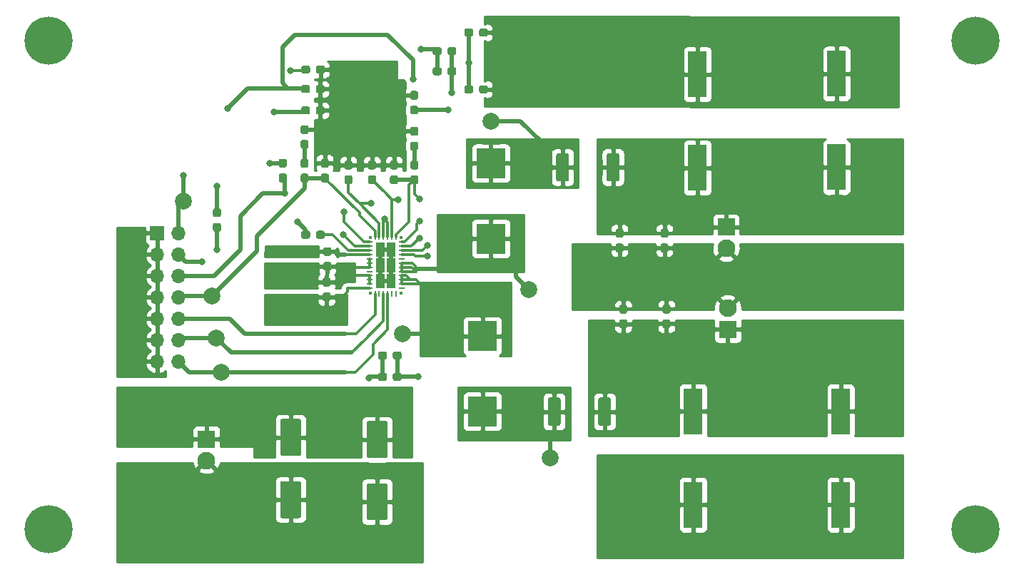
<source format=gtl>
%TF.GenerationSoftware,KiCad,Pcbnew,(5.1.6)-1*%
%TF.CreationDate,2020-11-07T14:41:45+05:30*%
%TF.ProjectId,LT8652,4c543836-3532-42e6-9b69-6361645f7063,rev?*%
%TF.SameCoordinates,Original*%
%TF.FileFunction,Copper,L1,Top*%
%TF.FilePolarity,Positive*%
%FSLAX46Y46*%
G04 Gerber Fmt 4.6, Leading zero omitted, Abs format (unit mm)*
G04 Created by KiCad (PCBNEW (5.1.6)-1) date 2020-11-07 14:41:45*
%MOMM*%
%LPD*%
G01*
G04 APERTURE LIST*
%TA.AperFunction,ComponentPad*%
%ADD10C,5.700000*%
%TD*%
%TA.AperFunction,SMDPad,CuDef*%
%ADD11C,2.000000*%
%TD*%
%TA.AperFunction,SMDPad,CuDef*%
%ADD12R,0.700000X0.250000*%
%TD*%
%TA.AperFunction,SMDPad,CuDef*%
%ADD13R,0.250000X0.700000*%
%TD*%
%TA.AperFunction,SMDPad,CuDef*%
%ADD14R,1.100000X1.670000*%
%TD*%
%TA.AperFunction,SMDPad,CuDef*%
%ADD15R,0.375000X0.375000*%
%TD*%
%TA.AperFunction,SMDPad,CuDef*%
%ADD16R,2.200000X5.500000*%
%TD*%
%TA.AperFunction,ComponentPad*%
%ADD17O,1.700000X1.700000*%
%TD*%
%TA.AperFunction,ComponentPad*%
%ADD18R,1.700000X1.700000*%
%TD*%
%TA.AperFunction,ComponentPad*%
%ADD19C,2.100000*%
%TD*%
%TA.AperFunction,ComponentPad*%
%ADD20R,2.100000X2.100000*%
%TD*%
%TA.AperFunction,SMDPad,CuDef*%
%ADD21R,3.500000X3.550000*%
%TD*%
%TA.AperFunction,ViaPad*%
%ADD22C,0.800000*%
%TD*%
%TA.AperFunction,Conductor*%
%ADD23C,0.500000*%
%TD*%
%TA.AperFunction,Conductor*%
%ADD24C,0.300000*%
%TD*%
%TA.AperFunction,Conductor*%
%ADD25C,0.250000*%
%TD*%
%TA.AperFunction,Conductor*%
%ADD26C,0.254000*%
%TD*%
G04 APERTURE END LIST*
D10*
%TO.P,REF\u002A\u002A,1*%
%TO.N,N/C*%
X220000000Y-141000000D03*
%TD*%
%TO.P,REF\u002A\u002A,1*%
%TO.N,N/C*%
X110000000Y-141000000D03*
%TD*%
%TO.P,REF\u002A\u002A,1*%
%TO.N,N/C*%
X110000000Y-83000000D03*
%TD*%
%TO.P,REF\u002A\u002A,1*%
%TO.N,N/C*%
X220000000Y-83000000D03*
%TD*%
D11*
%TO.P,L1S1,1*%
%TO.N,Net-(L1-Pad2)*%
X162500000Y-92500000D03*
%TD*%
%TO.P,R14,2*%
%TO.N,/VO2*%
%TA.AperFunction,SMDPad,CuDef*%
G36*
G01*
X175225000Y-128425001D02*
X175225000Y-125574999D01*
G75*
G02*
X175474999Y-125325000I249999J0D01*
G01*
X176500001Y-125325000D01*
G75*
G02*
X176750000Y-125574999I0J-249999D01*
G01*
X176750000Y-128425001D01*
G75*
G02*
X176500001Y-128675000I-249999J0D01*
G01*
X175474999Y-128675000D01*
G75*
G02*
X175225000Y-128425001I0J249999D01*
G01*
G37*
%TD.AperFunction*%
%TO.P,R14,1*%
%TO.N,Net-(L2-Pad2)*%
%TA.AperFunction,SMDPad,CuDef*%
G36*
G01*
X169250000Y-128425001D02*
X169250000Y-125574999D01*
G75*
G02*
X169499999Y-125325000I249999J0D01*
G01*
X170525001Y-125325000D01*
G75*
G02*
X170775000Y-125574999I0J-249999D01*
G01*
X170775000Y-128425001D01*
G75*
G02*
X170525001Y-128675000I-249999J0D01*
G01*
X169499999Y-128675000D01*
G75*
G02*
X169250000Y-128425001I0J249999D01*
G01*
G37*
%TD.AperFunction*%
%TD*%
%TO.P,R13,2*%
%TO.N,/VO1*%
%TA.AperFunction,SMDPad,CuDef*%
G36*
G01*
X176225000Y-99425001D02*
X176225000Y-96574999D01*
G75*
G02*
X176474999Y-96325000I249999J0D01*
G01*
X177500001Y-96325000D01*
G75*
G02*
X177750000Y-96574999I0J-249999D01*
G01*
X177750000Y-99425001D01*
G75*
G02*
X177500001Y-99675000I-249999J0D01*
G01*
X176474999Y-99675000D01*
G75*
G02*
X176225000Y-99425001I0J249999D01*
G01*
G37*
%TD.AperFunction*%
%TO.P,R13,1*%
%TO.N,Net-(L1-Pad2)*%
%TA.AperFunction,SMDPad,CuDef*%
G36*
G01*
X170250000Y-99425001D02*
X170250000Y-96574999D01*
G75*
G02*
X170499999Y-96325000I249999J0D01*
G01*
X171525001Y-96325000D01*
G75*
G02*
X171775000Y-96574999I0J-249999D01*
G01*
X171775000Y-99425001D01*
G75*
G02*
X171525001Y-99675000I-249999J0D01*
G01*
X170499999Y-99675000D01*
G75*
G02*
X170250000Y-99425001I0J249999D01*
G01*
G37*
%TD.AperFunction*%
%TD*%
%TO.P,L2S1,1*%
%TO.N,Net-(L2-Pad2)*%
X169500000Y-132500000D03*
%TD*%
D12*
%TO.P,IC1,1*%
%TO.N,Net-(IC1-Pad1)*%
X148100001Y-106855000D03*
%TO.P,IC1,2*%
%TO.N,/SS2*%
X148100001Y-107355000D03*
%TO.P,IC1,3*%
%TO.N,/RT*%
X148100001Y-107855000D03*
%TO.P,IC1,4*%
%TO.N,GND*%
X148100001Y-108355000D03*
%TO.P,IC1,5*%
%TO.N,/Vin1*%
X148100001Y-108855000D03*
%TO.P,IC1,6*%
X148100001Y-109355000D03*
%TO.P,IC1,7*%
X148100001Y-109855000D03*
%TO.P,IC1,8*%
%TO.N,Net-(IC1-Pad8)*%
X148100001Y-110355000D03*
%TO.P,IC1,9*%
%TO.N,/Vin1*%
X148100001Y-110855000D03*
%TO.P,IC1,10*%
X148100001Y-111355000D03*
%TO.P,IC1,11*%
X148100001Y-111855000D03*
%TO.P,IC1,12*%
%TO.N,GND*%
X148100001Y-112355000D03*
D13*
%TO.P,IC1,13*%
%TO.N,Net-(IC1-Pad13)*%
X148750001Y-113005000D03*
%TO.P,IC1,14*%
%TO.N,Net-(IC1-Pad14)*%
X149250001Y-113005000D03*
%TO.P,IC1,15*%
%TO.N,Net-(IC1-Pad15)*%
X149750001Y-113005000D03*
%TO.P,IC1,16*%
%TO.N,Net-(IC1-Pad16)*%
X150250001Y-113005000D03*
%TO.P,IC1,17*%
%TO.N,Net-(IC1-Pad17)*%
X150750001Y-113005000D03*
%TO.P,IC1,18*%
%TO.N,Net-(IC1-Pad18)*%
X151250001Y-113005000D03*
D12*
%TO.P,IC1,19*%
%TO.N,Net-(IC1-Pad19)*%
X151900001Y-112355000D03*
%TO.P,IC1,20*%
%TO.N,/SW2*%
X151900001Y-111855000D03*
%TO.P,IC1,21*%
X151900001Y-111355000D03*
%TO.P,IC1,22*%
X151900001Y-110855000D03*
%TO.P,IC1,23*%
%TO.N,/SW1*%
X151900001Y-110355000D03*
%TO.P,IC1,24*%
X151900001Y-109855000D03*
%TO.P,IC1,25*%
X151900001Y-109355000D03*
%TO.P,IC1,26*%
%TO.N,Net-(IC1-Pad26)*%
X151900001Y-108855000D03*
%TO.P,IC1,27*%
%TO.N,GND2*%
X151900001Y-108355000D03*
%TO.P,IC1,28*%
%TO.N,/VCC*%
X151900001Y-107855000D03*
%TO.P,IC1,29*%
%TO.N,/SS1*%
X151900001Y-107355000D03*
%TO.P,IC1,30*%
%TO.N,Net-(IC1-Pad30)*%
X151900001Y-106855000D03*
D13*
%TO.P,IC1,31*%
%TO.N,/VC1*%
X151250001Y-106205000D03*
%TO.P,IC1,32*%
%TO.N,/FB1*%
X150750001Y-106205000D03*
%TO.P,IC1,33*%
%TO.N,GND2*%
X150250001Y-106205000D03*
%TO.P,IC1,34*%
X149750001Y-106205000D03*
%TO.P,IC1,35*%
%TO.N,/FB2*%
X149250001Y-106205000D03*
%TO.P,IC1,36*%
%TO.N,/VC2*%
X148750001Y-106205000D03*
D14*
%TO.P,IC1,37*%
%TO.N,GND*%
X149350001Y-107735000D03*
%TO.P,IC1,38*%
X150650001Y-107735000D03*
%TO.P,IC1,39*%
X149350001Y-109605000D03*
%TO.P,IC1,40*%
X150650001Y-109605000D03*
%TO.P,IC1,41*%
X149350001Y-111475000D03*
%TO.P,IC1,42*%
X150650001Y-111475000D03*
D15*
%TO.P,IC1,MP1*%
%TO.N,Net-(IC1-PadMP1)*%
X148187001Y-106292000D03*
%TO.P,IC1,MP2*%
%TO.N,Net-(IC1-PadMP2)*%
X148187001Y-112918000D03*
%TO.P,IC1,MP3*%
%TO.N,Net-(IC1-PadMP3)*%
X151813001Y-112918000D03*
%TO.P,IC1,MP4*%
%TO.N,Net-(IC1-PadMP4)*%
X151813001Y-106292000D03*
%TD*%
%TO.P,R8,2*%
%TO.N,GND2*%
%TA.AperFunction,SMDPad,CuDef*%
G36*
G01*
X145837500Y-98250000D02*
X145362500Y-98250000D01*
G75*
G02*
X145125000Y-98012500I0J237500D01*
G01*
X145125000Y-97437500D01*
G75*
G02*
X145362500Y-97200000I237500J0D01*
G01*
X145837500Y-97200000D01*
G75*
G02*
X146075000Y-97437500I0J-237500D01*
G01*
X146075000Y-98012500D01*
G75*
G02*
X145837500Y-98250000I-237500J0D01*
G01*
G37*
%TD.AperFunction*%
%TO.P,R8,1*%
%TO.N,/FB2*%
%TA.AperFunction,SMDPad,CuDef*%
G36*
G01*
X145837500Y-100000000D02*
X145362500Y-100000000D01*
G75*
G02*
X145125000Y-99762500I0J237500D01*
G01*
X145125000Y-99187500D01*
G75*
G02*
X145362500Y-98950000I237500J0D01*
G01*
X145837500Y-98950000D01*
G75*
G02*
X146075000Y-99187500I0J-237500D01*
G01*
X146075000Y-99762500D01*
G75*
G02*
X145837500Y-100000000I-237500J0D01*
G01*
G37*
%TD.AperFunction*%
%TD*%
%TO.P,C21,2*%
%TO.N,GND*%
%TA.AperFunction,SMDPad,CuDef*%
G36*
G01*
X142762500Y-112850000D02*
X143237500Y-112850000D01*
G75*
G02*
X143475000Y-113087500I0J-237500D01*
G01*
X143475000Y-113662500D01*
G75*
G02*
X143237500Y-113900000I-237500J0D01*
G01*
X142762500Y-113900000D01*
G75*
G02*
X142525000Y-113662500I0J237500D01*
G01*
X142525000Y-113087500D01*
G75*
G02*
X142762500Y-112850000I237500J0D01*
G01*
G37*
%TD.AperFunction*%
%TO.P,C21,1*%
%TO.N,/Vin1*%
%TA.AperFunction,SMDPad,CuDef*%
G36*
G01*
X142762500Y-111100000D02*
X143237500Y-111100000D01*
G75*
G02*
X143475000Y-111337500I0J-237500D01*
G01*
X143475000Y-111912500D01*
G75*
G02*
X143237500Y-112150000I-237500J0D01*
G01*
X142762500Y-112150000D01*
G75*
G02*
X142525000Y-111912500I0J237500D01*
G01*
X142525000Y-111337500D01*
G75*
G02*
X142762500Y-111100000I237500J0D01*
G01*
G37*
%TD.AperFunction*%
%TD*%
%TO.P,C20,2*%
%TO.N,GND*%
%TA.AperFunction,SMDPad,CuDef*%
G36*
G01*
X137750000Y-135250000D02*
X139750000Y-135250000D01*
G75*
G02*
X140000000Y-135500000I0J-250000D01*
G01*
X140000000Y-139400000D01*
G75*
G02*
X139750000Y-139650000I-250000J0D01*
G01*
X137750000Y-139650000D01*
G75*
G02*
X137500000Y-139400000I0J250000D01*
G01*
X137500000Y-135500000D01*
G75*
G02*
X137750000Y-135250000I250000J0D01*
G01*
G37*
%TD.AperFunction*%
%TO.P,C20,1*%
%TO.N,/Vin1*%
%TA.AperFunction,SMDPad,CuDef*%
G36*
G01*
X137750000Y-127850000D02*
X139750000Y-127850000D01*
G75*
G02*
X140000000Y-128100000I0J-250000D01*
G01*
X140000000Y-132000000D01*
G75*
G02*
X139750000Y-132250000I-250000J0D01*
G01*
X137750000Y-132250000D01*
G75*
G02*
X137500000Y-132000000I0J250000D01*
G01*
X137500000Y-128100000D01*
G75*
G02*
X137750000Y-127850000I250000J0D01*
G01*
G37*
%TD.AperFunction*%
%TD*%
D16*
%TO.P,C19,2*%
%TO.N,GND*%
X204000000Y-138050000D03*
%TO.P,C19,1*%
%TO.N,/VO2*%
X204000000Y-126950000D03*
%TD*%
%TO.P,C18,2*%
%TO.N,GND*%
X203500000Y-86890000D03*
%TO.P,C18,1*%
%TO.N,/VO1*%
X203500000Y-97990000D03*
%TD*%
%TO.P,C17,2*%
%TO.N,GND*%
%TA.AperFunction,SMDPad,CuDef*%
G36*
G01*
X178447500Y-115360000D02*
X177972500Y-115360000D01*
G75*
G02*
X177735000Y-115122500I0J237500D01*
G01*
X177735000Y-114547500D01*
G75*
G02*
X177972500Y-114310000I237500J0D01*
G01*
X178447500Y-114310000D01*
G75*
G02*
X178685000Y-114547500I0J-237500D01*
G01*
X178685000Y-115122500D01*
G75*
G02*
X178447500Y-115360000I-237500J0D01*
G01*
G37*
%TD.AperFunction*%
%TO.P,C17,1*%
%TO.N,/VO2*%
%TA.AperFunction,SMDPad,CuDef*%
G36*
G01*
X178447500Y-117110000D02*
X177972500Y-117110000D01*
G75*
G02*
X177735000Y-116872500I0J237500D01*
G01*
X177735000Y-116297500D01*
G75*
G02*
X177972500Y-116060000I237500J0D01*
G01*
X178447500Y-116060000D01*
G75*
G02*
X178685000Y-116297500I0J-237500D01*
G01*
X178685000Y-116872500D01*
G75*
G02*
X178447500Y-117110000I-237500J0D01*
G01*
G37*
%TD.AperFunction*%
%TD*%
%TO.P,C16,2*%
%TO.N,GND*%
%TA.AperFunction,SMDPad,CuDef*%
G36*
G01*
X182862500Y-107050000D02*
X183337500Y-107050000D01*
G75*
G02*
X183575000Y-107287500I0J-237500D01*
G01*
X183575000Y-107862500D01*
G75*
G02*
X183337500Y-108100000I-237500J0D01*
G01*
X182862500Y-108100000D01*
G75*
G02*
X182625000Y-107862500I0J237500D01*
G01*
X182625000Y-107287500D01*
G75*
G02*
X182862500Y-107050000I237500J0D01*
G01*
G37*
%TD.AperFunction*%
%TO.P,C16,1*%
%TO.N,/VO1*%
%TA.AperFunction,SMDPad,CuDef*%
G36*
G01*
X182862500Y-105300000D02*
X183337500Y-105300000D01*
G75*
G02*
X183575000Y-105537500I0J-237500D01*
G01*
X183575000Y-106112500D01*
G75*
G02*
X183337500Y-106350000I-237500J0D01*
G01*
X182862500Y-106350000D01*
G75*
G02*
X182625000Y-106112500I0J237500D01*
G01*
X182625000Y-105537500D01*
G75*
G02*
X182862500Y-105300000I237500J0D01*
G01*
G37*
%TD.AperFunction*%
%TD*%
%TO.P,C14,2*%
%TO.N,GND*%
%TA.AperFunction,SMDPad,CuDef*%
G36*
G01*
X148000000Y-135500000D02*
X150000000Y-135500000D01*
G75*
G02*
X150250000Y-135750000I0J-250000D01*
G01*
X150250000Y-139650000D01*
G75*
G02*
X150000000Y-139900000I-250000J0D01*
G01*
X148000000Y-139900000D01*
G75*
G02*
X147750000Y-139650000I0J250000D01*
G01*
X147750000Y-135750000D01*
G75*
G02*
X148000000Y-135500000I250000J0D01*
G01*
G37*
%TD.AperFunction*%
%TO.P,C14,1*%
%TO.N,/Vin1*%
%TA.AperFunction,SMDPad,CuDef*%
G36*
G01*
X148000000Y-128100000D02*
X150000000Y-128100000D01*
G75*
G02*
X150250000Y-128350000I0J-250000D01*
G01*
X150250000Y-132250000D01*
G75*
G02*
X150000000Y-132500000I-250000J0D01*
G01*
X148000000Y-132500000D01*
G75*
G02*
X147750000Y-132250000I0J250000D01*
G01*
X147750000Y-128350000D01*
G75*
G02*
X148000000Y-128100000I250000J0D01*
G01*
G37*
%TD.AperFunction*%
%TD*%
%TO.P,C6,2*%
%TO.N,GND*%
%TA.AperFunction,SMDPad,CuDef*%
G36*
G01*
X177532500Y-107050000D02*
X178007500Y-107050000D01*
G75*
G02*
X178245000Y-107287500I0J-237500D01*
G01*
X178245000Y-107862500D01*
G75*
G02*
X178007500Y-108100000I-237500J0D01*
G01*
X177532500Y-108100000D01*
G75*
G02*
X177295000Y-107862500I0J237500D01*
G01*
X177295000Y-107287500D01*
G75*
G02*
X177532500Y-107050000I237500J0D01*
G01*
G37*
%TD.AperFunction*%
%TO.P,C6,1*%
%TO.N,/VO1*%
%TA.AperFunction,SMDPad,CuDef*%
G36*
G01*
X177532500Y-105300000D02*
X178007500Y-105300000D01*
G75*
G02*
X178245000Y-105537500I0J-237500D01*
G01*
X178245000Y-106112500D01*
G75*
G02*
X178007500Y-106350000I-237500J0D01*
G01*
X177532500Y-106350000D01*
G75*
G02*
X177295000Y-106112500I0J237500D01*
G01*
X177295000Y-105537500D01*
G75*
G02*
X177532500Y-105300000I237500J0D01*
G01*
G37*
%TD.AperFunction*%
%TD*%
%TO.P,R12,2*%
%TO.N,GND2*%
%TA.AperFunction,SMDPad,CuDef*%
G36*
G01*
X153637500Y-89975000D02*
X153162500Y-89975000D01*
G75*
G02*
X152925000Y-89737500I0J237500D01*
G01*
X152925000Y-89162500D01*
G75*
G02*
X153162500Y-88925000I237500J0D01*
G01*
X153637500Y-88925000D01*
G75*
G02*
X153875000Y-89162500I0J-237500D01*
G01*
X153875000Y-89737500D01*
G75*
G02*
X153637500Y-89975000I-237500J0D01*
G01*
G37*
%TD.AperFunction*%
%TO.P,R12,1*%
%TO.N,Net-(IC1-Pad30)*%
%TA.AperFunction,SMDPad,CuDef*%
G36*
G01*
X153637500Y-91725000D02*
X153162500Y-91725000D01*
G75*
G02*
X152925000Y-91487500I0J237500D01*
G01*
X152925000Y-90912500D01*
G75*
G02*
X153162500Y-90675000I237500J0D01*
G01*
X153637500Y-90675000D01*
G75*
G02*
X153875000Y-90912500I0J-237500D01*
G01*
X153875000Y-91487500D01*
G75*
G02*
X153637500Y-91725000I-237500J0D01*
G01*
G37*
%TD.AperFunction*%
%TD*%
%TO.P,R11,2*%
%TO.N,Net-(IC1-Pad1)*%
%TA.AperFunction,SMDPad,CuDef*%
G36*
G01*
X141050000Y-86162500D02*
X141050000Y-86637500D01*
G75*
G02*
X140812500Y-86875000I-237500J0D01*
G01*
X140237500Y-86875000D01*
G75*
G02*
X140000000Y-86637500I0J237500D01*
G01*
X140000000Y-86162500D01*
G75*
G02*
X140237500Y-85925000I237500J0D01*
G01*
X140812500Y-85925000D01*
G75*
G02*
X141050000Y-86162500I0J-237500D01*
G01*
G37*
%TD.AperFunction*%
%TO.P,R11,1*%
%TO.N,GND2*%
%TA.AperFunction,SMDPad,CuDef*%
G36*
G01*
X142800000Y-86162500D02*
X142800000Y-86637500D01*
G75*
G02*
X142562500Y-86875000I-237500J0D01*
G01*
X141987500Y-86875000D01*
G75*
G02*
X141750000Y-86637500I0J237500D01*
G01*
X141750000Y-86162500D01*
G75*
G02*
X141987500Y-85925000I237500J0D01*
G01*
X142562500Y-85925000D01*
G75*
G02*
X142800000Y-86162500I0J-237500D01*
G01*
G37*
%TD.AperFunction*%
%TD*%
%TO.P,C11,2*%
%TO.N,GND*%
%TA.AperFunction,SMDPad,CuDef*%
G36*
G01*
X183567500Y-115350000D02*
X183092500Y-115350000D01*
G75*
G02*
X182855000Y-115112500I0J237500D01*
G01*
X182855000Y-114537500D01*
G75*
G02*
X183092500Y-114300000I237500J0D01*
G01*
X183567500Y-114300000D01*
G75*
G02*
X183805000Y-114537500I0J-237500D01*
G01*
X183805000Y-115112500D01*
G75*
G02*
X183567500Y-115350000I-237500J0D01*
G01*
G37*
%TD.AperFunction*%
%TO.P,C11,1*%
%TO.N,/VO2*%
%TA.AperFunction,SMDPad,CuDef*%
G36*
G01*
X183567500Y-117100000D02*
X183092500Y-117100000D01*
G75*
G02*
X182855000Y-116862500I0J237500D01*
G01*
X182855000Y-116287500D01*
G75*
G02*
X183092500Y-116050000I237500J0D01*
G01*
X183567500Y-116050000D01*
G75*
G02*
X183805000Y-116287500I0J-237500D01*
G01*
X183805000Y-116862500D01*
G75*
G02*
X183567500Y-117100000I-237500J0D01*
G01*
G37*
%TD.AperFunction*%
%TD*%
D11*
%TO.P,PG2,1*%
%TO.N,Net-(IC1-Pad15)*%
X129950000Y-118250000D03*
%TD*%
%TO.P,PG1,1*%
%TO.N,Net-(IC1-Pad16)*%
X130500000Y-122300000D03*
%TD*%
%TO.P,VC1,1*%
%TO.N,/VC1*%
X126000000Y-102000000D03*
%TD*%
%TO.P,VC2,1*%
%TO.N,/VC2*%
X129400000Y-113300000D03*
%TD*%
D17*
%TO.P,J4,14*%
%TO.N,Net-(IC1-Pad16)*%
X125440000Y-121040000D03*
%TO.P,J4,13*%
%TO.N,GND2*%
X122900000Y-121040000D03*
%TO.P,J4,12*%
%TO.N,Net-(IC1-Pad15)*%
X125440000Y-118500000D03*
%TO.P,J4,11*%
%TO.N,GND2*%
X122900000Y-118500000D03*
%TO.P,J4,10*%
%TO.N,Net-(IC1-Pad13)*%
X125440000Y-115960000D03*
%TO.P,J4,9*%
%TO.N,GND2*%
X122900000Y-115960000D03*
%TO.P,J4,8*%
%TO.N,/VC2*%
X125440000Y-113420000D03*
%TO.P,J4,7*%
%TO.N,GND2*%
X122900000Y-113420000D03*
%TO.P,J4,6*%
%TO.N,/SS2*%
X125440000Y-110880000D03*
%TO.P,J4,5*%
%TO.N,GND2*%
X122900000Y-110880000D03*
%TO.P,J4,4*%
%TO.N,/SS1*%
X125440000Y-108340000D03*
%TO.P,J4,3*%
%TO.N,GND2*%
X122900000Y-108340000D03*
%TO.P,J4,2*%
%TO.N,/VC1*%
X125440000Y-105800000D03*
D18*
%TO.P,J4,1*%
%TO.N,GND2*%
X122900000Y-105800000D03*
%TD*%
D19*
%TO.P,J3,2*%
%TO.N,GND*%
X190610000Y-114700000D03*
D20*
%TO.P,J3,1*%
%TO.N,/VO2*%
X190610000Y-117240000D03*
%TD*%
D19*
%TO.P,J2,2*%
%TO.N,GND*%
X190410000Y-107640000D03*
D20*
%TO.P,J2,1*%
%TO.N,/VO1*%
X190410000Y-105100000D03*
%TD*%
D19*
%TO.P,J1,2*%
%TO.N,GND*%
X128750000Y-132790000D03*
D20*
%TO.P,J1,1*%
%TO.N,/Vin1*%
X128750000Y-130250000D03*
%TD*%
%TO.P,R9,2*%
%TO.N,GND2*%
%TA.AperFunction,SMDPad,CuDef*%
G36*
G01*
X130237500Y-103900000D02*
X129762500Y-103900000D01*
G75*
G02*
X129525000Y-103662500I0J237500D01*
G01*
X129525000Y-103087500D01*
G75*
G02*
X129762500Y-102850000I237500J0D01*
G01*
X130237500Y-102850000D01*
G75*
G02*
X130475000Y-103087500I0J-237500D01*
G01*
X130475000Y-103662500D01*
G75*
G02*
X130237500Y-103900000I-237500J0D01*
G01*
G37*
%TD.AperFunction*%
%TO.P,R9,1*%
%TO.N,GND*%
%TA.AperFunction,SMDPad,CuDef*%
G36*
G01*
X130237500Y-105650000D02*
X129762500Y-105650000D01*
G75*
G02*
X129525000Y-105412500I0J237500D01*
G01*
X129525000Y-104837500D01*
G75*
G02*
X129762500Y-104600000I237500J0D01*
G01*
X130237500Y-104600000D01*
G75*
G02*
X130475000Y-104837500I0J-237500D01*
G01*
X130475000Y-105412500D01*
G75*
G02*
X130237500Y-105650000I-237500J0D01*
G01*
G37*
%TD.AperFunction*%
%TD*%
%TO.P,R3,2*%
%TO.N,GND2*%
%TA.AperFunction,SMDPad,CuDef*%
G36*
G01*
X160400000Y-88512500D02*
X160400000Y-88987500D01*
G75*
G02*
X160162500Y-89225000I-237500J0D01*
G01*
X159587500Y-89225000D01*
G75*
G02*
X159350000Y-88987500I0J237500D01*
G01*
X159350000Y-88512500D01*
G75*
G02*
X159587500Y-88275000I237500J0D01*
G01*
X160162500Y-88275000D01*
G75*
G02*
X160400000Y-88512500I0J-237500D01*
G01*
G37*
%TD.AperFunction*%
%TO.P,R3,1*%
%TO.N,GND*%
%TA.AperFunction,SMDPad,CuDef*%
G36*
G01*
X162150000Y-88512500D02*
X162150000Y-88987500D01*
G75*
G02*
X161912500Y-89225000I-237500J0D01*
G01*
X161337500Y-89225000D01*
G75*
G02*
X161100000Y-88987500I0J237500D01*
G01*
X161100000Y-88512500D01*
G75*
G02*
X161337500Y-88275000I237500J0D01*
G01*
X161912500Y-88275000D01*
G75*
G02*
X162150000Y-88512500I0J-237500D01*
G01*
G37*
%TD.AperFunction*%
%TD*%
D11*
%TO.P,SW1,1*%
%TO.N,/SW1*%
X167000000Y-112500000D03*
%TD*%
%TO.P,SW2,1*%
%TO.N,/SW2*%
X152000000Y-117750000D03*
%TD*%
%TO.P,C15,2*%
%TO.N,GND*%
%TA.AperFunction,SMDPad,CuDef*%
G36*
G01*
X143327500Y-108525000D02*
X142852500Y-108525000D01*
G75*
G02*
X142615000Y-108287500I0J237500D01*
G01*
X142615000Y-107712500D01*
G75*
G02*
X142852500Y-107475000I237500J0D01*
G01*
X143327500Y-107475000D01*
G75*
G02*
X143565000Y-107712500I0J-237500D01*
G01*
X143565000Y-108287500D01*
G75*
G02*
X143327500Y-108525000I-237500J0D01*
G01*
G37*
%TD.AperFunction*%
%TO.P,C15,1*%
%TO.N,/Vin1*%
%TA.AperFunction,SMDPad,CuDef*%
G36*
G01*
X143327500Y-110275000D02*
X142852500Y-110275000D01*
G75*
G02*
X142615000Y-110037500I0J237500D01*
G01*
X142615000Y-109462500D01*
G75*
G02*
X142852500Y-109225000I237500J0D01*
G01*
X143327500Y-109225000D01*
G75*
G02*
X143565000Y-109462500I0J-237500D01*
G01*
X143565000Y-110037500D01*
G75*
G02*
X143327500Y-110275000I-237500J0D01*
G01*
G37*
%TD.AperFunction*%
%TD*%
%TO.P,C10,1*%
%TO.N,Net-(C10-Pad1)*%
%TA.AperFunction,SMDPad,CuDef*%
G36*
G01*
X153637500Y-96000000D02*
X153162500Y-96000000D01*
G75*
G02*
X152925000Y-95762500I0J237500D01*
G01*
X152925000Y-95187500D01*
G75*
G02*
X153162500Y-94950000I237500J0D01*
G01*
X153637500Y-94950000D01*
G75*
G02*
X153875000Y-95187500I0J-237500D01*
G01*
X153875000Y-95762500D01*
G75*
G02*
X153637500Y-96000000I-237500J0D01*
G01*
G37*
%TD.AperFunction*%
%TO.P,C10,2*%
%TO.N,GND2*%
%TA.AperFunction,SMDPad,CuDef*%
G36*
G01*
X153637500Y-94250000D02*
X153162500Y-94250000D01*
G75*
G02*
X152925000Y-94012500I0J237500D01*
G01*
X152925000Y-93437500D01*
G75*
G02*
X153162500Y-93200000I237500J0D01*
G01*
X153637500Y-93200000D01*
G75*
G02*
X153875000Y-93437500I0J-237500D01*
G01*
X153875000Y-94012500D01*
G75*
G02*
X153637500Y-94250000I-237500J0D01*
G01*
G37*
%TD.AperFunction*%
%TD*%
%TO.P,C1,2*%
%TO.N,GND2*%
%TA.AperFunction,SMDPad,CuDef*%
G36*
G01*
X141730000Y-91477500D02*
X141730000Y-91002500D01*
G75*
G02*
X141967500Y-90765000I237500J0D01*
G01*
X142542500Y-90765000D01*
G75*
G02*
X142780000Y-91002500I0J-237500D01*
G01*
X142780000Y-91477500D01*
G75*
G02*
X142542500Y-91715000I-237500J0D01*
G01*
X141967500Y-91715000D01*
G75*
G02*
X141730000Y-91477500I0J237500D01*
G01*
G37*
%TD.AperFunction*%
%TO.P,C1,1*%
%TO.N,/VCC*%
%TA.AperFunction,SMDPad,CuDef*%
G36*
G01*
X139980000Y-91477500D02*
X139980000Y-91002500D01*
G75*
G02*
X140217500Y-90765000I237500J0D01*
G01*
X140792500Y-90765000D01*
G75*
G02*
X141030000Y-91002500I0J-237500D01*
G01*
X141030000Y-91477500D01*
G75*
G02*
X140792500Y-91715000I-237500J0D01*
G01*
X140217500Y-91715000D01*
G75*
G02*
X139980000Y-91477500I0J237500D01*
G01*
G37*
%TD.AperFunction*%
%TD*%
%TO.P,C5,1*%
%TO.N,/VC2*%
%TA.AperFunction,SMDPad,CuDef*%
G36*
G01*
X143037500Y-99800000D02*
X142562500Y-99800000D01*
G75*
G02*
X142325000Y-99562500I0J237500D01*
G01*
X142325000Y-98987500D01*
G75*
G02*
X142562500Y-98750000I237500J0D01*
G01*
X143037500Y-98750000D01*
G75*
G02*
X143275000Y-98987500I0J-237500D01*
G01*
X143275000Y-99562500D01*
G75*
G02*
X143037500Y-99800000I-237500J0D01*
G01*
G37*
%TD.AperFunction*%
%TO.P,C5,2*%
%TO.N,GND2*%
%TA.AperFunction,SMDPad,CuDef*%
G36*
G01*
X143037500Y-98050000D02*
X142562500Y-98050000D01*
G75*
G02*
X142325000Y-97812500I0J237500D01*
G01*
X142325000Y-97237500D01*
G75*
G02*
X142562500Y-97000000I237500J0D01*
G01*
X143037500Y-97000000D01*
G75*
G02*
X143275000Y-97237500I0J-237500D01*
G01*
X143275000Y-97812500D01*
G75*
G02*
X143037500Y-98050000I-237500J0D01*
G01*
G37*
%TD.AperFunction*%
%TD*%
%TO.P,R6,1*%
%TO.N,/VC1*%
%TA.AperFunction,SMDPad,CuDef*%
G36*
G01*
X153657500Y-100000000D02*
X153182500Y-100000000D01*
G75*
G02*
X152945000Y-99762500I0J237500D01*
G01*
X152945000Y-99187500D01*
G75*
G02*
X153182500Y-98950000I237500J0D01*
G01*
X153657500Y-98950000D01*
G75*
G02*
X153895000Y-99187500I0J-237500D01*
G01*
X153895000Y-99762500D01*
G75*
G02*
X153657500Y-100000000I-237500J0D01*
G01*
G37*
%TD.AperFunction*%
%TO.P,R6,2*%
%TO.N,Net-(C10-Pad1)*%
%TA.AperFunction,SMDPad,CuDef*%
G36*
G01*
X153657500Y-98250000D02*
X153182500Y-98250000D01*
G75*
G02*
X152945000Y-98012500I0J237500D01*
G01*
X152945000Y-97437500D01*
G75*
G02*
X153182500Y-97200000I237500J0D01*
G01*
X153657500Y-97200000D01*
G75*
G02*
X153895000Y-97437500I0J-237500D01*
G01*
X153895000Y-98012500D01*
G75*
G02*
X153657500Y-98250000I-237500J0D01*
G01*
G37*
%TD.AperFunction*%
%TD*%
%TO.P,C2,1*%
%TO.N,/SS1*%
%TA.AperFunction,SMDPad,CuDef*%
G36*
G01*
X139980000Y-88937500D02*
X139980000Y-88462500D01*
G75*
G02*
X140217500Y-88225000I237500J0D01*
G01*
X140792500Y-88225000D01*
G75*
G02*
X141030000Y-88462500I0J-237500D01*
G01*
X141030000Y-88937500D01*
G75*
G02*
X140792500Y-89175000I-237500J0D01*
G01*
X140217500Y-89175000D01*
G75*
G02*
X139980000Y-88937500I0J237500D01*
G01*
G37*
%TD.AperFunction*%
%TO.P,C2,2*%
%TO.N,GND2*%
%TA.AperFunction,SMDPad,CuDef*%
G36*
G01*
X141730000Y-88937500D02*
X141730000Y-88462500D01*
G75*
G02*
X141967500Y-88225000I237500J0D01*
G01*
X142542500Y-88225000D01*
G75*
G02*
X142780000Y-88462500I0J-237500D01*
G01*
X142780000Y-88937500D01*
G75*
G02*
X142542500Y-89175000I-237500J0D01*
G01*
X141967500Y-89175000D01*
G75*
G02*
X141730000Y-88937500I0J237500D01*
G01*
G37*
%TD.AperFunction*%
%TD*%
%TO.P,C7,2*%
%TO.N,GND2*%
%TA.AperFunction,SMDPad,CuDef*%
G36*
G01*
X151237500Y-98250000D02*
X150762500Y-98250000D01*
G75*
G02*
X150525000Y-98012500I0J237500D01*
G01*
X150525000Y-97437500D01*
G75*
G02*
X150762500Y-97200000I237500J0D01*
G01*
X151237500Y-97200000D01*
G75*
G02*
X151475000Y-97437500I0J-237500D01*
G01*
X151475000Y-98012500D01*
G75*
G02*
X151237500Y-98250000I-237500J0D01*
G01*
G37*
%TD.AperFunction*%
%TO.P,C7,1*%
%TO.N,/VC1*%
%TA.AperFunction,SMDPad,CuDef*%
G36*
G01*
X151237500Y-100000000D02*
X150762500Y-100000000D01*
G75*
G02*
X150525000Y-99762500I0J237500D01*
G01*
X150525000Y-99187500D01*
G75*
G02*
X150762500Y-98950000I237500J0D01*
G01*
X151237500Y-98950000D01*
G75*
G02*
X151475000Y-99187500I0J-237500D01*
G01*
X151475000Y-99762500D01*
G75*
G02*
X151237500Y-100000000I-237500J0D01*
G01*
G37*
%TD.AperFunction*%
%TD*%
%TO.P,C8,1*%
%TO.N,Net-(C8-Pad1)*%
%TA.AperFunction,SMDPad,CuDef*%
G36*
G01*
X140637500Y-95800000D02*
X140162500Y-95800000D01*
G75*
G02*
X139925000Y-95562500I0J237500D01*
G01*
X139925000Y-94987500D01*
G75*
G02*
X140162500Y-94750000I237500J0D01*
G01*
X140637500Y-94750000D01*
G75*
G02*
X140875000Y-94987500I0J-237500D01*
G01*
X140875000Y-95562500D01*
G75*
G02*
X140637500Y-95800000I-237500J0D01*
G01*
G37*
%TD.AperFunction*%
%TO.P,C8,2*%
%TO.N,GND2*%
%TA.AperFunction,SMDPad,CuDef*%
G36*
G01*
X140637500Y-94050000D02*
X140162500Y-94050000D01*
G75*
G02*
X139925000Y-93812500I0J237500D01*
G01*
X139925000Y-93237500D01*
G75*
G02*
X140162500Y-93000000I237500J0D01*
G01*
X140637500Y-93000000D01*
G75*
G02*
X140875000Y-93237500I0J-237500D01*
G01*
X140875000Y-93812500D01*
G75*
G02*
X140637500Y-94050000I-237500J0D01*
G01*
G37*
%TD.AperFunction*%
%TD*%
%TO.P,C9,2*%
%TO.N,/FB1*%
%TA.AperFunction,SMDPad,CuDef*%
G36*
G01*
X156650000Y-86362500D02*
X156650000Y-86837500D01*
G75*
G02*
X156412500Y-87075000I-237500J0D01*
G01*
X155837500Y-87075000D01*
G75*
G02*
X155600000Y-86837500I0J237500D01*
G01*
X155600000Y-86362500D01*
G75*
G02*
X155837500Y-86125000I237500J0D01*
G01*
X156412500Y-86125000D01*
G75*
G02*
X156650000Y-86362500I0J-237500D01*
G01*
G37*
%TD.AperFunction*%
%TO.P,C9,1*%
%TO.N,/VO1*%
%TA.AperFunction,SMDPad,CuDef*%
G36*
G01*
X158400000Y-86362500D02*
X158400000Y-86837500D01*
G75*
G02*
X158162500Y-87075000I-237500J0D01*
G01*
X157587500Y-87075000D01*
G75*
G02*
X157350000Y-86837500I0J237500D01*
G01*
X157350000Y-86362500D01*
G75*
G02*
X157587500Y-86125000I237500J0D01*
G01*
X158162500Y-86125000D01*
G75*
G02*
X158400000Y-86362500I0J-237500D01*
G01*
G37*
%TD.AperFunction*%
%TD*%
D16*
%TO.P,C12,1*%
%TO.N,/VO2*%
X186500000Y-126950000D03*
%TO.P,C12,2*%
%TO.N,GND*%
X186500000Y-138050000D03*
%TD*%
%TO.P,C13,2*%
%TO.N,GND*%
X187000000Y-86950000D03*
%TO.P,C13,1*%
%TO.N,/VO1*%
X187000000Y-98050000D03*
%TD*%
%TO.P,R4,1*%
%TO.N,/VC2*%
%TA.AperFunction,SMDPad,CuDef*%
G36*
G01*
X140637500Y-99800000D02*
X140162500Y-99800000D01*
G75*
G02*
X139925000Y-99562500I0J237500D01*
G01*
X139925000Y-98987500D01*
G75*
G02*
X140162500Y-98750000I237500J0D01*
G01*
X140637500Y-98750000D01*
G75*
G02*
X140875000Y-98987500I0J-237500D01*
G01*
X140875000Y-99562500D01*
G75*
G02*
X140637500Y-99800000I-237500J0D01*
G01*
G37*
%TD.AperFunction*%
%TO.P,R4,2*%
%TO.N,Net-(C8-Pad1)*%
%TA.AperFunction,SMDPad,CuDef*%
G36*
G01*
X140637500Y-98050000D02*
X140162500Y-98050000D01*
G75*
G02*
X139925000Y-97812500I0J237500D01*
G01*
X139925000Y-97237500D01*
G75*
G02*
X140162500Y-97000000I237500J0D01*
G01*
X140637500Y-97000000D01*
G75*
G02*
X140875000Y-97237500I0J-237500D01*
G01*
X140875000Y-97812500D01*
G75*
G02*
X140637500Y-98050000I-237500J0D01*
G01*
G37*
%TD.AperFunction*%
%TD*%
%TO.P,R7,1*%
%TO.N,/VO1*%
%TA.AperFunction,SMDPad,CuDef*%
G36*
G01*
X158400000Y-83962500D02*
X158400000Y-84437500D01*
G75*
G02*
X158162500Y-84675000I-237500J0D01*
G01*
X157587500Y-84675000D01*
G75*
G02*
X157350000Y-84437500I0J237500D01*
G01*
X157350000Y-83962500D01*
G75*
G02*
X157587500Y-83725000I237500J0D01*
G01*
X158162500Y-83725000D01*
G75*
G02*
X158400000Y-83962500I0J-237500D01*
G01*
G37*
%TD.AperFunction*%
%TO.P,R7,2*%
%TO.N,/FB1*%
%TA.AperFunction,SMDPad,CuDef*%
G36*
G01*
X156650000Y-83962500D02*
X156650000Y-84437500D01*
G75*
G02*
X156412500Y-84675000I-237500J0D01*
G01*
X155837500Y-84675000D01*
G75*
G02*
X155600000Y-84437500I0J237500D01*
G01*
X155600000Y-83962500D01*
G75*
G02*
X155837500Y-83725000I237500J0D01*
G01*
X156412500Y-83725000D01*
G75*
G02*
X156650000Y-83962500I0J-237500D01*
G01*
G37*
%TD.AperFunction*%
%TD*%
%TO.P,C3,2*%
%TO.N,GND2*%
%TA.AperFunction,SMDPad,CuDef*%
G36*
G01*
X138047500Y-98030000D02*
X137572500Y-98030000D01*
G75*
G02*
X137335000Y-97792500I0J237500D01*
G01*
X137335000Y-97217500D01*
G75*
G02*
X137572500Y-96980000I237500J0D01*
G01*
X138047500Y-96980000D01*
G75*
G02*
X138285000Y-97217500I0J-237500D01*
G01*
X138285000Y-97792500D01*
G75*
G02*
X138047500Y-98030000I-237500J0D01*
G01*
G37*
%TD.AperFunction*%
%TO.P,C3,1*%
%TO.N,/SS2*%
%TA.AperFunction,SMDPad,CuDef*%
G36*
G01*
X138047500Y-99780000D02*
X137572500Y-99780000D01*
G75*
G02*
X137335000Y-99542500I0J237500D01*
G01*
X137335000Y-98967500D01*
G75*
G02*
X137572500Y-98730000I237500J0D01*
G01*
X138047500Y-98730000D01*
G75*
G02*
X138285000Y-98967500I0J-237500D01*
G01*
X138285000Y-99542500D01*
G75*
G02*
X138047500Y-99780000I-237500J0D01*
G01*
G37*
%TD.AperFunction*%
%TD*%
%TO.P,C4,1*%
%TO.N,/FB2*%
%TA.AperFunction,SMDPad,CuDef*%
G36*
G01*
X149110000Y-123117500D02*
X149110000Y-122642500D01*
G75*
G02*
X149347500Y-122405000I237500J0D01*
G01*
X149922500Y-122405000D01*
G75*
G02*
X150160000Y-122642500I0J-237500D01*
G01*
X150160000Y-123117500D01*
G75*
G02*
X149922500Y-123355000I-237500J0D01*
G01*
X149347500Y-123355000D01*
G75*
G02*
X149110000Y-123117500I0J237500D01*
G01*
G37*
%TD.AperFunction*%
%TO.P,C4,2*%
%TO.N,/VO2*%
%TA.AperFunction,SMDPad,CuDef*%
G36*
G01*
X150860000Y-123117500D02*
X150860000Y-122642500D01*
G75*
G02*
X151097500Y-122405000I237500J0D01*
G01*
X151672500Y-122405000D01*
G75*
G02*
X151910000Y-122642500I0J-237500D01*
G01*
X151910000Y-123117500D01*
G75*
G02*
X151672500Y-123355000I-237500J0D01*
G01*
X151097500Y-123355000D01*
G75*
G02*
X150860000Y-123117500I0J237500D01*
G01*
G37*
%TD.AperFunction*%
%TD*%
%TO.P,R1,1*%
%TO.N,/RT*%
%TA.AperFunction,SMDPad,CuDef*%
G36*
G01*
X142800000Y-105762500D02*
X142800000Y-106237500D01*
G75*
G02*
X142562500Y-106475000I-237500J0D01*
G01*
X141987500Y-106475000D01*
G75*
G02*
X141750000Y-106237500I0J237500D01*
G01*
X141750000Y-105762500D01*
G75*
G02*
X141987500Y-105525000I237500J0D01*
G01*
X142562500Y-105525000D01*
G75*
G02*
X142800000Y-105762500I0J-237500D01*
G01*
G37*
%TD.AperFunction*%
%TO.P,R1,2*%
%TO.N,GND2*%
%TA.AperFunction,SMDPad,CuDef*%
G36*
G01*
X141050000Y-105762500D02*
X141050000Y-106237500D01*
G75*
G02*
X140812500Y-106475000I-237500J0D01*
G01*
X140237500Y-106475000D01*
G75*
G02*
X140000000Y-106237500I0J237500D01*
G01*
X140000000Y-105762500D01*
G75*
G02*
X140237500Y-105525000I237500J0D01*
G01*
X140812500Y-105525000D01*
G75*
G02*
X141050000Y-105762500I0J-237500D01*
G01*
G37*
%TD.AperFunction*%
%TD*%
%TO.P,R2,2*%
%TO.N,/FB2*%
%TA.AperFunction,SMDPad,CuDef*%
G36*
G01*
X150160000Y-120102500D02*
X150160000Y-120577500D01*
G75*
G02*
X149922500Y-120815000I-237500J0D01*
G01*
X149347500Y-120815000D01*
G75*
G02*
X149110000Y-120577500I0J237500D01*
G01*
X149110000Y-120102500D01*
G75*
G02*
X149347500Y-119865000I237500J0D01*
G01*
X149922500Y-119865000D01*
G75*
G02*
X150160000Y-120102500I0J-237500D01*
G01*
G37*
%TD.AperFunction*%
%TO.P,R2,1*%
%TO.N,/VO2*%
%TA.AperFunction,SMDPad,CuDef*%
G36*
G01*
X151910000Y-120102500D02*
X151910000Y-120577500D01*
G75*
G02*
X151672500Y-120815000I-237500J0D01*
G01*
X151097500Y-120815000D01*
G75*
G02*
X150860000Y-120577500I0J237500D01*
G01*
X150860000Y-120102500D01*
G75*
G02*
X151097500Y-119865000I237500J0D01*
G01*
X151672500Y-119865000D01*
G75*
G02*
X151910000Y-120102500I0J-237500D01*
G01*
G37*
%TD.AperFunction*%
%TD*%
%TO.P,R5,1*%
%TO.N,/FB1*%
%TA.AperFunction,SMDPad,CuDef*%
G36*
G01*
X148637500Y-100000000D02*
X148162500Y-100000000D01*
G75*
G02*
X147925000Y-99762500I0J237500D01*
G01*
X147925000Y-99187500D01*
G75*
G02*
X148162500Y-98950000I237500J0D01*
G01*
X148637500Y-98950000D01*
G75*
G02*
X148875000Y-99187500I0J-237500D01*
G01*
X148875000Y-99762500D01*
G75*
G02*
X148637500Y-100000000I-237500J0D01*
G01*
G37*
%TD.AperFunction*%
%TO.P,R5,2*%
%TO.N,GND2*%
%TA.AperFunction,SMDPad,CuDef*%
G36*
G01*
X148637500Y-98250000D02*
X148162500Y-98250000D01*
G75*
G02*
X147925000Y-98012500I0J237500D01*
G01*
X147925000Y-97437500D01*
G75*
G02*
X148162500Y-97200000I237500J0D01*
G01*
X148637500Y-97200000D01*
G75*
G02*
X148875000Y-97437500I0J-237500D01*
G01*
X148875000Y-98012500D01*
G75*
G02*
X148637500Y-98250000I-237500J0D01*
G01*
G37*
%TD.AperFunction*%
%TD*%
D21*
%TO.P,L1,2*%
%TO.N,Net-(L1-Pad2)*%
X162500000Y-97525000D03*
%TO.P,L1,1*%
%TO.N,/SW1*%
X162500000Y-106475000D03*
%TD*%
%TO.P,L2,1*%
%TO.N,/SW2*%
X161500000Y-118025000D03*
%TO.P,L2,2*%
%TO.N,Net-(L2-Pad2)*%
X161500000Y-126975000D03*
%TD*%
%TO.P,R10,1*%
%TO.N,GND*%
%TA.AperFunction,SMDPad,CuDef*%
G36*
G01*
X162150000Y-81762500D02*
X162150000Y-82237500D01*
G75*
G02*
X161912500Y-82475000I-237500J0D01*
G01*
X161337500Y-82475000D01*
G75*
G02*
X161100000Y-82237500I0J237500D01*
G01*
X161100000Y-81762500D01*
G75*
G02*
X161337500Y-81525000I237500J0D01*
G01*
X161912500Y-81525000D01*
G75*
G02*
X162150000Y-81762500I0J-237500D01*
G01*
G37*
%TD.AperFunction*%
%TO.P,R10,2*%
%TO.N,GND2*%
%TA.AperFunction,SMDPad,CuDef*%
G36*
G01*
X160400000Y-81762500D02*
X160400000Y-82237500D01*
G75*
G02*
X160162500Y-82475000I-237500J0D01*
G01*
X159587500Y-82475000D01*
G75*
G02*
X159350000Y-82237500I0J237500D01*
G01*
X159350000Y-81762500D01*
G75*
G02*
X159587500Y-81525000I237500J0D01*
G01*
X160162500Y-81525000D01*
G75*
G02*
X160400000Y-81762500I0J-237500D01*
G01*
G37*
%TD.AperFunction*%
%TD*%
D22*
%TO.N,GND*%
X136000000Y-141000000D03*
X138000000Y-141000000D03*
X140000000Y-141000000D03*
X142000000Y-141000000D03*
X142000000Y-143000000D03*
X140000000Y-143000000D03*
X138000000Y-143000000D03*
X136000000Y-143000000D03*
X146000000Y-142000000D03*
X148000000Y-142000000D03*
X150000000Y-142000000D03*
X152000000Y-142000000D03*
X146000000Y-144000000D03*
X148000000Y-144000000D03*
X150000000Y-144000000D03*
X152000000Y-144000000D03*
X179500000Y-143000000D03*
X182000000Y-143000000D03*
X184500000Y-143000000D03*
X187000000Y-143000000D03*
X189500000Y-143000000D03*
X192000000Y-143000000D03*
X194500000Y-143000000D03*
X197000000Y-143000000D03*
X199500000Y-143000000D03*
X202000000Y-143000000D03*
X204500000Y-143000000D03*
X207000000Y-143000000D03*
X209500000Y-143000000D03*
X149350001Y-109729999D03*
X150650001Y-109699999D03*
X150650001Y-107735000D03*
X150650001Y-111475000D03*
X149350001Y-107735000D03*
X149350001Y-111459999D03*
X140450000Y-108100000D03*
X138700000Y-108100000D03*
X136450000Y-108100000D03*
X128000000Y-139000000D03*
X130000000Y-139000000D03*
X132000000Y-139000000D03*
X132000000Y-137000000D03*
X130000000Y-137000000D03*
X128000000Y-137000000D03*
X126000000Y-137000000D03*
X126000000Y-139000000D03*
X124000000Y-139000000D03*
X124000000Y-137000000D03*
X199000000Y-82000000D03*
X197000000Y-82000000D03*
X195000000Y-82000000D03*
X193000000Y-82000000D03*
X191000000Y-82000000D03*
X189000000Y-82000000D03*
X187000000Y-82000000D03*
X185000000Y-82000000D03*
X183000000Y-82000000D03*
X181000000Y-82000000D03*
X179000000Y-82000000D03*
X201000000Y-82000000D03*
X176000000Y-110000000D03*
X178000000Y-110000000D03*
X180000000Y-110000000D03*
X182000000Y-110000000D03*
X184000000Y-110000000D03*
X187000000Y-111000000D03*
X189000000Y-111000000D03*
X191000000Y-111000000D03*
X193000000Y-111000000D03*
X195000000Y-111000000D03*
X197000000Y-109000000D03*
X197000000Y-111000000D03*
X199000000Y-111000000D03*
X199000000Y-109000000D03*
X184000000Y-112000000D03*
X182000000Y-112000000D03*
X180000000Y-112000000D03*
X178000000Y-112000000D03*
X176000000Y-112000000D03*
X197000000Y-113000000D03*
X199000000Y-113000000D03*
X140000000Y-114000000D03*
X138000000Y-114000000D03*
X138000000Y-116000000D03*
X140000000Y-116000000D03*
X142000000Y-116000000D03*
X144000000Y-116000000D03*
X130000000Y-107750000D03*
X203500000Y-82000000D03*
X206000000Y-82000000D03*
X208500000Y-82000000D03*
%TO.N,/VCC*%
X155000000Y-107250000D03*
X136800000Y-91400000D03*
%TO.N,/SS1*%
X154000000Y-106400000D03*
X153250000Y-87500000D03*
X131250000Y-91000000D03*
X128189999Y-109189999D03*
%TO.N,/SS2*%
X145000000Y-106000000D03*
X138000000Y-101100000D03*
%TO.N,/FB2*%
X148250000Y-102250000D03*
X148000000Y-123000000D03*
%TO.N,/VO2*%
X153880000Y-122880000D03*
X177000000Y-119000000D03*
%TO.N,/VO1*%
X157875000Y-89175000D03*
X177500000Y-103500000D03*
%TO.N,/VC1*%
X154000000Y-101750000D03*
X126000000Y-99000000D03*
%TO.N,/FB1*%
X154250000Y-84000000D03*
X151525000Y-101825000D03*
%TO.N,/Vin1*%
X143000000Y-127000000D03*
X147000000Y-127000000D03*
X136000000Y-127000000D03*
X132000000Y-127000000D03*
X151000000Y-127000000D03*
X129000000Y-127000000D03*
X126000000Y-127000000D03*
X126000000Y-125000000D03*
X129000000Y-125000000D03*
X131000000Y-125000000D03*
X139000000Y-125000000D03*
X141000000Y-125000000D03*
X143000000Y-125000000D03*
X147000000Y-125000000D03*
X149000000Y-125000000D03*
X151000000Y-125000000D03*
X124000000Y-125000000D03*
X124000000Y-127000000D03*
X136000000Y-110000000D03*
X138000000Y-110000000D03*
X140000000Y-110000000D03*
X140000000Y-112000000D03*
X138000000Y-112000000D03*
X136000000Y-112000000D03*
X136000000Y-125000000D03*
%TO.N,GND2*%
X119000000Y-106000000D03*
X119000000Y-110000000D03*
X119000000Y-112000000D03*
X119000000Y-114000000D03*
X119000000Y-116000000D03*
X119000000Y-118000000D03*
X119000000Y-120000000D03*
X119000000Y-122000000D03*
X155000000Y-108500000D03*
X149860000Y-104140000D03*
X136250000Y-97500000D03*
X130000000Y-100250000D03*
X139547040Y-104452960D03*
X144000000Y-86000000D03*
X144000000Y-88000000D03*
X144000000Y-90000000D03*
X144000000Y-92000000D03*
X144000000Y-94000000D03*
X146000000Y-96000000D03*
X144000000Y-96000000D03*
X159875000Y-85625000D03*
X151550000Y-89450000D03*
X151775000Y-93725000D03*
X148250000Y-96000000D03*
X119000000Y-108000000D03*
X151000000Y-96000000D03*
%TO.N,Net-(IC1-Pad1)*%
X145100000Y-103300000D03*
X138700000Y-86500000D03*
%TO.N,Net-(IC1-Pad30)*%
X154000000Y-104400000D03*
X157400000Y-91200000D03*
%TD*%
D23*
%TO.N,Net-(IC1-Pad15)*%
X125690000Y-118250000D02*
X125440000Y-118500000D01*
X129950000Y-118250000D02*
X125690000Y-118250000D01*
X129950000Y-118250000D02*
X131700000Y-120000000D01*
X131700000Y-120000000D02*
X144750000Y-120000000D01*
D24*
X149750001Y-113005000D02*
X149750001Y-116249999D01*
X149750001Y-116249999D02*
X147500000Y-118500000D01*
X147500000Y-118500000D02*
X146000000Y-120000000D01*
D23*
X144750000Y-120000000D02*
X146000000Y-120000000D01*
%TO.N,Net-(IC1-Pad16)*%
X126700000Y-122300000D02*
X125440000Y-121040000D01*
X130500000Y-122300000D02*
X126700000Y-122300000D01*
X133200000Y-122300000D02*
X130500000Y-122300000D01*
X145200000Y-122300000D02*
X133200000Y-122300000D01*
D24*
X150250001Y-115399999D02*
X150250001Y-113005000D01*
X150250001Y-117249999D02*
X150250001Y-115399999D01*
X145200000Y-122300000D02*
X146450000Y-122300000D01*
X146450000Y-122300000D02*
X148500000Y-120250000D01*
X148500000Y-119000000D02*
X150250001Y-117249999D01*
X148500000Y-120250000D02*
X148500000Y-119000000D01*
%TO.N,GND*%
X148100001Y-112355000D02*
X145455000Y-112355000D01*
X149350001Y-109605000D02*
X149475000Y-109605000D01*
X150650001Y-107735000D02*
X150650001Y-107735000D01*
X149475000Y-109605000D02*
X149475000Y-109605000D01*
X150650001Y-107735000D02*
X150650001Y-107735000D01*
D23*
X149350001Y-111475000D02*
X149350001Y-111459999D01*
X150650001Y-107735000D02*
X150650001Y-109699999D01*
X150650001Y-111475000D02*
X150650001Y-111475000D01*
X150650001Y-109699999D02*
X150650001Y-111475000D01*
D24*
X150650001Y-107735000D02*
X150650001Y-107735000D01*
D23*
X150650001Y-111475000D02*
X149350001Y-111475000D01*
X150650001Y-107735000D02*
X149350001Y-107735000D01*
X149350001Y-107735000D02*
X149350001Y-107735000D01*
X149350001Y-107735000D02*
X149350001Y-109605000D01*
X149350001Y-111459999D02*
X149350001Y-109729999D01*
D24*
X148100001Y-108355000D02*
X145215000Y-108355000D01*
X145455000Y-112355000D02*
X145455000Y-112355000D01*
X145455000Y-112355000D02*
X145455000Y-112355000D01*
X145455000Y-112355000D02*
X145455000Y-112795000D01*
X145455000Y-112795000D02*
X145250000Y-113000000D01*
D23*
X145215000Y-108355000D02*
X144255000Y-108355000D01*
D24*
X145250000Y-113000000D02*
X145250000Y-113750000D01*
D23*
X130000000Y-105125000D02*
X130000000Y-107750000D01*
D24*
%TO.N,/VCC*%
X140300000Y-91240000D02*
X140505000Y-91240000D01*
X154145000Y-107855000D02*
X154145000Y-107855000D01*
X140345000Y-91400000D02*
X140505000Y-91240000D01*
D23*
X136800000Y-91400000D02*
X140345000Y-91400000D01*
D24*
X154395000Y-107855000D02*
X155000000Y-107250000D01*
X151900001Y-107855000D02*
X154395000Y-107855000D01*
%TO.N,/SS1*%
X151900001Y-107355000D02*
X153045000Y-107355000D01*
X153045000Y-107355000D02*
X154000000Y-106400000D01*
X154000000Y-106400000D02*
X154000000Y-106400000D01*
X154000000Y-106400000D02*
X154000000Y-106400000D01*
D23*
X126289999Y-109189999D02*
X125440000Y-108340000D01*
X137800000Y-88000000D02*
X138400000Y-88600000D01*
X153249999Y-86850001D02*
X153249999Y-85249999D01*
X153250000Y-87500000D02*
X153249999Y-86850001D01*
X150250000Y-82250000D02*
X139250000Y-82250000D01*
X137800000Y-83700000D02*
X137800000Y-88000000D01*
X153249999Y-85249999D02*
X150250000Y-82250000D01*
X139250000Y-82250000D02*
X137800000Y-83700000D01*
X140405000Y-88600000D02*
X140505000Y-88700000D01*
X138400000Y-88600000D02*
X140405000Y-88600000D01*
X138400000Y-88600000D02*
X133650000Y-88600000D01*
X133650000Y-88600000D02*
X131250000Y-91000000D01*
X128189999Y-109189999D02*
X126289999Y-109189999D01*
D24*
%TO.N,/SS2*%
X148100001Y-107355000D02*
X147450001Y-107355000D01*
X147450001Y-107355000D02*
X146355000Y-107355000D01*
X146355000Y-107355000D02*
X145000000Y-106000000D01*
X137810000Y-99255000D02*
X137495000Y-99255000D01*
D23*
X138000000Y-99445000D02*
X137810000Y-99255000D01*
X138000000Y-101100000D02*
X138000000Y-99445000D01*
X135400000Y-101100000D02*
X138000000Y-101100000D01*
X132750000Y-103750000D02*
X135400000Y-101100000D01*
X132750000Y-107750000D02*
X132750000Y-103750000D01*
X125440000Y-110880000D02*
X129620000Y-110880000D01*
X129620000Y-110880000D02*
X132750000Y-107750000D01*
D24*
%TO.N,/FB2*%
X145600000Y-100990002D02*
X145600000Y-99475000D01*
X149250001Y-106205000D02*
X149250001Y-104640003D01*
D23*
X149635000Y-122880000D02*
X149635000Y-120340000D01*
D24*
X149250001Y-104640003D02*
X146904999Y-102295001D01*
X146904999Y-102295001D02*
X145600000Y-100990002D01*
X146950000Y-102250000D02*
X146904999Y-102295001D01*
X148250000Y-102250000D02*
X146950000Y-102250000D01*
D23*
X148120000Y-122880000D02*
X148000000Y-123000000D01*
X149635000Y-122880000D02*
X148120000Y-122880000D01*
%TO.N,/VO2*%
X151385000Y-122880000D02*
X151385000Y-120340000D01*
X151385000Y-122880000D02*
X153880000Y-122880000D01*
X153880000Y-122880000D02*
X153880000Y-122880000D01*
D24*
%TO.N,/VC2*%
X148750001Y-105555000D02*
X146925000Y-103729999D01*
X148750001Y-106205000D02*
X148750001Y-105555000D01*
X146925000Y-103400000D02*
X142800000Y-99275000D01*
X146925000Y-103729999D02*
X146925000Y-103400000D01*
D23*
X142800000Y-99275000D02*
X140400000Y-99275000D01*
X125560000Y-113300000D02*
X125440000Y-113420000D01*
X129400000Y-113300000D02*
X125560000Y-113300000D01*
X140400000Y-100500000D02*
X140400000Y-99275000D01*
X134750000Y-106150000D02*
X140400000Y-100500000D01*
X129400000Y-113300000D02*
X134750000Y-107950000D01*
X134750000Y-107950000D02*
X134750000Y-106150000D01*
%TO.N,/VO1*%
X157875000Y-84200000D02*
X157875000Y-86600000D01*
X157875000Y-86600000D02*
X157875000Y-89175000D01*
X157875000Y-89175000D02*
X157875000Y-89175000D01*
D24*
%TO.N,/VC1*%
X151250001Y-105980000D02*
X151250001Y-106205000D01*
X152795000Y-104435001D02*
X151250001Y-105980000D01*
X152795000Y-100100000D02*
X153420000Y-99475000D01*
X152795000Y-104435001D02*
X152795000Y-100100000D01*
D23*
X151000000Y-99475000D02*
X153420000Y-99475000D01*
D24*
X153420000Y-99475000D02*
X153420000Y-101170000D01*
X153420000Y-101170000D02*
X154000000Y-101750000D01*
D23*
X125500000Y-105740000D02*
X125440000Y-105800000D01*
X125740000Y-105500000D02*
X125440000Y-105800000D01*
X125440000Y-102560000D02*
X126000000Y-102000000D01*
X125440000Y-105800000D02*
X125440000Y-102560000D01*
X126000000Y-99000000D02*
X126000000Y-102000000D01*
%TO.N,Net-(C8-Pad1)*%
X140400000Y-97525000D02*
X140400000Y-95275000D01*
D24*
%TO.N,/FB1*%
X150750001Y-106205000D02*
X150750001Y-101825001D01*
D23*
X156125000Y-86600000D02*
X156125000Y-84200000D01*
D24*
X150750001Y-101825001D02*
X149962500Y-101037500D01*
X149962500Y-101037500D02*
X148400000Y-99475000D01*
D23*
X155925000Y-84000000D02*
X156125000Y-84200000D01*
X154250000Y-84000000D02*
X155925000Y-84000000D01*
D24*
X150750001Y-101825001D02*
X151524999Y-101825001D01*
X151524999Y-101825001D02*
X151525000Y-101825000D01*
D23*
%TO.N,Net-(C10-Pad1)*%
X153420000Y-95495000D02*
X153400000Y-95475000D01*
X153420000Y-97725000D02*
X153420000Y-95495000D01*
D24*
%TO.N,/RT*%
X143708542Y-106000000D02*
X142275000Y-106000000D01*
X145563542Y-107855000D02*
X143708542Y-106000000D01*
X148100001Y-107855000D02*
X145563542Y-107855000D01*
D25*
%TO.N,/Vin1*%
X148100001Y-110855000D02*
X148225000Y-110855000D01*
D24*
X148100001Y-109355000D02*
X148100001Y-108855000D01*
X148100001Y-110855000D02*
X148100001Y-111355000D01*
X148100001Y-111355000D02*
X148100001Y-111855000D01*
X148100001Y-109855000D02*
X148100001Y-109355000D01*
X144644999Y-109555001D02*
X144600000Y-109600000D01*
X148100001Y-110855000D02*
X147455000Y-110855000D01*
X147455000Y-110855000D02*
X146395000Y-110855000D01*
X148100001Y-109855000D02*
X146145000Y-109855000D01*
%TO.N,/SW2*%
X151900001Y-110855000D02*
X151900001Y-111855000D01*
X152455000Y-110855000D02*
X151900001Y-110855000D01*
X151900001Y-111355000D02*
X152955000Y-111355000D01*
X152955000Y-111355000D02*
X152455000Y-110855000D01*
X152955000Y-111355000D02*
X153605000Y-111355000D01*
X151900001Y-111855000D02*
X153895000Y-111855000D01*
X154105000Y-111855000D02*
X154500000Y-112250000D01*
X153895000Y-111855000D02*
X154105000Y-111855000D01*
X153605000Y-111355000D02*
X154105000Y-111855000D01*
D23*
X152000000Y-117750000D02*
X154250000Y-117750000D01*
D24*
%TO.N,/SW1*%
X151900001Y-109355000D02*
X151900001Y-110355000D01*
X152355000Y-110355000D02*
X151900001Y-110355000D01*
X151900001Y-109355000D02*
X153207355Y-109355000D01*
X153207355Y-109355000D02*
X153552355Y-109700000D01*
X151900001Y-109855000D02*
X153105000Y-109855000D01*
X151900001Y-110355000D02*
X153605000Y-110355000D01*
X153105000Y-109855000D02*
X153605000Y-110355000D01*
X153552355Y-110052355D02*
X153552355Y-110302355D01*
X153552355Y-109700000D02*
X153552355Y-110052355D01*
D23*
X153552355Y-110052355D02*
X156697645Y-110052355D01*
X167000000Y-112500000D02*
X165500000Y-111000000D01*
X165500000Y-111000000D02*
X165500000Y-110000000D01*
D24*
%TO.N,GND2*%
X149750001Y-106205000D02*
X149750001Y-104249999D01*
X150250001Y-104530001D02*
X149860000Y-104140000D01*
X150250001Y-106205000D02*
X150250001Y-104530001D01*
X149860000Y-104140000D02*
X149860000Y-104140000D01*
D23*
X153400000Y-89450000D02*
X151550000Y-89450000D01*
X153400000Y-93725000D02*
X151775000Y-93725000D01*
X140400000Y-93525000D02*
X143275000Y-93525000D01*
X137810000Y-97505000D02*
X136255000Y-97505000D01*
X136255000Y-97505000D02*
X136250000Y-97500000D01*
X159875000Y-88750000D02*
X159875000Y-85875000D01*
X130000000Y-103375000D02*
X130000000Y-100250000D01*
X140525000Y-106000000D02*
X140525000Y-105430920D01*
X140525000Y-105430920D02*
X139547040Y-104452960D01*
X159875000Y-82000000D02*
X159875000Y-85625000D01*
X159875000Y-85625000D02*
X159875000Y-85875000D01*
X151025000Y-93725000D02*
X151025000Y-93725000D01*
X151550000Y-89450000D02*
X151550000Y-89450000D01*
X151775000Y-93725000D02*
X151025000Y-93725000D01*
D24*
X153540000Y-108500000D02*
X155000000Y-108500000D01*
X153395000Y-108355000D02*
X153540000Y-108500000D01*
X151900001Y-108355000D02*
X153395000Y-108355000D01*
D23*
%TO.N,Net-(IC1-Pad13)*%
X131510000Y-115960000D02*
X125440000Y-115960000D01*
X133300000Y-117750000D02*
X131510000Y-115960000D01*
X145250000Y-117750000D02*
X133300000Y-117750000D01*
D24*
X146500000Y-117750000D02*
X145250000Y-117750000D01*
X148750001Y-113005000D02*
X148750001Y-115499999D01*
X148750001Y-115499999D02*
X146500000Y-117750000D01*
%TO.N,Net-(IC1-Pad1)*%
X145100000Y-104504999D02*
X145100000Y-103300000D01*
X148100001Y-106855000D02*
X147450001Y-106855000D01*
X147450001Y-106855000D02*
X145100000Y-104504999D01*
X140425000Y-86500000D02*
X140525000Y-86400000D01*
X138700000Y-86500000D02*
X140425000Y-86500000D01*
%TO.N,Net-(IC1-Pad30)*%
X151900001Y-106855000D02*
X152225000Y-106855000D01*
X152225000Y-106855000D02*
X153670000Y-105410000D01*
X153670000Y-105410000D02*
X153670000Y-104730000D01*
X153670000Y-104730000D02*
X154000000Y-104400000D01*
D23*
X156400000Y-91200000D02*
X153400000Y-91200000D01*
X156400000Y-91200000D02*
X157400000Y-91200000D01*
%TO.N,Net-(L1-Pad2)*%
X162500000Y-92500000D02*
X166000000Y-92500000D01*
X166000000Y-92500000D02*
X168500000Y-95000000D01*
%TO.N,Net-(L2-Pad2)*%
X169500000Y-132500000D02*
X169500000Y-130000000D01*
%TD*%
D26*
%TO.N,GND*%
G36*
X210873000Y-80164243D02*
G01*
X210873000Y-90835242D01*
X161727000Y-90735757D01*
X161727000Y-89860000D01*
X161752002Y-89860000D01*
X161752002Y-89701252D01*
X161910750Y-89860000D01*
X162150000Y-89863072D01*
X162274482Y-89850812D01*
X162394180Y-89814502D01*
X162504494Y-89755537D01*
X162572166Y-89700000D01*
X185261928Y-89700000D01*
X185274188Y-89824482D01*
X185310498Y-89944180D01*
X185369463Y-90054494D01*
X185448815Y-90151185D01*
X185545506Y-90230537D01*
X185655820Y-90289502D01*
X185775518Y-90325812D01*
X185900000Y-90338072D01*
X186714250Y-90335000D01*
X186873000Y-90176250D01*
X186873000Y-87077000D01*
X187127000Y-87077000D01*
X187127000Y-90176250D01*
X187285750Y-90335000D01*
X188100000Y-90338072D01*
X188224482Y-90325812D01*
X188344180Y-90289502D01*
X188454494Y-90230537D01*
X188551185Y-90151185D01*
X188630537Y-90054494D01*
X188689502Y-89944180D01*
X188725812Y-89824482D01*
X188738072Y-89700000D01*
X188737998Y-89640000D01*
X201761928Y-89640000D01*
X201774188Y-89764482D01*
X201810498Y-89884180D01*
X201869463Y-89994494D01*
X201948815Y-90091185D01*
X202045506Y-90170537D01*
X202155820Y-90229502D01*
X202275518Y-90265812D01*
X202400000Y-90278072D01*
X203214250Y-90275000D01*
X203373000Y-90116250D01*
X203373000Y-87017000D01*
X203627000Y-87017000D01*
X203627000Y-90116250D01*
X203785750Y-90275000D01*
X204600000Y-90278072D01*
X204724482Y-90265812D01*
X204844180Y-90229502D01*
X204954494Y-90170537D01*
X205051185Y-90091185D01*
X205130537Y-89994494D01*
X205189502Y-89884180D01*
X205225812Y-89764482D01*
X205238072Y-89640000D01*
X205235000Y-87175750D01*
X205076250Y-87017000D01*
X203627000Y-87017000D01*
X203373000Y-87017000D01*
X201923750Y-87017000D01*
X201765000Y-87175750D01*
X201761928Y-89640000D01*
X188737998Y-89640000D01*
X188735000Y-87235750D01*
X188576250Y-87077000D01*
X187127000Y-87077000D01*
X186873000Y-87077000D01*
X185423750Y-87077000D01*
X185265000Y-87235750D01*
X185261928Y-89700000D01*
X162572166Y-89700000D01*
X162601185Y-89676185D01*
X162680537Y-89579494D01*
X162739502Y-89469180D01*
X162775812Y-89349482D01*
X162788072Y-89225000D01*
X162785000Y-89035750D01*
X162626250Y-88877000D01*
X161752000Y-88877000D01*
X161752000Y-88897000D01*
X161727000Y-88897000D01*
X161727000Y-88603000D01*
X161752000Y-88603000D01*
X161752000Y-88623000D01*
X162626250Y-88623000D01*
X162785000Y-88464250D01*
X162788072Y-88275000D01*
X162775812Y-88150518D01*
X162739502Y-88030820D01*
X162680537Y-87920506D01*
X162601185Y-87823815D01*
X162504494Y-87744463D01*
X162394180Y-87685498D01*
X162274482Y-87649188D01*
X162150000Y-87636928D01*
X161910750Y-87640000D01*
X161752002Y-87798748D01*
X161752002Y-87640000D01*
X161727000Y-87640000D01*
X161727000Y-84200000D01*
X185261928Y-84200000D01*
X185265000Y-86664250D01*
X185423750Y-86823000D01*
X186873000Y-86823000D01*
X186873000Y-83723750D01*
X187127000Y-83723750D01*
X187127000Y-86823000D01*
X188576250Y-86823000D01*
X188735000Y-86664250D01*
X188738072Y-84200000D01*
X188732163Y-84140000D01*
X201761928Y-84140000D01*
X201765000Y-86604250D01*
X201923750Y-86763000D01*
X203373000Y-86763000D01*
X203373000Y-83663750D01*
X203627000Y-83663750D01*
X203627000Y-86763000D01*
X205076250Y-86763000D01*
X205235000Y-86604250D01*
X205238072Y-84140000D01*
X205225812Y-84015518D01*
X205189502Y-83895820D01*
X205130537Y-83785506D01*
X205051185Y-83688815D01*
X204954494Y-83609463D01*
X204844180Y-83550498D01*
X204724482Y-83514188D01*
X204600000Y-83501928D01*
X203785750Y-83505000D01*
X203627000Y-83663750D01*
X203373000Y-83663750D01*
X203214250Y-83505000D01*
X202400000Y-83501928D01*
X202275518Y-83514188D01*
X202155820Y-83550498D01*
X202045506Y-83609463D01*
X201948815Y-83688815D01*
X201869463Y-83785506D01*
X201810498Y-83895820D01*
X201774188Y-84015518D01*
X201761928Y-84140000D01*
X188732163Y-84140000D01*
X188725812Y-84075518D01*
X188689502Y-83955820D01*
X188630537Y-83845506D01*
X188551185Y-83748815D01*
X188454494Y-83669463D01*
X188344180Y-83610498D01*
X188224482Y-83574188D01*
X188100000Y-83561928D01*
X187285750Y-83565000D01*
X187127000Y-83723750D01*
X186873000Y-83723750D01*
X186714250Y-83565000D01*
X185900000Y-83561928D01*
X185775518Y-83574188D01*
X185655820Y-83610498D01*
X185545506Y-83669463D01*
X185448815Y-83748815D01*
X185369463Y-83845506D01*
X185310498Y-83955820D01*
X185274188Y-84075518D01*
X185261928Y-84200000D01*
X161727000Y-84200000D01*
X161727000Y-83110000D01*
X161752002Y-83110000D01*
X161752002Y-82951252D01*
X161910750Y-83110000D01*
X162150000Y-83113072D01*
X162274482Y-83100812D01*
X162394180Y-83064502D01*
X162504494Y-83005537D01*
X162601185Y-82926185D01*
X162680537Y-82829494D01*
X162739502Y-82719180D01*
X162775812Y-82599482D01*
X162788072Y-82475000D01*
X162785000Y-82285750D01*
X162626250Y-82127000D01*
X161752000Y-82127000D01*
X161752000Y-82147000D01*
X161727000Y-82147000D01*
X161727000Y-81853000D01*
X161752000Y-81853000D01*
X161752000Y-81873000D01*
X162626250Y-81873000D01*
X162785000Y-81714250D01*
X162788072Y-81525000D01*
X162775812Y-81400518D01*
X162739502Y-81280820D01*
X162680537Y-81170506D01*
X162601185Y-81073815D01*
X162504494Y-80994463D01*
X162394180Y-80935498D01*
X162274482Y-80899188D01*
X162150000Y-80886928D01*
X161910750Y-80890000D01*
X161752002Y-81048748D01*
X161752002Y-80890000D01*
X161727000Y-80890000D01*
X161727000Y-80064758D01*
X210873000Y-80164243D01*
G37*
X210873000Y-80164243D02*
X210873000Y-90835242D01*
X161727000Y-90735757D01*
X161727000Y-89860000D01*
X161752002Y-89860000D01*
X161752002Y-89701252D01*
X161910750Y-89860000D01*
X162150000Y-89863072D01*
X162274482Y-89850812D01*
X162394180Y-89814502D01*
X162504494Y-89755537D01*
X162572166Y-89700000D01*
X185261928Y-89700000D01*
X185274188Y-89824482D01*
X185310498Y-89944180D01*
X185369463Y-90054494D01*
X185448815Y-90151185D01*
X185545506Y-90230537D01*
X185655820Y-90289502D01*
X185775518Y-90325812D01*
X185900000Y-90338072D01*
X186714250Y-90335000D01*
X186873000Y-90176250D01*
X186873000Y-87077000D01*
X187127000Y-87077000D01*
X187127000Y-90176250D01*
X187285750Y-90335000D01*
X188100000Y-90338072D01*
X188224482Y-90325812D01*
X188344180Y-90289502D01*
X188454494Y-90230537D01*
X188551185Y-90151185D01*
X188630537Y-90054494D01*
X188689502Y-89944180D01*
X188725812Y-89824482D01*
X188738072Y-89700000D01*
X188737998Y-89640000D01*
X201761928Y-89640000D01*
X201774188Y-89764482D01*
X201810498Y-89884180D01*
X201869463Y-89994494D01*
X201948815Y-90091185D01*
X202045506Y-90170537D01*
X202155820Y-90229502D01*
X202275518Y-90265812D01*
X202400000Y-90278072D01*
X203214250Y-90275000D01*
X203373000Y-90116250D01*
X203373000Y-87017000D01*
X203627000Y-87017000D01*
X203627000Y-90116250D01*
X203785750Y-90275000D01*
X204600000Y-90278072D01*
X204724482Y-90265812D01*
X204844180Y-90229502D01*
X204954494Y-90170537D01*
X205051185Y-90091185D01*
X205130537Y-89994494D01*
X205189502Y-89884180D01*
X205225812Y-89764482D01*
X205238072Y-89640000D01*
X205235000Y-87175750D01*
X205076250Y-87017000D01*
X203627000Y-87017000D01*
X203373000Y-87017000D01*
X201923750Y-87017000D01*
X201765000Y-87175750D01*
X201761928Y-89640000D01*
X188737998Y-89640000D01*
X188735000Y-87235750D01*
X188576250Y-87077000D01*
X187127000Y-87077000D01*
X186873000Y-87077000D01*
X185423750Y-87077000D01*
X185265000Y-87235750D01*
X185261928Y-89700000D01*
X162572166Y-89700000D01*
X162601185Y-89676185D01*
X162680537Y-89579494D01*
X162739502Y-89469180D01*
X162775812Y-89349482D01*
X162788072Y-89225000D01*
X162785000Y-89035750D01*
X162626250Y-88877000D01*
X161752000Y-88877000D01*
X161752000Y-88897000D01*
X161727000Y-88897000D01*
X161727000Y-88603000D01*
X161752000Y-88603000D01*
X161752000Y-88623000D01*
X162626250Y-88623000D01*
X162785000Y-88464250D01*
X162788072Y-88275000D01*
X162775812Y-88150518D01*
X162739502Y-88030820D01*
X162680537Y-87920506D01*
X162601185Y-87823815D01*
X162504494Y-87744463D01*
X162394180Y-87685498D01*
X162274482Y-87649188D01*
X162150000Y-87636928D01*
X161910750Y-87640000D01*
X161752002Y-87798748D01*
X161752002Y-87640000D01*
X161727000Y-87640000D01*
X161727000Y-84200000D01*
X185261928Y-84200000D01*
X185265000Y-86664250D01*
X185423750Y-86823000D01*
X186873000Y-86823000D01*
X186873000Y-83723750D01*
X187127000Y-83723750D01*
X187127000Y-86823000D01*
X188576250Y-86823000D01*
X188735000Y-86664250D01*
X188738072Y-84200000D01*
X188732163Y-84140000D01*
X201761928Y-84140000D01*
X201765000Y-86604250D01*
X201923750Y-86763000D01*
X203373000Y-86763000D01*
X203373000Y-83663750D01*
X203627000Y-83663750D01*
X203627000Y-86763000D01*
X205076250Y-86763000D01*
X205235000Y-86604250D01*
X205238072Y-84140000D01*
X205225812Y-84015518D01*
X205189502Y-83895820D01*
X205130537Y-83785506D01*
X205051185Y-83688815D01*
X204954494Y-83609463D01*
X204844180Y-83550498D01*
X204724482Y-83514188D01*
X204600000Y-83501928D01*
X203785750Y-83505000D01*
X203627000Y-83663750D01*
X203373000Y-83663750D01*
X203214250Y-83505000D01*
X202400000Y-83501928D01*
X202275518Y-83514188D01*
X202155820Y-83550498D01*
X202045506Y-83609463D01*
X201948815Y-83688815D01*
X201869463Y-83785506D01*
X201810498Y-83895820D01*
X201774188Y-84015518D01*
X201761928Y-84140000D01*
X188732163Y-84140000D01*
X188725812Y-84075518D01*
X188689502Y-83955820D01*
X188630537Y-83845506D01*
X188551185Y-83748815D01*
X188454494Y-83669463D01*
X188344180Y-83610498D01*
X188224482Y-83574188D01*
X188100000Y-83561928D01*
X187285750Y-83565000D01*
X187127000Y-83723750D01*
X186873000Y-83723750D01*
X186714250Y-83565000D01*
X185900000Y-83561928D01*
X185775518Y-83574188D01*
X185655820Y-83610498D01*
X185545506Y-83669463D01*
X185448815Y-83748815D01*
X185369463Y-83845506D01*
X185310498Y-83955820D01*
X185274188Y-84075518D01*
X185261928Y-84200000D01*
X161727000Y-84200000D01*
X161727000Y-83110000D01*
X161752002Y-83110000D01*
X161752002Y-82951252D01*
X161910750Y-83110000D01*
X162150000Y-83113072D01*
X162274482Y-83100812D01*
X162394180Y-83064502D01*
X162504494Y-83005537D01*
X162601185Y-82926185D01*
X162680537Y-82829494D01*
X162739502Y-82719180D01*
X162775812Y-82599482D01*
X162788072Y-82475000D01*
X162785000Y-82285750D01*
X162626250Y-82127000D01*
X161752000Y-82127000D01*
X161752000Y-82147000D01*
X161727000Y-82147000D01*
X161727000Y-81853000D01*
X161752000Y-81853000D01*
X161752000Y-81873000D01*
X162626250Y-81873000D01*
X162785000Y-81714250D01*
X162788072Y-81525000D01*
X162775812Y-81400518D01*
X162739502Y-81280820D01*
X162680537Y-81170506D01*
X162601185Y-81073815D01*
X162504494Y-80994463D01*
X162394180Y-80935498D01*
X162274482Y-80899188D01*
X162150000Y-80886928D01*
X161910750Y-80890000D01*
X161752002Y-81048748D01*
X161752002Y-80890000D01*
X161727000Y-80890000D01*
X161727000Y-80064758D01*
X210873000Y-80164243D01*
G36*
X127102272Y-133179557D02*
G01*
X127209931Y-133493527D01*
X127309421Y-133679661D01*
X127578934Y-133781461D01*
X128233395Y-133127000D01*
X128592605Y-133127000D01*
X127758539Y-133961066D01*
X127860339Y-134230579D01*
X128158477Y-134376463D01*
X128479346Y-134461380D01*
X128810617Y-134482066D01*
X129139557Y-134437728D01*
X129453527Y-134330069D01*
X129639661Y-134230579D01*
X129741461Y-133961066D01*
X128907395Y-133127000D01*
X129266605Y-133127000D01*
X129921066Y-133781461D01*
X130190579Y-133679661D01*
X130336463Y-133381523D01*
X130403822Y-133127000D01*
X147887584Y-133127000D01*
X148000000Y-133138072D01*
X150000000Y-133138072D01*
X150112416Y-133127000D01*
X154373000Y-133127000D01*
X154373000Y-144873000D01*
X118127000Y-144873000D01*
X118127000Y-139650000D01*
X136861928Y-139650000D01*
X136874188Y-139774482D01*
X136910498Y-139894180D01*
X136969463Y-140004494D01*
X137048815Y-140101185D01*
X137145506Y-140180537D01*
X137255820Y-140239502D01*
X137375518Y-140275812D01*
X137500000Y-140288072D01*
X138464250Y-140285000D01*
X138623000Y-140126250D01*
X138623000Y-137577000D01*
X138877000Y-137577000D01*
X138877000Y-140126250D01*
X139035750Y-140285000D01*
X140000000Y-140288072D01*
X140124482Y-140275812D01*
X140244180Y-140239502D01*
X140354494Y-140180537D01*
X140451185Y-140101185D01*
X140530537Y-140004494D01*
X140586391Y-139900000D01*
X147111928Y-139900000D01*
X147124188Y-140024482D01*
X147160498Y-140144180D01*
X147219463Y-140254494D01*
X147298815Y-140351185D01*
X147395506Y-140430537D01*
X147505820Y-140489502D01*
X147625518Y-140525812D01*
X147750000Y-140538072D01*
X148714250Y-140535000D01*
X148873000Y-140376250D01*
X148873000Y-137827000D01*
X149127000Y-137827000D01*
X149127000Y-140376250D01*
X149285750Y-140535000D01*
X150250000Y-140538072D01*
X150374482Y-140525812D01*
X150494180Y-140489502D01*
X150604494Y-140430537D01*
X150701185Y-140351185D01*
X150780537Y-140254494D01*
X150839502Y-140144180D01*
X150875812Y-140024482D01*
X150888072Y-139900000D01*
X150885000Y-137985750D01*
X150726250Y-137827000D01*
X149127000Y-137827000D01*
X148873000Y-137827000D01*
X147273750Y-137827000D01*
X147115000Y-137985750D01*
X147111928Y-139900000D01*
X140586391Y-139900000D01*
X140589502Y-139894180D01*
X140625812Y-139774482D01*
X140638072Y-139650000D01*
X140635000Y-137735750D01*
X140476250Y-137577000D01*
X138877000Y-137577000D01*
X138623000Y-137577000D01*
X137023750Y-137577000D01*
X136865000Y-137735750D01*
X136861928Y-139650000D01*
X118127000Y-139650000D01*
X118127000Y-135250000D01*
X136861928Y-135250000D01*
X136865000Y-137164250D01*
X137023750Y-137323000D01*
X138623000Y-137323000D01*
X138623000Y-134773750D01*
X138877000Y-134773750D01*
X138877000Y-137323000D01*
X140476250Y-137323000D01*
X140635000Y-137164250D01*
X140637670Y-135500000D01*
X147111928Y-135500000D01*
X147115000Y-137414250D01*
X147273750Y-137573000D01*
X148873000Y-137573000D01*
X148873000Y-135023750D01*
X149127000Y-135023750D01*
X149127000Y-137573000D01*
X150726250Y-137573000D01*
X150885000Y-137414250D01*
X150888072Y-135500000D01*
X150875812Y-135375518D01*
X150839502Y-135255820D01*
X150780537Y-135145506D01*
X150701185Y-135048815D01*
X150604494Y-134969463D01*
X150494180Y-134910498D01*
X150374482Y-134874188D01*
X150250000Y-134861928D01*
X149285750Y-134865000D01*
X149127000Y-135023750D01*
X148873000Y-135023750D01*
X148714250Y-134865000D01*
X147750000Y-134861928D01*
X147625518Y-134874188D01*
X147505820Y-134910498D01*
X147395506Y-134969463D01*
X147298815Y-135048815D01*
X147219463Y-135145506D01*
X147160498Y-135255820D01*
X147124188Y-135375518D01*
X147111928Y-135500000D01*
X140637670Y-135500000D01*
X140638072Y-135250000D01*
X140625812Y-135125518D01*
X140589502Y-135005820D01*
X140530537Y-134895506D01*
X140451185Y-134798815D01*
X140354494Y-134719463D01*
X140244180Y-134660498D01*
X140124482Y-134624188D01*
X140000000Y-134611928D01*
X139035750Y-134615000D01*
X138877000Y-134773750D01*
X138623000Y-134773750D01*
X138464250Y-134615000D01*
X137500000Y-134611928D01*
X137375518Y-134624188D01*
X137255820Y-134660498D01*
X137145506Y-134719463D01*
X137048815Y-134798815D01*
X136969463Y-134895506D01*
X136910498Y-135005820D01*
X136874188Y-135125518D01*
X136861928Y-135250000D01*
X118127000Y-135250000D01*
X118127000Y-133127000D01*
X127095188Y-133127000D01*
X127102272Y-133179557D01*
G37*
X127102272Y-133179557D02*
X127209931Y-133493527D01*
X127309421Y-133679661D01*
X127578934Y-133781461D01*
X128233395Y-133127000D01*
X128592605Y-133127000D01*
X127758539Y-133961066D01*
X127860339Y-134230579D01*
X128158477Y-134376463D01*
X128479346Y-134461380D01*
X128810617Y-134482066D01*
X129139557Y-134437728D01*
X129453527Y-134330069D01*
X129639661Y-134230579D01*
X129741461Y-133961066D01*
X128907395Y-133127000D01*
X129266605Y-133127000D01*
X129921066Y-133781461D01*
X130190579Y-133679661D01*
X130336463Y-133381523D01*
X130403822Y-133127000D01*
X147887584Y-133127000D01*
X148000000Y-133138072D01*
X150000000Y-133138072D01*
X150112416Y-133127000D01*
X154373000Y-133127000D01*
X154373000Y-144873000D01*
X118127000Y-144873000D01*
X118127000Y-139650000D01*
X136861928Y-139650000D01*
X136874188Y-139774482D01*
X136910498Y-139894180D01*
X136969463Y-140004494D01*
X137048815Y-140101185D01*
X137145506Y-140180537D01*
X137255820Y-140239502D01*
X137375518Y-140275812D01*
X137500000Y-140288072D01*
X138464250Y-140285000D01*
X138623000Y-140126250D01*
X138623000Y-137577000D01*
X138877000Y-137577000D01*
X138877000Y-140126250D01*
X139035750Y-140285000D01*
X140000000Y-140288072D01*
X140124482Y-140275812D01*
X140244180Y-140239502D01*
X140354494Y-140180537D01*
X140451185Y-140101185D01*
X140530537Y-140004494D01*
X140586391Y-139900000D01*
X147111928Y-139900000D01*
X147124188Y-140024482D01*
X147160498Y-140144180D01*
X147219463Y-140254494D01*
X147298815Y-140351185D01*
X147395506Y-140430537D01*
X147505820Y-140489502D01*
X147625518Y-140525812D01*
X147750000Y-140538072D01*
X148714250Y-140535000D01*
X148873000Y-140376250D01*
X148873000Y-137827000D01*
X149127000Y-137827000D01*
X149127000Y-140376250D01*
X149285750Y-140535000D01*
X150250000Y-140538072D01*
X150374482Y-140525812D01*
X150494180Y-140489502D01*
X150604494Y-140430537D01*
X150701185Y-140351185D01*
X150780537Y-140254494D01*
X150839502Y-140144180D01*
X150875812Y-140024482D01*
X150888072Y-139900000D01*
X150885000Y-137985750D01*
X150726250Y-137827000D01*
X149127000Y-137827000D01*
X148873000Y-137827000D01*
X147273750Y-137827000D01*
X147115000Y-137985750D01*
X147111928Y-139900000D01*
X140586391Y-139900000D01*
X140589502Y-139894180D01*
X140625812Y-139774482D01*
X140638072Y-139650000D01*
X140635000Y-137735750D01*
X140476250Y-137577000D01*
X138877000Y-137577000D01*
X138623000Y-137577000D01*
X137023750Y-137577000D01*
X136865000Y-137735750D01*
X136861928Y-139650000D01*
X118127000Y-139650000D01*
X118127000Y-135250000D01*
X136861928Y-135250000D01*
X136865000Y-137164250D01*
X137023750Y-137323000D01*
X138623000Y-137323000D01*
X138623000Y-134773750D01*
X138877000Y-134773750D01*
X138877000Y-137323000D01*
X140476250Y-137323000D01*
X140635000Y-137164250D01*
X140637670Y-135500000D01*
X147111928Y-135500000D01*
X147115000Y-137414250D01*
X147273750Y-137573000D01*
X148873000Y-137573000D01*
X148873000Y-135023750D01*
X149127000Y-135023750D01*
X149127000Y-137573000D01*
X150726250Y-137573000D01*
X150885000Y-137414250D01*
X150888072Y-135500000D01*
X150875812Y-135375518D01*
X150839502Y-135255820D01*
X150780537Y-135145506D01*
X150701185Y-135048815D01*
X150604494Y-134969463D01*
X150494180Y-134910498D01*
X150374482Y-134874188D01*
X150250000Y-134861928D01*
X149285750Y-134865000D01*
X149127000Y-135023750D01*
X148873000Y-135023750D01*
X148714250Y-134865000D01*
X147750000Y-134861928D01*
X147625518Y-134874188D01*
X147505820Y-134910498D01*
X147395506Y-134969463D01*
X147298815Y-135048815D01*
X147219463Y-135145506D01*
X147160498Y-135255820D01*
X147124188Y-135375518D01*
X147111928Y-135500000D01*
X140637670Y-135500000D01*
X140638072Y-135250000D01*
X140625812Y-135125518D01*
X140589502Y-135005820D01*
X140530537Y-134895506D01*
X140451185Y-134798815D01*
X140354494Y-134719463D01*
X140244180Y-134660498D01*
X140124482Y-134624188D01*
X140000000Y-134611928D01*
X139035750Y-134615000D01*
X138877000Y-134773750D01*
X138623000Y-134773750D01*
X138464250Y-134615000D01*
X137500000Y-134611928D01*
X137375518Y-134624188D01*
X137255820Y-134660498D01*
X137145506Y-134719463D01*
X137048815Y-134798815D01*
X136969463Y-134895506D01*
X136910498Y-135005820D01*
X136874188Y-135125518D01*
X136861928Y-135250000D01*
X118127000Y-135250000D01*
X118127000Y-133127000D01*
X127095188Y-133127000D01*
X127102272Y-133179557D01*
%TO.N,/Vin1*%
G36*
X153123000Y-132373000D02*
G01*
X150887868Y-132373000D01*
X150885000Y-130585750D01*
X150726250Y-130427000D01*
X149127000Y-130427000D01*
X149127000Y-130447000D01*
X148873000Y-130447000D01*
X148873000Y-130427000D01*
X147273750Y-130427000D01*
X147115000Y-130585750D01*
X147112132Y-132373000D01*
X140625958Y-132373000D01*
X140638072Y-132250000D01*
X140635000Y-130335750D01*
X140476250Y-130177000D01*
X138877000Y-130177000D01*
X138877000Y-130197000D01*
X138623000Y-130197000D01*
X138623000Y-130177000D01*
X137023750Y-130177000D01*
X136865000Y-130335750D01*
X136861928Y-132250000D01*
X136874042Y-132373000D01*
X134377000Y-132373000D01*
X134377000Y-131250000D01*
X134374560Y-131225224D01*
X134367333Y-131201399D01*
X134355597Y-131179443D01*
X134339803Y-131160197D01*
X134320557Y-131144403D01*
X134298601Y-131132667D01*
X134274776Y-131125440D01*
X134250000Y-131123000D01*
X130437361Y-131123000D01*
X130435000Y-130535750D01*
X130276250Y-130377000D01*
X128877000Y-130377000D01*
X128877000Y-130397000D01*
X128623000Y-130397000D01*
X128623000Y-130377000D01*
X127223750Y-130377000D01*
X127065000Y-130535750D01*
X127062639Y-131123000D01*
X118127000Y-131123000D01*
X118127000Y-129200000D01*
X127061928Y-129200000D01*
X127065000Y-129964250D01*
X127223750Y-130123000D01*
X128623000Y-130123000D01*
X128623000Y-128723750D01*
X128877000Y-128723750D01*
X128877000Y-130123000D01*
X130276250Y-130123000D01*
X130435000Y-129964250D01*
X130438072Y-129200000D01*
X130425812Y-129075518D01*
X130389502Y-128955820D01*
X130330537Y-128845506D01*
X130251185Y-128748815D01*
X130154494Y-128669463D01*
X130044180Y-128610498D01*
X129924482Y-128574188D01*
X129800000Y-128561928D01*
X129035750Y-128565000D01*
X128877000Y-128723750D01*
X128623000Y-128723750D01*
X128464250Y-128565000D01*
X127700000Y-128561928D01*
X127575518Y-128574188D01*
X127455820Y-128610498D01*
X127345506Y-128669463D01*
X127248815Y-128748815D01*
X127169463Y-128845506D01*
X127110498Y-128955820D01*
X127074188Y-129075518D01*
X127061928Y-129200000D01*
X118127000Y-129200000D01*
X118127000Y-127850000D01*
X136861928Y-127850000D01*
X136865000Y-129764250D01*
X137023750Y-129923000D01*
X138623000Y-129923000D01*
X138623000Y-127373750D01*
X138877000Y-127373750D01*
X138877000Y-129923000D01*
X140476250Y-129923000D01*
X140635000Y-129764250D01*
X140637670Y-128100000D01*
X147111928Y-128100000D01*
X147115000Y-130014250D01*
X147273750Y-130173000D01*
X148873000Y-130173000D01*
X148873000Y-127623750D01*
X149127000Y-127623750D01*
X149127000Y-130173000D01*
X150726250Y-130173000D01*
X150885000Y-130014250D01*
X150888072Y-128100000D01*
X150875812Y-127975518D01*
X150839502Y-127855820D01*
X150780537Y-127745506D01*
X150701185Y-127648815D01*
X150604494Y-127569463D01*
X150494180Y-127510498D01*
X150374482Y-127474188D01*
X150250000Y-127461928D01*
X149285750Y-127465000D01*
X149127000Y-127623750D01*
X148873000Y-127623750D01*
X148714250Y-127465000D01*
X147750000Y-127461928D01*
X147625518Y-127474188D01*
X147505820Y-127510498D01*
X147395506Y-127569463D01*
X147298815Y-127648815D01*
X147219463Y-127745506D01*
X147160498Y-127855820D01*
X147124188Y-127975518D01*
X147111928Y-128100000D01*
X140637670Y-128100000D01*
X140638072Y-127850000D01*
X140625812Y-127725518D01*
X140589502Y-127605820D01*
X140530537Y-127495506D01*
X140451185Y-127398815D01*
X140354494Y-127319463D01*
X140244180Y-127260498D01*
X140124482Y-127224188D01*
X140000000Y-127211928D01*
X139035750Y-127215000D01*
X138877000Y-127373750D01*
X138623000Y-127373750D01*
X138464250Y-127215000D01*
X137500000Y-127211928D01*
X137375518Y-127224188D01*
X137255820Y-127260498D01*
X137145506Y-127319463D01*
X137048815Y-127398815D01*
X136969463Y-127495506D01*
X136910498Y-127605820D01*
X136874188Y-127725518D01*
X136861928Y-127850000D01*
X118127000Y-127850000D01*
X118127000Y-124127000D01*
X153123000Y-124127000D01*
X153123000Y-132373000D01*
G37*
X153123000Y-132373000D02*
X150887868Y-132373000D01*
X150885000Y-130585750D01*
X150726250Y-130427000D01*
X149127000Y-130427000D01*
X149127000Y-130447000D01*
X148873000Y-130447000D01*
X148873000Y-130427000D01*
X147273750Y-130427000D01*
X147115000Y-130585750D01*
X147112132Y-132373000D01*
X140625958Y-132373000D01*
X140638072Y-132250000D01*
X140635000Y-130335750D01*
X140476250Y-130177000D01*
X138877000Y-130177000D01*
X138877000Y-130197000D01*
X138623000Y-130197000D01*
X138623000Y-130177000D01*
X137023750Y-130177000D01*
X136865000Y-130335750D01*
X136861928Y-132250000D01*
X136874042Y-132373000D01*
X134377000Y-132373000D01*
X134377000Y-131250000D01*
X134374560Y-131225224D01*
X134367333Y-131201399D01*
X134355597Y-131179443D01*
X134339803Y-131160197D01*
X134320557Y-131144403D01*
X134298601Y-131132667D01*
X134274776Y-131125440D01*
X134250000Y-131123000D01*
X130437361Y-131123000D01*
X130435000Y-130535750D01*
X130276250Y-130377000D01*
X128877000Y-130377000D01*
X128877000Y-130397000D01*
X128623000Y-130397000D01*
X128623000Y-130377000D01*
X127223750Y-130377000D01*
X127065000Y-130535750D01*
X127062639Y-131123000D01*
X118127000Y-131123000D01*
X118127000Y-129200000D01*
X127061928Y-129200000D01*
X127065000Y-129964250D01*
X127223750Y-130123000D01*
X128623000Y-130123000D01*
X128623000Y-128723750D01*
X128877000Y-128723750D01*
X128877000Y-130123000D01*
X130276250Y-130123000D01*
X130435000Y-129964250D01*
X130438072Y-129200000D01*
X130425812Y-129075518D01*
X130389502Y-128955820D01*
X130330537Y-128845506D01*
X130251185Y-128748815D01*
X130154494Y-128669463D01*
X130044180Y-128610498D01*
X129924482Y-128574188D01*
X129800000Y-128561928D01*
X129035750Y-128565000D01*
X128877000Y-128723750D01*
X128623000Y-128723750D01*
X128464250Y-128565000D01*
X127700000Y-128561928D01*
X127575518Y-128574188D01*
X127455820Y-128610498D01*
X127345506Y-128669463D01*
X127248815Y-128748815D01*
X127169463Y-128845506D01*
X127110498Y-128955820D01*
X127074188Y-129075518D01*
X127061928Y-129200000D01*
X118127000Y-129200000D01*
X118127000Y-127850000D01*
X136861928Y-127850000D01*
X136865000Y-129764250D01*
X137023750Y-129923000D01*
X138623000Y-129923000D01*
X138623000Y-127373750D01*
X138877000Y-127373750D01*
X138877000Y-129923000D01*
X140476250Y-129923000D01*
X140635000Y-129764250D01*
X140637670Y-128100000D01*
X147111928Y-128100000D01*
X147115000Y-130014250D01*
X147273750Y-130173000D01*
X148873000Y-130173000D01*
X148873000Y-127623750D01*
X149127000Y-127623750D01*
X149127000Y-130173000D01*
X150726250Y-130173000D01*
X150885000Y-130014250D01*
X150888072Y-128100000D01*
X150875812Y-127975518D01*
X150839502Y-127855820D01*
X150780537Y-127745506D01*
X150701185Y-127648815D01*
X150604494Y-127569463D01*
X150494180Y-127510498D01*
X150374482Y-127474188D01*
X150250000Y-127461928D01*
X149285750Y-127465000D01*
X149127000Y-127623750D01*
X148873000Y-127623750D01*
X148714250Y-127465000D01*
X147750000Y-127461928D01*
X147625518Y-127474188D01*
X147505820Y-127510498D01*
X147395506Y-127569463D01*
X147298815Y-127648815D01*
X147219463Y-127745506D01*
X147160498Y-127855820D01*
X147124188Y-127975518D01*
X147111928Y-128100000D01*
X140637670Y-128100000D01*
X140638072Y-127850000D01*
X140625812Y-127725518D01*
X140589502Y-127605820D01*
X140530537Y-127495506D01*
X140451185Y-127398815D01*
X140354494Y-127319463D01*
X140244180Y-127260498D01*
X140124482Y-127224188D01*
X140000000Y-127211928D01*
X139035750Y-127215000D01*
X138877000Y-127373750D01*
X138623000Y-127373750D01*
X138464250Y-127215000D01*
X137500000Y-127211928D01*
X137375518Y-127224188D01*
X137255820Y-127260498D01*
X137145506Y-127319463D01*
X137048815Y-127398815D01*
X136969463Y-127495506D01*
X136910498Y-127605820D01*
X136874188Y-127725518D01*
X136861928Y-127850000D01*
X118127000Y-127850000D01*
X118127000Y-124127000D01*
X153123000Y-124127000D01*
X153123000Y-132373000D01*
%TO.N,GND*%
G36*
X142048750Y-113248000D02*
G01*
X142873000Y-113248000D01*
X142873000Y-113228000D01*
X143127000Y-113228000D01*
X143127000Y-113248000D01*
X143951250Y-113248000D01*
X144072250Y-113127000D01*
X145373000Y-113127000D01*
X145373000Y-116623000D01*
X135627000Y-116623000D01*
X135627000Y-113900000D01*
X141886928Y-113900000D01*
X141899188Y-114024482D01*
X141935498Y-114144180D01*
X141994463Y-114254494D01*
X142073815Y-114351185D01*
X142170506Y-114430537D01*
X142280820Y-114489502D01*
X142400518Y-114525812D01*
X142525000Y-114538072D01*
X142714250Y-114535000D01*
X142873000Y-114376250D01*
X142873000Y-113502000D01*
X143127000Y-113502000D01*
X143127000Y-114376250D01*
X143285750Y-114535000D01*
X143475000Y-114538072D01*
X143599482Y-114525812D01*
X143719180Y-114489502D01*
X143829494Y-114430537D01*
X143926185Y-114351185D01*
X144005537Y-114254494D01*
X144064502Y-114144180D01*
X144100812Y-114024482D01*
X144113072Y-113900000D01*
X144110000Y-113660750D01*
X143951250Y-113502000D01*
X143127000Y-113502000D01*
X142873000Y-113502000D01*
X142048750Y-113502000D01*
X141890000Y-113660750D01*
X141886928Y-113900000D01*
X135627000Y-113900000D01*
X135627000Y-113127000D01*
X141927750Y-113127000D01*
X142048750Y-113248000D01*
G37*
X142048750Y-113248000D02*
X142873000Y-113248000D01*
X142873000Y-113228000D01*
X143127000Y-113228000D01*
X143127000Y-113248000D01*
X143951250Y-113248000D01*
X144072250Y-113127000D01*
X145373000Y-113127000D01*
X145373000Y-116623000D01*
X135627000Y-116623000D01*
X135627000Y-113900000D01*
X141886928Y-113900000D01*
X141899188Y-114024482D01*
X141935498Y-114144180D01*
X141994463Y-114254494D01*
X142073815Y-114351185D01*
X142170506Y-114430537D01*
X142280820Y-114489502D01*
X142400518Y-114525812D01*
X142525000Y-114538072D01*
X142714250Y-114535000D01*
X142873000Y-114376250D01*
X142873000Y-113502000D01*
X143127000Y-113502000D01*
X143127000Y-114376250D01*
X143285750Y-114535000D01*
X143475000Y-114538072D01*
X143599482Y-114525812D01*
X143719180Y-114489502D01*
X143829494Y-114430537D01*
X143926185Y-114351185D01*
X144005537Y-114254494D01*
X144064502Y-114144180D01*
X144100812Y-114024482D01*
X144113072Y-113900000D01*
X144110000Y-113660750D01*
X143951250Y-113502000D01*
X143127000Y-113502000D01*
X142873000Y-113502000D01*
X142048750Y-113502000D01*
X141890000Y-113660750D01*
X141886928Y-113900000D01*
X135627000Y-113900000D01*
X135627000Y-113127000D01*
X141927750Y-113127000D01*
X142048750Y-113248000D01*
G36*
X141976928Y-107475000D02*
G01*
X141980000Y-107714250D01*
X142138750Y-107873000D01*
X142963000Y-107873000D01*
X142963000Y-107853000D01*
X143217000Y-107853000D01*
X143217000Y-107873000D01*
X144041250Y-107873000D01*
X144200000Y-107714250D01*
X144201428Y-107603043D01*
X144373000Y-107774615D01*
X144373000Y-108623000D01*
X144193420Y-108623000D01*
X144203072Y-108525000D01*
X144200000Y-108285750D01*
X144041250Y-108127000D01*
X143217000Y-108127000D01*
X143217000Y-108147000D01*
X142963000Y-108147000D01*
X142963000Y-108127000D01*
X142138750Y-108127000D01*
X141980000Y-108285750D01*
X141976928Y-108525000D01*
X141986580Y-108623000D01*
X135681304Y-108623000D01*
X135722838Y-107377000D01*
X141986580Y-107377000D01*
X141976928Y-107475000D01*
G37*
X141976928Y-107475000D02*
X141980000Y-107714250D01*
X142138750Y-107873000D01*
X142963000Y-107873000D01*
X142963000Y-107853000D01*
X143217000Y-107853000D01*
X143217000Y-107873000D01*
X144041250Y-107873000D01*
X144200000Y-107714250D01*
X144201428Y-107603043D01*
X144373000Y-107774615D01*
X144373000Y-108623000D01*
X144193420Y-108623000D01*
X144203072Y-108525000D01*
X144200000Y-108285750D01*
X144041250Y-108127000D01*
X143217000Y-108127000D01*
X143217000Y-108147000D01*
X142963000Y-108147000D01*
X142963000Y-108127000D01*
X142138750Y-108127000D01*
X141980000Y-108285750D01*
X141976928Y-108525000D01*
X141986580Y-108623000D01*
X135681304Y-108623000D01*
X135722838Y-107377000D01*
X141986580Y-107377000D01*
X141976928Y-107475000D01*
%TO.N,GND2*%
G36*
X121415000Y-105514250D02*
G01*
X121573750Y-105673000D01*
X122773000Y-105673000D01*
X122773000Y-105653000D01*
X123027000Y-105653000D01*
X123027000Y-105673000D01*
X123047000Y-105673000D01*
X123047000Y-105927000D01*
X123027000Y-105927000D01*
X123027000Y-108213000D01*
X123047000Y-108213000D01*
X123047000Y-108467000D01*
X123027000Y-108467000D01*
X123027000Y-110753000D01*
X123047000Y-110753000D01*
X123047000Y-111007000D01*
X123027000Y-111007000D01*
X123027000Y-113293000D01*
X123047000Y-113293000D01*
X123047000Y-113547000D01*
X123027000Y-113547000D01*
X123027000Y-115833000D01*
X123047000Y-115833000D01*
X123047000Y-116087000D01*
X123027000Y-116087000D01*
X123027000Y-118373000D01*
X123047000Y-118373000D01*
X123047000Y-118627000D01*
X123027000Y-118627000D01*
X123027000Y-120913000D01*
X123047000Y-120913000D01*
X123047000Y-121167000D01*
X123027000Y-121167000D01*
X123027000Y-122360814D01*
X123256891Y-122481481D01*
X123531252Y-122384157D01*
X123781355Y-122235178D01*
X123873000Y-122152571D01*
X123873000Y-122873000D01*
X118127000Y-122873000D01*
X118127000Y-121396890D01*
X121458524Y-121396890D01*
X121503175Y-121544099D01*
X121628359Y-121806920D01*
X121802412Y-122040269D01*
X122018645Y-122235178D01*
X122268748Y-122384157D01*
X122543109Y-122481481D01*
X122773000Y-122360814D01*
X122773000Y-121167000D01*
X121579845Y-121167000D01*
X121458524Y-121396890D01*
X118127000Y-121396890D01*
X118127000Y-118856890D01*
X121458524Y-118856890D01*
X121503175Y-119004099D01*
X121628359Y-119266920D01*
X121802412Y-119500269D01*
X122018645Y-119695178D01*
X122144255Y-119770000D01*
X122018645Y-119844822D01*
X121802412Y-120039731D01*
X121628359Y-120273080D01*
X121503175Y-120535901D01*
X121458524Y-120683110D01*
X121579845Y-120913000D01*
X122773000Y-120913000D01*
X122773000Y-118627000D01*
X121579845Y-118627000D01*
X121458524Y-118856890D01*
X118127000Y-118856890D01*
X118127000Y-116316890D01*
X121458524Y-116316890D01*
X121503175Y-116464099D01*
X121628359Y-116726920D01*
X121802412Y-116960269D01*
X122018645Y-117155178D01*
X122144255Y-117230000D01*
X122018645Y-117304822D01*
X121802412Y-117499731D01*
X121628359Y-117733080D01*
X121503175Y-117995901D01*
X121458524Y-118143110D01*
X121579845Y-118373000D01*
X122773000Y-118373000D01*
X122773000Y-116087000D01*
X121579845Y-116087000D01*
X121458524Y-116316890D01*
X118127000Y-116316890D01*
X118127000Y-113776890D01*
X121458524Y-113776890D01*
X121503175Y-113924099D01*
X121628359Y-114186920D01*
X121802412Y-114420269D01*
X122018645Y-114615178D01*
X122144255Y-114690000D01*
X122018645Y-114764822D01*
X121802412Y-114959731D01*
X121628359Y-115193080D01*
X121503175Y-115455901D01*
X121458524Y-115603110D01*
X121579845Y-115833000D01*
X122773000Y-115833000D01*
X122773000Y-113547000D01*
X121579845Y-113547000D01*
X121458524Y-113776890D01*
X118127000Y-113776890D01*
X118127000Y-111236890D01*
X121458524Y-111236890D01*
X121503175Y-111384099D01*
X121628359Y-111646920D01*
X121802412Y-111880269D01*
X122018645Y-112075178D01*
X122144255Y-112150000D01*
X122018645Y-112224822D01*
X121802412Y-112419731D01*
X121628359Y-112653080D01*
X121503175Y-112915901D01*
X121458524Y-113063110D01*
X121579845Y-113293000D01*
X122773000Y-113293000D01*
X122773000Y-111007000D01*
X121579845Y-111007000D01*
X121458524Y-111236890D01*
X118127000Y-111236890D01*
X118127000Y-108696890D01*
X121458524Y-108696890D01*
X121503175Y-108844099D01*
X121628359Y-109106920D01*
X121802412Y-109340269D01*
X122018645Y-109535178D01*
X122144255Y-109610000D01*
X122018645Y-109684822D01*
X121802412Y-109879731D01*
X121628359Y-110113080D01*
X121503175Y-110375901D01*
X121458524Y-110523110D01*
X121579845Y-110753000D01*
X122773000Y-110753000D01*
X122773000Y-108467000D01*
X121579845Y-108467000D01*
X121458524Y-108696890D01*
X118127000Y-108696890D01*
X118127000Y-106650000D01*
X121411928Y-106650000D01*
X121424188Y-106774482D01*
X121460498Y-106894180D01*
X121519463Y-107004494D01*
X121598815Y-107101185D01*
X121695506Y-107180537D01*
X121805820Y-107239502D01*
X121886466Y-107263966D01*
X121802412Y-107339731D01*
X121628359Y-107573080D01*
X121503175Y-107835901D01*
X121458524Y-107983110D01*
X121579845Y-108213000D01*
X122773000Y-108213000D01*
X122773000Y-105927000D01*
X121573750Y-105927000D01*
X121415000Y-106085750D01*
X121411928Y-106650000D01*
X118127000Y-106650000D01*
X118127000Y-105127000D01*
X121412892Y-105127000D01*
X121415000Y-105514250D01*
G37*
X121415000Y-105514250D02*
X121573750Y-105673000D01*
X122773000Y-105673000D01*
X122773000Y-105653000D01*
X123027000Y-105653000D01*
X123027000Y-105673000D01*
X123047000Y-105673000D01*
X123047000Y-105927000D01*
X123027000Y-105927000D01*
X123027000Y-108213000D01*
X123047000Y-108213000D01*
X123047000Y-108467000D01*
X123027000Y-108467000D01*
X123027000Y-110753000D01*
X123047000Y-110753000D01*
X123047000Y-111007000D01*
X123027000Y-111007000D01*
X123027000Y-113293000D01*
X123047000Y-113293000D01*
X123047000Y-113547000D01*
X123027000Y-113547000D01*
X123027000Y-115833000D01*
X123047000Y-115833000D01*
X123047000Y-116087000D01*
X123027000Y-116087000D01*
X123027000Y-118373000D01*
X123047000Y-118373000D01*
X123047000Y-118627000D01*
X123027000Y-118627000D01*
X123027000Y-120913000D01*
X123047000Y-120913000D01*
X123047000Y-121167000D01*
X123027000Y-121167000D01*
X123027000Y-122360814D01*
X123256891Y-122481481D01*
X123531252Y-122384157D01*
X123781355Y-122235178D01*
X123873000Y-122152571D01*
X123873000Y-122873000D01*
X118127000Y-122873000D01*
X118127000Y-121396890D01*
X121458524Y-121396890D01*
X121503175Y-121544099D01*
X121628359Y-121806920D01*
X121802412Y-122040269D01*
X122018645Y-122235178D01*
X122268748Y-122384157D01*
X122543109Y-122481481D01*
X122773000Y-122360814D01*
X122773000Y-121167000D01*
X121579845Y-121167000D01*
X121458524Y-121396890D01*
X118127000Y-121396890D01*
X118127000Y-118856890D01*
X121458524Y-118856890D01*
X121503175Y-119004099D01*
X121628359Y-119266920D01*
X121802412Y-119500269D01*
X122018645Y-119695178D01*
X122144255Y-119770000D01*
X122018645Y-119844822D01*
X121802412Y-120039731D01*
X121628359Y-120273080D01*
X121503175Y-120535901D01*
X121458524Y-120683110D01*
X121579845Y-120913000D01*
X122773000Y-120913000D01*
X122773000Y-118627000D01*
X121579845Y-118627000D01*
X121458524Y-118856890D01*
X118127000Y-118856890D01*
X118127000Y-116316890D01*
X121458524Y-116316890D01*
X121503175Y-116464099D01*
X121628359Y-116726920D01*
X121802412Y-116960269D01*
X122018645Y-117155178D01*
X122144255Y-117230000D01*
X122018645Y-117304822D01*
X121802412Y-117499731D01*
X121628359Y-117733080D01*
X121503175Y-117995901D01*
X121458524Y-118143110D01*
X121579845Y-118373000D01*
X122773000Y-118373000D01*
X122773000Y-116087000D01*
X121579845Y-116087000D01*
X121458524Y-116316890D01*
X118127000Y-116316890D01*
X118127000Y-113776890D01*
X121458524Y-113776890D01*
X121503175Y-113924099D01*
X121628359Y-114186920D01*
X121802412Y-114420269D01*
X122018645Y-114615178D01*
X122144255Y-114690000D01*
X122018645Y-114764822D01*
X121802412Y-114959731D01*
X121628359Y-115193080D01*
X121503175Y-115455901D01*
X121458524Y-115603110D01*
X121579845Y-115833000D01*
X122773000Y-115833000D01*
X122773000Y-113547000D01*
X121579845Y-113547000D01*
X121458524Y-113776890D01*
X118127000Y-113776890D01*
X118127000Y-111236890D01*
X121458524Y-111236890D01*
X121503175Y-111384099D01*
X121628359Y-111646920D01*
X121802412Y-111880269D01*
X122018645Y-112075178D01*
X122144255Y-112150000D01*
X122018645Y-112224822D01*
X121802412Y-112419731D01*
X121628359Y-112653080D01*
X121503175Y-112915901D01*
X121458524Y-113063110D01*
X121579845Y-113293000D01*
X122773000Y-113293000D01*
X122773000Y-111007000D01*
X121579845Y-111007000D01*
X121458524Y-111236890D01*
X118127000Y-111236890D01*
X118127000Y-108696890D01*
X121458524Y-108696890D01*
X121503175Y-108844099D01*
X121628359Y-109106920D01*
X121802412Y-109340269D01*
X122018645Y-109535178D01*
X122144255Y-109610000D01*
X122018645Y-109684822D01*
X121802412Y-109879731D01*
X121628359Y-110113080D01*
X121503175Y-110375901D01*
X121458524Y-110523110D01*
X121579845Y-110753000D01*
X122773000Y-110753000D01*
X122773000Y-108467000D01*
X121579845Y-108467000D01*
X121458524Y-108696890D01*
X118127000Y-108696890D01*
X118127000Y-106650000D01*
X121411928Y-106650000D01*
X121424188Y-106774482D01*
X121460498Y-106894180D01*
X121519463Y-107004494D01*
X121598815Y-107101185D01*
X121695506Y-107180537D01*
X121805820Y-107239502D01*
X121886466Y-107263966D01*
X121802412Y-107339731D01*
X121628359Y-107573080D01*
X121503175Y-107835901D01*
X121458524Y-107983110D01*
X121579845Y-108213000D01*
X122773000Y-108213000D01*
X122773000Y-105927000D01*
X121573750Y-105927000D01*
X121415000Y-106085750D01*
X121411928Y-106650000D01*
X118127000Y-106650000D01*
X118127000Y-105127000D01*
X121412892Y-105127000D01*
X121415000Y-105514250D01*
%TO.N,/Vin1*%
G36*
X141980000Y-109464250D02*
G01*
X142138750Y-109623000D01*
X142963000Y-109623000D01*
X142963000Y-109603000D01*
X143217000Y-109603000D01*
X143217000Y-109623000D01*
X144041250Y-109623000D01*
X144200000Y-109464250D01*
X144201120Y-109377000D01*
X146373000Y-109377000D01*
X146373000Y-111570000D01*
X145493560Y-111570000D01*
X145455000Y-111566202D01*
X145416439Y-111570000D01*
X145301113Y-111581359D01*
X145153140Y-111626246D01*
X145016767Y-111699138D01*
X144897236Y-111797236D01*
X144799138Y-111916767D01*
X144726246Y-112053140D01*
X144681359Y-112201113D01*
X144666202Y-112355000D01*
X144667975Y-112373000D01*
X144070927Y-112373000D01*
X144100812Y-112274482D01*
X144113072Y-112150000D01*
X144110000Y-111910750D01*
X143951250Y-111752000D01*
X143127000Y-111752000D01*
X143127000Y-111772000D01*
X142873000Y-111772000D01*
X142873000Y-111752000D01*
X142048750Y-111752000D01*
X141890000Y-111910750D01*
X141886928Y-112150000D01*
X141899188Y-112274482D01*
X141929073Y-112373000D01*
X135627000Y-112373000D01*
X135627000Y-111100000D01*
X141886928Y-111100000D01*
X141890000Y-111339250D01*
X142048750Y-111498000D01*
X142873000Y-111498000D01*
X142873000Y-110841250D01*
X142963000Y-110751250D01*
X142963000Y-110623750D01*
X143127000Y-110623750D01*
X143127000Y-111498000D01*
X143951250Y-111498000D01*
X144110000Y-111339250D01*
X144113072Y-111100000D01*
X144100812Y-110975518D01*
X144064502Y-110855820D01*
X144005537Y-110745506D01*
X144000347Y-110739182D01*
X144016185Y-110726185D01*
X144095537Y-110629494D01*
X144154502Y-110519180D01*
X144190812Y-110399482D01*
X144203072Y-110275000D01*
X144200000Y-110035750D01*
X144041250Y-109877000D01*
X143217000Y-109877000D01*
X143217000Y-110533750D01*
X143127000Y-110623750D01*
X142963000Y-110623750D01*
X142963000Y-109877000D01*
X142138750Y-109877000D01*
X141980000Y-110035750D01*
X141976928Y-110275000D01*
X141989188Y-110399482D01*
X142025498Y-110519180D01*
X142084463Y-110629494D01*
X142089653Y-110635818D01*
X142073815Y-110648815D01*
X141994463Y-110745506D01*
X141935498Y-110855820D01*
X141899188Y-110975518D01*
X141886928Y-111100000D01*
X135627000Y-111100000D01*
X135627000Y-109377000D01*
X141978880Y-109377000D01*
X141980000Y-109464250D01*
G37*
X141980000Y-109464250D02*
X142138750Y-109623000D01*
X142963000Y-109623000D01*
X142963000Y-109603000D01*
X143217000Y-109603000D01*
X143217000Y-109623000D01*
X144041250Y-109623000D01*
X144200000Y-109464250D01*
X144201120Y-109377000D01*
X146373000Y-109377000D01*
X146373000Y-111570000D01*
X145493560Y-111570000D01*
X145455000Y-111566202D01*
X145416439Y-111570000D01*
X145301113Y-111581359D01*
X145153140Y-111626246D01*
X145016767Y-111699138D01*
X144897236Y-111797236D01*
X144799138Y-111916767D01*
X144726246Y-112053140D01*
X144681359Y-112201113D01*
X144666202Y-112355000D01*
X144667975Y-112373000D01*
X144070927Y-112373000D01*
X144100812Y-112274482D01*
X144113072Y-112150000D01*
X144110000Y-111910750D01*
X143951250Y-111752000D01*
X143127000Y-111752000D01*
X143127000Y-111772000D01*
X142873000Y-111772000D01*
X142873000Y-111752000D01*
X142048750Y-111752000D01*
X141890000Y-111910750D01*
X141886928Y-112150000D01*
X141899188Y-112274482D01*
X141929073Y-112373000D01*
X135627000Y-112373000D01*
X135627000Y-111100000D01*
X141886928Y-111100000D01*
X141890000Y-111339250D01*
X142048750Y-111498000D01*
X142873000Y-111498000D01*
X142873000Y-110841250D01*
X142963000Y-110751250D01*
X142963000Y-110623750D01*
X143127000Y-110623750D01*
X143127000Y-111498000D01*
X143951250Y-111498000D01*
X144110000Y-111339250D01*
X144113072Y-111100000D01*
X144100812Y-110975518D01*
X144064502Y-110855820D01*
X144005537Y-110745506D01*
X144000347Y-110739182D01*
X144016185Y-110726185D01*
X144095537Y-110629494D01*
X144154502Y-110519180D01*
X144190812Y-110399482D01*
X144203072Y-110275000D01*
X144200000Y-110035750D01*
X144041250Y-109877000D01*
X143217000Y-109877000D01*
X143217000Y-110533750D01*
X143127000Y-110623750D01*
X142963000Y-110623750D01*
X142963000Y-109877000D01*
X142138750Y-109877000D01*
X141980000Y-110035750D01*
X141976928Y-110275000D01*
X141989188Y-110399482D01*
X142025498Y-110519180D01*
X142084463Y-110629494D01*
X142089653Y-110635818D01*
X142073815Y-110648815D01*
X141994463Y-110745506D01*
X141935498Y-110855820D01*
X141899188Y-110975518D01*
X141886928Y-111100000D01*
X135627000Y-111100000D01*
X135627000Y-109377000D01*
X141978880Y-109377000D01*
X141980000Y-109464250D01*
%TO.N,GND2*%
G36*
X151373000Y-87500000D02*
G01*
X151375440Y-87524776D01*
X151382667Y-87548601D01*
X151394403Y-87570557D01*
X151410197Y-87589803D01*
X151429443Y-87605597D01*
X151451399Y-87617333D01*
X151475224Y-87624560D01*
X151500000Y-87627000D01*
X152219985Y-87627000D01*
X152254774Y-87801898D01*
X152332795Y-87990256D01*
X152373000Y-88050427D01*
X152373000Y-88610660D01*
X152335498Y-88680820D01*
X152299188Y-88800518D01*
X152286928Y-88925000D01*
X152290000Y-89164250D01*
X152373000Y-89247250D01*
X152373000Y-89652750D01*
X152290000Y-89735750D01*
X152286928Y-89975000D01*
X152299188Y-90099482D01*
X152335498Y-90219180D01*
X152373000Y-90289340D01*
X152373000Y-90541095D01*
X152353577Y-90577433D01*
X152303752Y-90741684D01*
X152286928Y-90912500D01*
X152286928Y-91487500D01*
X152303752Y-91658316D01*
X152353577Y-91822567D01*
X152373000Y-91858905D01*
X152373000Y-92885660D01*
X152335498Y-92955820D01*
X152299188Y-93075518D01*
X152286928Y-93200000D01*
X152290000Y-93439250D01*
X152373000Y-93522250D01*
X152373000Y-93927750D01*
X152290000Y-94010750D01*
X152286928Y-94250000D01*
X152299188Y-94374482D01*
X152335498Y-94494180D01*
X152373000Y-94564340D01*
X152373000Y-94816095D01*
X152353577Y-94852433D01*
X152303752Y-95016684D01*
X152286928Y-95187500D01*
X152286928Y-95762500D01*
X152303752Y-95933316D01*
X152353577Y-96097567D01*
X152373000Y-96133905D01*
X152373000Y-97104335D01*
X152323752Y-97266684D01*
X152306928Y-97437500D01*
X152306928Y-98012500D01*
X152323752Y-98183316D01*
X152373000Y-98345665D01*
X152373000Y-98373000D01*
X152100958Y-98373000D01*
X152113072Y-98250000D01*
X152110000Y-98010750D01*
X151951250Y-97852000D01*
X151127000Y-97852000D01*
X151127000Y-97872000D01*
X150873000Y-97872000D01*
X150873000Y-97852000D01*
X150048750Y-97852000D01*
X149890000Y-98010750D01*
X149886928Y-98250000D01*
X149899042Y-98373000D01*
X149500958Y-98373000D01*
X149513072Y-98250000D01*
X149510000Y-98010750D01*
X149351250Y-97852000D01*
X148527000Y-97852000D01*
X148527000Y-97872000D01*
X148273000Y-97872000D01*
X148273000Y-97852000D01*
X147448750Y-97852000D01*
X147290000Y-98010750D01*
X147286928Y-98250000D01*
X147299042Y-98373000D01*
X146700958Y-98373000D01*
X146713072Y-98250000D01*
X146710000Y-98010750D01*
X146551250Y-97852000D01*
X145727000Y-97852000D01*
X145727000Y-97872000D01*
X145473000Y-97872000D01*
X145473000Y-97852000D01*
X144648750Y-97852000D01*
X144490000Y-98010750D01*
X144486928Y-98250000D01*
X144499042Y-98373000D01*
X143822371Y-98373000D01*
X143864502Y-98294180D01*
X143900812Y-98174482D01*
X143913072Y-98050000D01*
X143910000Y-97810750D01*
X143751250Y-97652000D01*
X142927000Y-97652000D01*
X142927000Y-97672000D01*
X142673000Y-97672000D01*
X142673000Y-97652000D01*
X141848750Y-97652000D01*
X141690000Y-97810750D01*
X141686928Y-98050000D01*
X141699188Y-98174482D01*
X141735498Y-98294180D01*
X141777629Y-98373000D01*
X141627000Y-98373000D01*
X141627000Y-97000000D01*
X141686928Y-97000000D01*
X141690000Y-97239250D01*
X141848750Y-97398000D01*
X142673000Y-97398000D01*
X142673000Y-96523750D01*
X142927000Y-96523750D01*
X142927000Y-97398000D01*
X143751250Y-97398000D01*
X143910000Y-97239250D01*
X143910503Y-97200000D01*
X144486928Y-97200000D01*
X144490000Y-97439250D01*
X144648750Y-97598000D01*
X145473000Y-97598000D01*
X145473000Y-96723750D01*
X145727000Y-96723750D01*
X145727000Y-97598000D01*
X146551250Y-97598000D01*
X146710000Y-97439250D01*
X146713072Y-97200000D01*
X147286928Y-97200000D01*
X147290000Y-97439250D01*
X147448750Y-97598000D01*
X148273000Y-97598000D01*
X148273000Y-96723750D01*
X148527000Y-96723750D01*
X148527000Y-97598000D01*
X149351250Y-97598000D01*
X149510000Y-97439250D01*
X149513072Y-97200000D01*
X149886928Y-97200000D01*
X149890000Y-97439250D01*
X150048750Y-97598000D01*
X150873000Y-97598000D01*
X150873000Y-96723750D01*
X151127000Y-96723750D01*
X151127000Y-97598000D01*
X151951250Y-97598000D01*
X152110000Y-97439250D01*
X152113072Y-97200000D01*
X152100812Y-97075518D01*
X152064502Y-96955820D01*
X152005537Y-96845506D01*
X151926185Y-96748815D01*
X151829494Y-96669463D01*
X151719180Y-96610498D01*
X151599482Y-96574188D01*
X151475000Y-96561928D01*
X151285750Y-96565000D01*
X151127000Y-96723750D01*
X150873000Y-96723750D01*
X150714250Y-96565000D01*
X150525000Y-96561928D01*
X150400518Y-96574188D01*
X150280820Y-96610498D01*
X150170506Y-96669463D01*
X150073815Y-96748815D01*
X149994463Y-96845506D01*
X149935498Y-96955820D01*
X149899188Y-97075518D01*
X149886928Y-97200000D01*
X149513072Y-97200000D01*
X149500812Y-97075518D01*
X149464502Y-96955820D01*
X149405537Y-96845506D01*
X149326185Y-96748815D01*
X149229494Y-96669463D01*
X149119180Y-96610498D01*
X148999482Y-96574188D01*
X148875000Y-96561928D01*
X148685750Y-96565000D01*
X148527000Y-96723750D01*
X148273000Y-96723750D01*
X148114250Y-96565000D01*
X147925000Y-96561928D01*
X147800518Y-96574188D01*
X147680820Y-96610498D01*
X147570506Y-96669463D01*
X147473815Y-96748815D01*
X147394463Y-96845506D01*
X147335498Y-96955820D01*
X147299188Y-97075518D01*
X147286928Y-97200000D01*
X146713072Y-97200000D01*
X146700812Y-97075518D01*
X146664502Y-96955820D01*
X146605537Y-96845506D01*
X146526185Y-96748815D01*
X146429494Y-96669463D01*
X146319180Y-96610498D01*
X146199482Y-96574188D01*
X146075000Y-96561928D01*
X145885750Y-96565000D01*
X145727000Y-96723750D01*
X145473000Y-96723750D01*
X145314250Y-96565000D01*
X145125000Y-96561928D01*
X145000518Y-96574188D01*
X144880820Y-96610498D01*
X144770506Y-96669463D01*
X144673815Y-96748815D01*
X144594463Y-96845506D01*
X144535498Y-96955820D01*
X144499188Y-97075518D01*
X144486928Y-97200000D01*
X143910503Y-97200000D01*
X143913072Y-97000000D01*
X143900812Y-96875518D01*
X143864502Y-96755820D01*
X143805537Y-96645506D01*
X143726185Y-96548815D01*
X143629494Y-96469463D01*
X143519180Y-96410498D01*
X143399482Y-96374188D01*
X143275000Y-96361928D01*
X143085750Y-96365000D01*
X142927000Y-96523750D01*
X142673000Y-96523750D01*
X142514250Y-96365000D01*
X142325000Y-96361928D01*
X142200518Y-96374188D01*
X142080820Y-96410498D01*
X141970506Y-96469463D01*
X141873815Y-96548815D01*
X141794463Y-96645506D01*
X141735498Y-96755820D01*
X141699188Y-96875518D01*
X141686928Y-97000000D01*
X141627000Y-97000000D01*
X141627000Y-92342928D01*
X141730000Y-92353072D01*
X141969250Y-92350000D01*
X142128000Y-92191250D01*
X142128000Y-91367000D01*
X142382000Y-91367000D01*
X142382000Y-92191250D01*
X142540750Y-92350000D01*
X142780000Y-92353072D01*
X142904482Y-92340812D01*
X143024180Y-92304502D01*
X143134494Y-92245537D01*
X143231185Y-92166185D01*
X143310537Y-92069494D01*
X143369502Y-91959180D01*
X143405812Y-91839482D01*
X143418072Y-91715000D01*
X143415000Y-91525750D01*
X143256250Y-91367000D01*
X142382000Y-91367000D01*
X142128000Y-91367000D01*
X142108000Y-91367000D01*
X142108000Y-91113000D01*
X142128000Y-91113000D01*
X142128000Y-90288750D01*
X142382000Y-90288750D01*
X142382000Y-91113000D01*
X143256250Y-91113000D01*
X143415000Y-90954250D01*
X143418072Y-90765000D01*
X143405812Y-90640518D01*
X143369502Y-90520820D01*
X143310537Y-90410506D01*
X143231185Y-90313815D01*
X143134494Y-90234463D01*
X143024180Y-90175498D01*
X142904482Y-90139188D01*
X142780000Y-90126928D01*
X142540750Y-90130000D01*
X142382000Y-90288750D01*
X142128000Y-90288750D01*
X141969250Y-90130000D01*
X141730000Y-90126928D01*
X141627000Y-90137072D01*
X141627000Y-89802928D01*
X141730000Y-89813072D01*
X141969250Y-89810000D01*
X142128000Y-89651250D01*
X142128000Y-88827000D01*
X142382000Y-88827000D01*
X142382000Y-89651250D01*
X142540750Y-89810000D01*
X142780000Y-89813072D01*
X142904482Y-89800812D01*
X143024180Y-89764502D01*
X143134494Y-89705537D01*
X143231185Y-89626185D01*
X143310537Y-89529494D01*
X143369502Y-89419180D01*
X143405812Y-89299482D01*
X143418072Y-89175000D01*
X143415000Y-88985750D01*
X143256250Y-88827000D01*
X142382000Y-88827000D01*
X142128000Y-88827000D01*
X142108000Y-88827000D01*
X142108000Y-88573000D01*
X142128000Y-88573000D01*
X142128000Y-87748750D01*
X142382000Y-87748750D01*
X142382000Y-88573000D01*
X143256250Y-88573000D01*
X143415000Y-88414250D01*
X143418072Y-88225000D01*
X143405812Y-88100518D01*
X143369502Y-87980820D01*
X143310537Y-87870506D01*
X143231185Y-87773815D01*
X143134494Y-87694463D01*
X143024180Y-87635498D01*
X142904482Y-87599188D01*
X142780000Y-87586928D01*
X142540750Y-87590000D01*
X142382000Y-87748750D01*
X142128000Y-87748750D01*
X141969250Y-87590000D01*
X141730000Y-87586928D01*
X141627000Y-87597072D01*
X141627000Y-87500958D01*
X141750000Y-87513072D01*
X141989250Y-87510000D01*
X142148000Y-87351250D01*
X142148000Y-86527000D01*
X142402000Y-86527000D01*
X142402000Y-87351250D01*
X142560750Y-87510000D01*
X142800000Y-87513072D01*
X142924482Y-87500812D01*
X143044180Y-87464502D01*
X143154494Y-87405537D01*
X143251185Y-87326185D01*
X143330537Y-87229494D01*
X143389502Y-87119180D01*
X143425812Y-86999482D01*
X143438072Y-86875000D01*
X143435000Y-86685750D01*
X143276250Y-86527000D01*
X142402000Y-86527000D01*
X142148000Y-86527000D01*
X142128000Y-86527000D01*
X142128000Y-86273000D01*
X142148000Y-86273000D01*
X142148000Y-86253000D01*
X142402000Y-86253000D01*
X142402000Y-86273000D01*
X143276250Y-86273000D01*
X143435000Y-86114250D01*
X143438072Y-85925000D01*
X143425812Y-85800518D01*
X143389502Y-85680820D01*
X143330537Y-85570506D01*
X143251185Y-85473815D01*
X143154494Y-85394463D01*
X143121824Y-85377000D01*
X151373000Y-85377000D01*
X151373000Y-87500000D01*
G37*
X151373000Y-87500000D02*
X151375440Y-87524776D01*
X151382667Y-87548601D01*
X151394403Y-87570557D01*
X151410197Y-87589803D01*
X151429443Y-87605597D01*
X151451399Y-87617333D01*
X151475224Y-87624560D01*
X151500000Y-87627000D01*
X152219985Y-87627000D01*
X152254774Y-87801898D01*
X152332795Y-87990256D01*
X152373000Y-88050427D01*
X152373000Y-88610660D01*
X152335498Y-88680820D01*
X152299188Y-88800518D01*
X152286928Y-88925000D01*
X152290000Y-89164250D01*
X152373000Y-89247250D01*
X152373000Y-89652750D01*
X152290000Y-89735750D01*
X152286928Y-89975000D01*
X152299188Y-90099482D01*
X152335498Y-90219180D01*
X152373000Y-90289340D01*
X152373000Y-90541095D01*
X152353577Y-90577433D01*
X152303752Y-90741684D01*
X152286928Y-90912500D01*
X152286928Y-91487500D01*
X152303752Y-91658316D01*
X152353577Y-91822567D01*
X152373000Y-91858905D01*
X152373000Y-92885660D01*
X152335498Y-92955820D01*
X152299188Y-93075518D01*
X152286928Y-93200000D01*
X152290000Y-93439250D01*
X152373000Y-93522250D01*
X152373000Y-93927750D01*
X152290000Y-94010750D01*
X152286928Y-94250000D01*
X152299188Y-94374482D01*
X152335498Y-94494180D01*
X152373000Y-94564340D01*
X152373000Y-94816095D01*
X152353577Y-94852433D01*
X152303752Y-95016684D01*
X152286928Y-95187500D01*
X152286928Y-95762500D01*
X152303752Y-95933316D01*
X152353577Y-96097567D01*
X152373000Y-96133905D01*
X152373000Y-97104335D01*
X152323752Y-97266684D01*
X152306928Y-97437500D01*
X152306928Y-98012500D01*
X152323752Y-98183316D01*
X152373000Y-98345665D01*
X152373000Y-98373000D01*
X152100958Y-98373000D01*
X152113072Y-98250000D01*
X152110000Y-98010750D01*
X151951250Y-97852000D01*
X151127000Y-97852000D01*
X151127000Y-97872000D01*
X150873000Y-97872000D01*
X150873000Y-97852000D01*
X150048750Y-97852000D01*
X149890000Y-98010750D01*
X149886928Y-98250000D01*
X149899042Y-98373000D01*
X149500958Y-98373000D01*
X149513072Y-98250000D01*
X149510000Y-98010750D01*
X149351250Y-97852000D01*
X148527000Y-97852000D01*
X148527000Y-97872000D01*
X148273000Y-97872000D01*
X148273000Y-97852000D01*
X147448750Y-97852000D01*
X147290000Y-98010750D01*
X147286928Y-98250000D01*
X147299042Y-98373000D01*
X146700958Y-98373000D01*
X146713072Y-98250000D01*
X146710000Y-98010750D01*
X146551250Y-97852000D01*
X145727000Y-97852000D01*
X145727000Y-97872000D01*
X145473000Y-97872000D01*
X145473000Y-97852000D01*
X144648750Y-97852000D01*
X144490000Y-98010750D01*
X144486928Y-98250000D01*
X144499042Y-98373000D01*
X143822371Y-98373000D01*
X143864502Y-98294180D01*
X143900812Y-98174482D01*
X143913072Y-98050000D01*
X143910000Y-97810750D01*
X143751250Y-97652000D01*
X142927000Y-97652000D01*
X142927000Y-97672000D01*
X142673000Y-97672000D01*
X142673000Y-97652000D01*
X141848750Y-97652000D01*
X141690000Y-97810750D01*
X141686928Y-98050000D01*
X141699188Y-98174482D01*
X141735498Y-98294180D01*
X141777629Y-98373000D01*
X141627000Y-98373000D01*
X141627000Y-97000000D01*
X141686928Y-97000000D01*
X141690000Y-97239250D01*
X141848750Y-97398000D01*
X142673000Y-97398000D01*
X142673000Y-96523750D01*
X142927000Y-96523750D01*
X142927000Y-97398000D01*
X143751250Y-97398000D01*
X143910000Y-97239250D01*
X143910503Y-97200000D01*
X144486928Y-97200000D01*
X144490000Y-97439250D01*
X144648750Y-97598000D01*
X145473000Y-97598000D01*
X145473000Y-96723750D01*
X145727000Y-96723750D01*
X145727000Y-97598000D01*
X146551250Y-97598000D01*
X146710000Y-97439250D01*
X146713072Y-97200000D01*
X147286928Y-97200000D01*
X147290000Y-97439250D01*
X147448750Y-97598000D01*
X148273000Y-97598000D01*
X148273000Y-96723750D01*
X148527000Y-96723750D01*
X148527000Y-97598000D01*
X149351250Y-97598000D01*
X149510000Y-97439250D01*
X149513072Y-97200000D01*
X149886928Y-97200000D01*
X149890000Y-97439250D01*
X150048750Y-97598000D01*
X150873000Y-97598000D01*
X150873000Y-96723750D01*
X151127000Y-96723750D01*
X151127000Y-97598000D01*
X151951250Y-97598000D01*
X152110000Y-97439250D01*
X152113072Y-97200000D01*
X152100812Y-97075518D01*
X152064502Y-96955820D01*
X152005537Y-96845506D01*
X151926185Y-96748815D01*
X151829494Y-96669463D01*
X151719180Y-96610498D01*
X151599482Y-96574188D01*
X151475000Y-96561928D01*
X151285750Y-96565000D01*
X151127000Y-96723750D01*
X150873000Y-96723750D01*
X150714250Y-96565000D01*
X150525000Y-96561928D01*
X150400518Y-96574188D01*
X150280820Y-96610498D01*
X150170506Y-96669463D01*
X150073815Y-96748815D01*
X149994463Y-96845506D01*
X149935498Y-96955820D01*
X149899188Y-97075518D01*
X149886928Y-97200000D01*
X149513072Y-97200000D01*
X149500812Y-97075518D01*
X149464502Y-96955820D01*
X149405537Y-96845506D01*
X149326185Y-96748815D01*
X149229494Y-96669463D01*
X149119180Y-96610498D01*
X148999482Y-96574188D01*
X148875000Y-96561928D01*
X148685750Y-96565000D01*
X148527000Y-96723750D01*
X148273000Y-96723750D01*
X148114250Y-96565000D01*
X147925000Y-96561928D01*
X147800518Y-96574188D01*
X147680820Y-96610498D01*
X147570506Y-96669463D01*
X147473815Y-96748815D01*
X147394463Y-96845506D01*
X147335498Y-96955820D01*
X147299188Y-97075518D01*
X147286928Y-97200000D01*
X146713072Y-97200000D01*
X146700812Y-97075518D01*
X146664502Y-96955820D01*
X146605537Y-96845506D01*
X146526185Y-96748815D01*
X146429494Y-96669463D01*
X146319180Y-96610498D01*
X146199482Y-96574188D01*
X146075000Y-96561928D01*
X145885750Y-96565000D01*
X145727000Y-96723750D01*
X145473000Y-96723750D01*
X145314250Y-96565000D01*
X145125000Y-96561928D01*
X145000518Y-96574188D01*
X144880820Y-96610498D01*
X144770506Y-96669463D01*
X144673815Y-96748815D01*
X144594463Y-96845506D01*
X144535498Y-96955820D01*
X144499188Y-97075518D01*
X144486928Y-97200000D01*
X143910503Y-97200000D01*
X143913072Y-97000000D01*
X143900812Y-96875518D01*
X143864502Y-96755820D01*
X143805537Y-96645506D01*
X143726185Y-96548815D01*
X143629494Y-96469463D01*
X143519180Y-96410498D01*
X143399482Y-96374188D01*
X143275000Y-96361928D01*
X143085750Y-96365000D01*
X142927000Y-96523750D01*
X142673000Y-96523750D01*
X142514250Y-96365000D01*
X142325000Y-96361928D01*
X142200518Y-96374188D01*
X142080820Y-96410498D01*
X141970506Y-96469463D01*
X141873815Y-96548815D01*
X141794463Y-96645506D01*
X141735498Y-96755820D01*
X141699188Y-96875518D01*
X141686928Y-97000000D01*
X141627000Y-97000000D01*
X141627000Y-92342928D01*
X141730000Y-92353072D01*
X141969250Y-92350000D01*
X142128000Y-92191250D01*
X142128000Y-91367000D01*
X142382000Y-91367000D01*
X142382000Y-92191250D01*
X142540750Y-92350000D01*
X142780000Y-92353072D01*
X142904482Y-92340812D01*
X143024180Y-92304502D01*
X143134494Y-92245537D01*
X143231185Y-92166185D01*
X143310537Y-92069494D01*
X143369502Y-91959180D01*
X143405812Y-91839482D01*
X143418072Y-91715000D01*
X143415000Y-91525750D01*
X143256250Y-91367000D01*
X142382000Y-91367000D01*
X142128000Y-91367000D01*
X142108000Y-91367000D01*
X142108000Y-91113000D01*
X142128000Y-91113000D01*
X142128000Y-90288750D01*
X142382000Y-90288750D01*
X142382000Y-91113000D01*
X143256250Y-91113000D01*
X143415000Y-90954250D01*
X143418072Y-90765000D01*
X143405812Y-90640518D01*
X143369502Y-90520820D01*
X143310537Y-90410506D01*
X143231185Y-90313815D01*
X143134494Y-90234463D01*
X143024180Y-90175498D01*
X142904482Y-90139188D01*
X142780000Y-90126928D01*
X142540750Y-90130000D01*
X142382000Y-90288750D01*
X142128000Y-90288750D01*
X141969250Y-90130000D01*
X141730000Y-90126928D01*
X141627000Y-90137072D01*
X141627000Y-89802928D01*
X141730000Y-89813072D01*
X141969250Y-89810000D01*
X142128000Y-89651250D01*
X142128000Y-88827000D01*
X142382000Y-88827000D01*
X142382000Y-89651250D01*
X142540750Y-89810000D01*
X142780000Y-89813072D01*
X142904482Y-89800812D01*
X143024180Y-89764502D01*
X143134494Y-89705537D01*
X143231185Y-89626185D01*
X143310537Y-89529494D01*
X143369502Y-89419180D01*
X143405812Y-89299482D01*
X143418072Y-89175000D01*
X143415000Y-88985750D01*
X143256250Y-88827000D01*
X142382000Y-88827000D01*
X142128000Y-88827000D01*
X142108000Y-88827000D01*
X142108000Y-88573000D01*
X142128000Y-88573000D01*
X142128000Y-87748750D01*
X142382000Y-87748750D01*
X142382000Y-88573000D01*
X143256250Y-88573000D01*
X143415000Y-88414250D01*
X143418072Y-88225000D01*
X143405812Y-88100518D01*
X143369502Y-87980820D01*
X143310537Y-87870506D01*
X143231185Y-87773815D01*
X143134494Y-87694463D01*
X143024180Y-87635498D01*
X142904482Y-87599188D01*
X142780000Y-87586928D01*
X142540750Y-87590000D01*
X142382000Y-87748750D01*
X142128000Y-87748750D01*
X141969250Y-87590000D01*
X141730000Y-87586928D01*
X141627000Y-87597072D01*
X141627000Y-87500958D01*
X141750000Y-87513072D01*
X141989250Y-87510000D01*
X142148000Y-87351250D01*
X142148000Y-86527000D01*
X142402000Y-86527000D01*
X142402000Y-87351250D01*
X142560750Y-87510000D01*
X142800000Y-87513072D01*
X142924482Y-87500812D01*
X143044180Y-87464502D01*
X143154494Y-87405537D01*
X143251185Y-87326185D01*
X143330537Y-87229494D01*
X143389502Y-87119180D01*
X143425812Y-86999482D01*
X143438072Y-86875000D01*
X143435000Y-86685750D01*
X143276250Y-86527000D01*
X142402000Y-86527000D01*
X142148000Y-86527000D01*
X142128000Y-86527000D01*
X142128000Y-86273000D01*
X142148000Y-86273000D01*
X142148000Y-86253000D01*
X142402000Y-86253000D01*
X142402000Y-86273000D01*
X143276250Y-86273000D01*
X143435000Y-86114250D01*
X143438072Y-85925000D01*
X143425812Y-85800518D01*
X143389502Y-85680820D01*
X143330537Y-85570506D01*
X143251185Y-85473815D01*
X143154494Y-85394463D01*
X143121824Y-85377000D01*
X151373000Y-85377000D01*
X151373000Y-87500000D01*
%TO.N,GND*%
G36*
X176660000Y-107289250D02*
G01*
X176818750Y-107448000D01*
X177643000Y-107448000D01*
X177643000Y-107428000D01*
X177897000Y-107428000D01*
X177897000Y-107448000D01*
X178721250Y-107448000D01*
X178880000Y-107289250D01*
X178882083Y-107127000D01*
X181987917Y-107127000D01*
X181990000Y-107289250D01*
X182148750Y-107448000D01*
X182973000Y-107448000D01*
X182973000Y-107428000D01*
X183227000Y-107428000D01*
X183227000Y-107448000D01*
X184051250Y-107448000D01*
X184210000Y-107289250D01*
X184212083Y-107127000D01*
X188802756Y-107127000D01*
X188738620Y-107369346D01*
X188717934Y-107700617D01*
X188762272Y-108029557D01*
X188869931Y-108343527D01*
X188969421Y-108529661D01*
X189238934Y-108631461D01*
X190230395Y-107640000D01*
X190216253Y-107625858D01*
X190395858Y-107446253D01*
X190410000Y-107460395D01*
X190424143Y-107446253D01*
X190603748Y-107625858D01*
X190589605Y-107640000D01*
X191581066Y-108631461D01*
X191850579Y-108529661D01*
X191996463Y-108231523D01*
X192081380Y-107910654D01*
X192102066Y-107579383D01*
X192057728Y-107250443D01*
X192015400Y-107127000D01*
X211373000Y-107127000D01*
X211373000Y-114873000D01*
X192287478Y-114873000D01*
X192302066Y-114639383D01*
X192257728Y-114310443D01*
X192150069Y-113996473D01*
X192050579Y-113810339D01*
X191781066Y-113708539D01*
X190789605Y-114700000D01*
X190803748Y-114714143D01*
X190644890Y-114873000D01*
X190575110Y-114873000D01*
X190416253Y-114714143D01*
X190430395Y-114700000D01*
X189438934Y-113708539D01*
X189169421Y-113810339D01*
X189023537Y-114108477D01*
X188938620Y-114429346D01*
X188917934Y-114760617D01*
X188933082Y-114873000D01*
X172127000Y-114873000D01*
X172127000Y-114310000D01*
X177096928Y-114310000D01*
X177100000Y-114549250D01*
X177258750Y-114708000D01*
X178083000Y-114708000D01*
X178083000Y-113833750D01*
X178337000Y-113833750D01*
X178337000Y-114708000D01*
X179161250Y-114708000D01*
X179320000Y-114549250D01*
X179323072Y-114310000D01*
X179322088Y-114300000D01*
X182216928Y-114300000D01*
X182220000Y-114539250D01*
X182378750Y-114698000D01*
X183203000Y-114698000D01*
X183203000Y-113823750D01*
X183457000Y-113823750D01*
X183457000Y-114698000D01*
X184281250Y-114698000D01*
X184440000Y-114539250D01*
X184443072Y-114300000D01*
X184430812Y-114175518D01*
X184394502Y-114055820D01*
X184335537Y-113945506D01*
X184256185Y-113848815D01*
X184159494Y-113769463D01*
X184049180Y-113710498D01*
X183929482Y-113674188D01*
X183805000Y-113661928D01*
X183615750Y-113665000D01*
X183457000Y-113823750D01*
X183203000Y-113823750D01*
X183044250Y-113665000D01*
X182855000Y-113661928D01*
X182730518Y-113674188D01*
X182610820Y-113710498D01*
X182500506Y-113769463D01*
X182403815Y-113848815D01*
X182324463Y-113945506D01*
X182265498Y-114055820D01*
X182229188Y-114175518D01*
X182216928Y-114300000D01*
X179322088Y-114300000D01*
X179310812Y-114185518D01*
X179274502Y-114065820D01*
X179215537Y-113955506D01*
X179136185Y-113858815D01*
X179039494Y-113779463D01*
X178929180Y-113720498D01*
X178809482Y-113684188D01*
X178685000Y-113671928D01*
X178495750Y-113675000D01*
X178337000Y-113833750D01*
X178083000Y-113833750D01*
X177924250Y-113675000D01*
X177735000Y-113671928D01*
X177610518Y-113684188D01*
X177490820Y-113720498D01*
X177380506Y-113779463D01*
X177283815Y-113858815D01*
X177204463Y-113955506D01*
X177145498Y-114065820D01*
X177109188Y-114185518D01*
X177096928Y-114310000D01*
X172127000Y-114310000D01*
X172127000Y-113528934D01*
X189618539Y-113528934D01*
X190610000Y-114520395D01*
X191601461Y-113528934D01*
X191499661Y-113259421D01*
X191201523Y-113113537D01*
X190880654Y-113028620D01*
X190549383Y-113007934D01*
X190220443Y-113052272D01*
X189906473Y-113159931D01*
X189720339Y-113259421D01*
X189618539Y-113528934D01*
X172127000Y-113528934D01*
X172127000Y-108811066D01*
X189418539Y-108811066D01*
X189520339Y-109080579D01*
X189818477Y-109226463D01*
X190139346Y-109311380D01*
X190470617Y-109332066D01*
X190799557Y-109287728D01*
X191113527Y-109180069D01*
X191299661Y-109080579D01*
X191401461Y-108811066D01*
X190410000Y-107819605D01*
X189418539Y-108811066D01*
X172127000Y-108811066D01*
X172127000Y-108100000D01*
X176656928Y-108100000D01*
X176669188Y-108224482D01*
X176705498Y-108344180D01*
X176764463Y-108454494D01*
X176843815Y-108551185D01*
X176940506Y-108630537D01*
X177050820Y-108689502D01*
X177170518Y-108725812D01*
X177295000Y-108738072D01*
X177484250Y-108735000D01*
X177643000Y-108576250D01*
X177643000Y-107702000D01*
X177897000Y-107702000D01*
X177897000Y-108576250D01*
X178055750Y-108735000D01*
X178245000Y-108738072D01*
X178369482Y-108725812D01*
X178489180Y-108689502D01*
X178599494Y-108630537D01*
X178696185Y-108551185D01*
X178775537Y-108454494D01*
X178834502Y-108344180D01*
X178870812Y-108224482D01*
X178883072Y-108100000D01*
X181986928Y-108100000D01*
X181999188Y-108224482D01*
X182035498Y-108344180D01*
X182094463Y-108454494D01*
X182173815Y-108551185D01*
X182270506Y-108630537D01*
X182380820Y-108689502D01*
X182500518Y-108725812D01*
X182625000Y-108738072D01*
X182814250Y-108735000D01*
X182973000Y-108576250D01*
X182973000Y-107702000D01*
X183227000Y-107702000D01*
X183227000Y-108576250D01*
X183385750Y-108735000D01*
X183575000Y-108738072D01*
X183699482Y-108725812D01*
X183819180Y-108689502D01*
X183929494Y-108630537D01*
X184026185Y-108551185D01*
X184105537Y-108454494D01*
X184164502Y-108344180D01*
X184200812Y-108224482D01*
X184213072Y-108100000D01*
X184210000Y-107860750D01*
X184051250Y-107702000D01*
X183227000Y-107702000D01*
X182973000Y-107702000D01*
X182148750Y-107702000D01*
X181990000Y-107860750D01*
X181986928Y-108100000D01*
X178883072Y-108100000D01*
X178880000Y-107860750D01*
X178721250Y-107702000D01*
X177897000Y-107702000D01*
X177643000Y-107702000D01*
X176818750Y-107702000D01*
X176660000Y-107860750D01*
X176656928Y-108100000D01*
X172127000Y-108100000D01*
X172127000Y-107127000D01*
X176657917Y-107127000D01*
X176660000Y-107289250D01*
G37*
X176660000Y-107289250D02*
X176818750Y-107448000D01*
X177643000Y-107448000D01*
X177643000Y-107428000D01*
X177897000Y-107428000D01*
X177897000Y-107448000D01*
X178721250Y-107448000D01*
X178880000Y-107289250D01*
X178882083Y-107127000D01*
X181987917Y-107127000D01*
X181990000Y-107289250D01*
X182148750Y-107448000D01*
X182973000Y-107448000D01*
X182973000Y-107428000D01*
X183227000Y-107428000D01*
X183227000Y-107448000D01*
X184051250Y-107448000D01*
X184210000Y-107289250D01*
X184212083Y-107127000D01*
X188802756Y-107127000D01*
X188738620Y-107369346D01*
X188717934Y-107700617D01*
X188762272Y-108029557D01*
X188869931Y-108343527D01*
X188969421Y-108529661D01*
X189238934Y-108631461D01*
X190230395Y-107640000D01*
X190216253Y-107625858D01*
X190395858Y-107446253D01*
X190410000Y-107460395D01*
X190424143Y-107446253D01*
X190603748Y-107625858D01*
X190589605Y-107640000D01*
X191581066Y-108631461D01*
X191850579Y-108529661D01*
X191996463Y-108231523D01*
X192081380Y-107910654D01*
X192102066Y-107579383D01*
X192057728Y-107250443D01*
X192015400Y-107127000D01*
X211373000Y-107127000D01*
X211373000Y-114873000D01*
X192287478Y-114873000D01*
X192302066Y-114639383D01*
X192257728Y-114310443D01*
X192150069Y-113996473D01*
X192050579Y-113810339D01*
X191781066Y-113708539D01*
X190789605Y-114700000D01*
X190803748Y-114714143D01*
X190644890Y-114873000D01*
X190575110Y-114873000D01*
X190416253Y-114714143D01*
X190430395Y-114700000D01*
X189438934Y-113708539D01*
X189169421Y-113810339D01*
X189023537Y-114108477D01*
X188938620Y-114429346D01*
X188917934Y-114760617D01*
X188933082Y-114873000D01*
X172127000Y-114873000D01*
X172127000Y-114310000D01*
X177096928Y-114310000D01*
X177100000Y-114549250D01*
X177258750Y-114708000D01*
X178083000Y-114708000D01*
X178083000Y-113833750D01*
X178337000Y-113833750D01*
X178337000Y-114708000D01*
X179161250Y-114708000D01*
X179320000Y-114549250D01*
X179323072Y-114310000D01*
X179322088Y-114300000D01*
X182216928Y-114300000D01*
X182220000Y-114539250D01*
X182378750Y-114698000D01*
X183203000Y-114698000D01*
X183203000Y-113823750D01*
X183457000Y-113823750D01*
X183457000Y-114698000D01*
X184281250Y-114698000D01*
X184440000Y-114539250D01*
X184443072Y-114300000D01*
X184430812Y-114175518D01*
X184394502Y-114055820D01*
X184335537Y-113945506D01*
X184256185Y-113848815D01*
X184159494Y-113769463D01*
X184049180Y-113710498D01*
X183929482Y-113674188D01*
X183805000Y-113661928D01*
X183615750Y-113665000D01*
X183457000Y-113823750D01*
X183203000Y-113823750D01*
X183044250Y-113665000D01*
X182855000Y-113661928D01*
X182730518Y-113674188D01*
X182610820Y-113710498D01*
X182500506Y-113769463D01*
X182403815Y-113848815D01*
X182324463Y-113945506D01*
X182265498Y-114055820D01*
X182229188Y-114175518D01*
X182216928Y-114300000D01*
X179322088Y-114300000D01*
X179310812Y-114185518D01*
X179274502Y-114065820D01*
X179215537Y-113955506D01*
X179136185Y-113858815D01*
X179039494Y-113779463D01*
X178929180Y-113720498D01*
X178809482Y-113684188D01*
X178685000Y-113671928D01*
X178495750Y-113675000D01*
X178337000Y-113833750D01*
X178083000Y-113833750D01*
X177924250Y-113675000D01*
X177735000Y-113671928D01*
X177610518Y-113684188D01*
X177490820Y-113720498D01*
X177380506Y-113779463D01*
X177283815Y-113858815D01*
X177204463Y-113955506D01*
X177145498Y-114065820D01*
X177109188Y-114185518D01*
X177096928Y-114310000D01*
X172127000Y-114310000D01*
X172127000Y-113528934D01*
X189618539Y-113528934D01*
X190610000Y-114520395D01*
X191601461Y-113528934D01*
X191499661Y-113259421D01*
X191201523Y-113113537D01*
X190880654Y-113028620D01*
X190549383Y-113007934D01*
X190220443Y-113052272D01*
X189906473Y-113159931D01*
X189720339Y-113259421D01*
X189618539Y-113528934D01*
X172127000Y-113528934D01*
X172127000Y-108811066D01*
X189418539Y-108811066D01*
X189520339Y-109080579D01*
X189818477Y-109226463D01*
X190139346Y-109311380D01*
X190470617Y-109332066D01*
X190799557Y-109287728D01*
X191113527Y-109180069D01*
X191299661Y-109080579D01*
X191401461Y-108811066D01*
X190410000Y-107819605D01*
X189418539Y-108811066D01*
X172127000Y-108811066D01*
X172127000Y-108100000D01*
X176656928Y-108100000D01*
X176669188Y-108224482D01*
X176705498Y-108344180D01*
X176764463Y-108454494D01*
X176843815Y-108551185D01*
X176940506Y-108630537D01*
X177050820Y-108689502D01*
X177170518Y-108725812D01*
X177295000Y-108738072D01*
X177484250Y-108735000D01*
X177643000Y-108576250D01*
X177643000Y-107702000D01*
X177897000Y-107702000D01*
X177897000Y-108576250D01*
X178055750Y-108735000D01*
X178245000Y-108738072D01*
X178369482Y-108725812D01*
X178489180Y-108689502D01*
X178599494Y-108630537D01*
X178696185Y-108551185D01*
X178775537Y-108454494D01*
X178834502Y-108344180D01*
X178870812Y-108224482D01*
X178883072Y-108100000D01*
X181986928Y-108100000D01*
X181999188Y-108224482D01*
X182035498Y-108344180D01*
X182094463Y-108454494D01*
X182173815Y-108551185D01*
X182270506Y-108630537D01*
X182380820Y-108689502D01*
X182500518Y-108725812D01*
X182625000Y-108738072D01*
X182814250Y-108735000D01*
X182973000Y-108576250D01*
X182973000Y-107702000D01*
X183227000Y-107702000D01*
X183227000Y-108576250D01*
X183385750Y-108735000D01*
X183575000Y-108738072D01*
X183699482Y-108725812D01*
X183819180Y-108689502D01*
X183929494Y-108630537D01*
X184026185Y-108551185D01*
X184105537Y-108454494D01*
X184164502Y-108344180D01*
X184200812Y-108224482D01*
X184213072Y-108100000D01*
X184210000Y-107860750D01*
X184051250Y-107702000D01*
X183227000Y-107702000D01*
X182973000Y-107702000D01*
X182148750Y-107702000D01*
X181990000Y-107860750D01*
X181986928Y-108100000D01*
X178883072Y-108100000D01*
X178880000Y-107860750D01*
X178721250Y-107702000D01*
X177897000Y-107702000D01*
X177643000Y-107702000D01*
X176818750Y-107702000D01*
X176660000Y-107860750D01*
X176656928Y-108100000D01*
X172127000Y-108100000D01*
X172127000Y-107127000D01*
X176657917Y-107127000D01*
X176660000Y-107289250D01*
%TO.N,/SW1*%
G36*
X166373000Y-110373000D02*
G01*
X156127000Y-110373000D01*
X156127000Y-108250000D01*
X160111928Y-108250000D01*
X160124188Y-108374482D01*
X160160498Y-108494180D01*
X160219463Y-108604494D01*
X160298815Y-108701185D01*
X160395506Y-108780537D01*
X160505820Y-108839502D01*
X160625518Y-108875812D01*
X160750000Y-108888072D01*
X162214250Y-108885000D01*
X162373000Y-108726250D01*
X162373000Y-106602000D01*
X162627000Y-106602000D01*
X162627000Y-108726250D01*
X162785750Y-108885000D01*
X164250000Y-108888072D01*
X164374482Y-108875812D01*
X164494180Y-108839502D01*
X164604494Y-108780537D01*
X164701185Y-108701185D01*
X164780537Y-108604494D01*
X164839502Y-108494180D01*
X164875812Y-108374482D01*
X164888072Y-108250000D01*
X164885000Y-106760750D01*
X164726250Y-106602000D01*
X162627000Y-106602000D01*
X162373000Y-106602000D01*
X160273750Y-106602000D01*
X160115000Y-106760750D01*
X160111928Y-108250000D01*
X156127000Y-108250000D01*
X156127000Y-104700000D01*
X160111928Y-104700000D01*
X160115000Y-106189250D01*
X160273750Y-106348000D01*
X162373000Y-106348000D01*
X162373000Y-104223750D01*
X162627000Y-104223750D01*
X162627000Y-106348000D01*
X164726250Y-106348000D01*
X164885000Y-106189250D01*
X164888072Y-104700000D01*
X164875812Y-104575518D01*
X164839502Y-104455820D01*
X164780537Y-104345506D01*
X164701185Y-104248815D01*
X164604494Y-104169463D01*
X164494180Y-104110498D01*
X164374482Y-104074188D01*
X164250000Y-104061928D01*
X162785750Y-104065000D01*
X162627000Y-104223750D01*
X162373000Y-104223750D01*
X162214250Y-104065000D01*
X160750000Y-104061928D01*
X160625518Y-104074188D01*
X160505820Y-104110498D01*
X160395506Y-104169463D01*
X160298815Y-104248815D01*
X160219463Y-104345506D01*
X160160498Y-104455820D01*
X160124188Y-104575518D01*
X160111928Y-104700000D01*
X156127000Y-104700000D01*
X156127000Y-103627000D01*
X166373000Y-103627000D01*
X166373000Y-110373000D01*
G37*
X166373000Y-110373000D02*
X156127000Y-110373000D01*
X156127000Y-108250000D01*
X160111928Y-108250000D01*
X160124188Y-108374482D01*
X160160498Y-108494180D01*
X160219463Y-108604494D01*
X160298815Y-108701185D01*
X160395506Y-108780537D01*
X160505820Y-108839502D01*
X160625518Y-108875812D01*
X160750000Y-108888072D01*
X162214250Y-108885000D01*
X162373000Y-108726250D01*
X162373000Y-106602000D01*
X162627000Y-106602000D01*
X162627000Y-108726250D01*
X162785750Y-108885000D01*
X164250000Y-108888072D01*
X164374482Y-108875812D01*
X164494180Y-108839502D01*
X164604494Y-108780537D01*
X164701185Y-108701185D01*
X164780537Y-108604494D01*
X164839502Y-108494180D01*
X164875812Y-108374482D01*
X164888072Y-108250000D01*
X164885000Y-106760750D01*
X164726250Y-106602000D01*
X162627000Y-106602000D01*
X162373000Y-106602000D01*
X160273750Y-106602000D01*
X160115000Y-106760750D01*
X160111928Y-108250000D01*
X156127000Y-108250000D01*
X156127000Y-104700000D01*
X160111928Y-104700000D01*
X160115000Y-106189250D01*
X160273750Y-106348000D01*
X162373000Y-106348000D01*
X162373000Y-104223750D01*
X162627000Y-104223750D01*
X162627000Y-106348000D01*
X164726250Y-106348000D01*
X164885000Y-106189250D01*
X164888072Y-104700000D01*
X164875812Y-104575518D01*
X164839502Y-104455820D01*
X164780537Y-104345506D01*
X164701185Y-104248815D01*
X164604494Y-104169463D01*
X164494180Y-104110498D01*
X164374482Y-104074188D01*
X164250000Y-104061928D01*
X162785750Y-104065000D01*
X162627000Y-104223750D01*
X162373000Y-104223750D01*
X162214250Y-104065000D01*
X160750000Y-104061928D01*
X160625518Y-104074188D01*
X160505820Y-104110498D01*
X160395506Y-104169463D01*
X160298815Y-104248815D01*
X160219463Y-104345506D01*
X160160498Y-104455820D01*
X160124188Y-104575518D01*
X160111928Y-104700000D01*
X156127000Y-104700000D01*
X156127000Y-103627000D01*
X166373000Y-103627000D01*
X166373000Y-110373000D01*
%TO.N,/SW2*%
G36*
X164871183Y-111628817D02*
G01*
X164873000Y-111630308D01*
X164873000Y-120373000D01*
X163525053Y-120373000D01*
X163604494Y-120330537D01*
X163701185Y-120251185D01*
X163780537Y-120154494D01*
X163839502Y-120044180D01*
X163875812Y-119924482D01*
X163888072Y-119800000D01*
X163885000Y-118310750D01*
X163726250Y-118152000D01*
X161627000Y-118152000D01*
X161627000Y-118172000D01*
X161373000Y-118172000D01*
X161373000Y-118152000D01*
X159273750Y-118152000D01*
X159115000Y-118310750D01*
X159111928Y-119800000D01*
X159124188Y-119924482D01*
X159160498Y-120044180D01*
X159219463Y-120154494D01*
X159298815Y-120251185D01*
X159395506Y-120330537D01*
X159474947Y-120373000D01*
X154127000Y-120373000D01*
X154127000Y-116250000D01*
X159111928Y-116250000D01*
X159115000Y-117739250D01*
X159273750Y-117898000D01*
X161373000Y-117898000D01*
X161373000Y-115773750D01*
X161627000Y-115773750D01*
X161627000Y-117898000D01*
X163726250Y-117898000D01*
X163885000Y-117739250D01*
X163888072Y-116250000D01*
X163875812Y-116125518D01*
X163839502Y-116005820D01*
X163780537Y-115895506D01*
X163701185Y-115798815D01*
X163604494Y-115719463D01*
X163494180Y-115660498D01*
X163374482Y-115624188D01*
X163250000Y-115611928D01*
X161785750Y-115615000D01*
X161627000Y-115773750D01*
X161373000Y-115773750D01*
X161214250Y-115615000D01*
X159750000Y-115611928D01*
X159625518Y-115624188D01*
X159505820Y-115660498D01*
X159395506Y-115719463D01*
X159298815Y-115798815D01*
X159219463Y-115895506D01*
X159160498Y-116005820D01*
X159124188Y-116125518D01*
X159111928Y-116250000D01*
X154127000Y-116250000D01*
X154127000Y-111627000D01*
X164869692Y-111627000D01*
X164871183Y-111628817D01*
G37*
X164871183Y-111628817D02*
X164873000Y-111630308D01*
X164873000Y-120373000D01*
X163525053Y-120373000D01*
X163604494Y-120330537D01*
X163701185Y-120251185D01*
X163780537Y-120154494D01*
X163839502Y-120044180D01*
X163875812Y-119924482D01*
X163888072Y-119800000D01*
X163885000Y-118310750D01*
X163726250Y-118152000D01*
X161627000Y-118152000D01*
X161627000Y-118172000D01*
X161373000Y-118172000D01*
X161373000Y-118152000D01*
X159273750Y-118152000D01*
X159115000Y-118310750D01*
X159111928Y-119800000D01*
X159124188Y-119924482D01*
X159160498Y-120044180D01*
X159219463Y-120154494D01*
X159298815Y-120251185D01*
X159395506Y-120330537D01*
X159474947Y-120373000D01*
X154127000Y-120373000D01*
X154127000Y-116250000D01*
X159111928Y-116250000D01*
X159115000Y-117739250D01*
X159273750Y-117898000D01*
X161373000Y-117898000D01*
X161373000Y-115773750D01*
X161627000Y-115773750D01*
X161627000Y-117898000D01*
X163726250Y-117898000D01*
X163885000Y-117739250D01*
X163888072Y-116250000D01*
X163875812Y-116125518D01*
X163839502Y-116005820D01*
X163780537Y-115895506D01*
X163701185Y-115798815D01*
X163604494Y-115719463D01*
X163494180Y-115660498D01*
X163374482Y-115624188D01*
X163250000Y-115611928D01*
X161785750Y-115615000D01*
X161627000Y-115773750D01*
X161373000Y-115773750D01*
X161214250Y-115615000D01*
X159750000Y-115611928D01*
X159625518Y-115624188D01*
X159505820Y-115660498D01*
X159395506Y-115719463D01*
X159298815Y-115798815D01*
X159219463Y-115895506D01*
X159160498Y-116005820D01*
X159124188Y-116125518D01*
X159111928Y-116250000D01*
X154127000Y-116250000D01*
X154127000Y-111627000D01*
X164869692Y-111627000D01*
X164871183Y-111628817D01*
%TO.N,Net-(L1-Pad2)*%
G36*
X172873000Y-100373000D02*
G01*
X159627000Y-100373000D01*
X159627000Y-99300000D01*
X160111928Y-99300000D01*
X160124188Y-99424482D01*
X160160498Y-99544180D01*
X160219463Y-99654494D01*
X160298815Y-99751185D01*
X160395506Y-99830537D01*
X160505820Y-99889502D01*
X160625518Y-99925812D01*
X160750000Y-99938072D01*
X162214250Y-99935000D01*
X162373000Y-99776250D01*
X162373000Y-97652000D01*
X162627000Y-97652000D01*
X162627000Y-99776250D01*
X162785750Y-99935000D01*
X164250000Y-99938072D01*
X164374482Y-99925812D01*
X164494180Y-99889502D01*
X164604494Y-99830537D01*
X164701185Y-99751185D01*
X164763708Y-99675000D01*
X169611928Y-99675000D01*
X169624188Y-99799482D01*
X169660498Y-99919180D01*
X169719463Y-100029494D01*
X169798815Y-100126185D01*
X169895506Y-100205537D01*
X170005820Y-100264502D01*
X170125518Y-100300812D01*
X170250000Y-100313072D01*
X170726750Y-100310000D01*
X170885500Y-100151250D01*
X170885500Y-98127000D01*
X171139500Y-98127000D01*
X171139500Y-100151250D01*
X171298250Y-100310000D01*
X171775000Y-100313072D01*
X171899482Y-100300812D01*
X172019180Y-100264502D01*
X172129494Y-100205537D01*
X172226185Y-100126185D01*
X172305537Y-100029494D01*
X172364502Y-99919180D01*
X172400812Y-99799482D01*
X172413072Y-99675000D01*
X172410000Y-98285750D01*
X172251250Y-98127000D01*
X171139500Y-98127000D01*
X170885500Y-98127000D01*
X169773750Y-98127000D01*
X169615000Y-98285750D01*
X169611928Y-99675000D01*
X164763708Y-99675000D01*
X164780537Y-99654494D01*
X164839502Y-99544180D01*
X164875812Y-99424482D01*
X164888072Y-99300000D01*
X164885000Y-97810750D01*
X164726250Y-97652000D01*
X162627000Y-97652000D01*
X162373000Y-97652000D01*
X160273750Y-97652000D01*
X160115000Y-97810750D01*
X160111928Y-99300000D01*
X159627000Y-99300000D01*
X159627000Y-95750000D01*
X160111928Y-95750000D01*
X160115000Y-97239250D01*
X160273750Y-97398000D01*
X162373000Y-97398000D01*
X162373000Y-95273750D01*
X162627000Y-95273750D01*
X162627000Y-97398000D01*
X164726250Y-97398000D01*
X164885000Y-97239250D01*
X164886885Y-96325000D01*
X169611928Y-96325000D01*
X169615000Y-97714250D01*
X169773750Y-97873000D01*
X170885500Y-97873000D01*
X170885500Y-95848750D01*
X171139500Y-95848750D01*
X171139500Y-97873000D01*
X172251250Y-97873000D01*
X172410000Y-97714250D01*
X172413072Y-96325000D01*
X172400812Y-96200518D01*
X172364502Y-96080820D01*
X172305537Y-95970506D01*
X172226185Y-95873815D01*
X172129494Y-95794463D01*
X172019180Y-95735498D01*
X171899482Y-95699188D01*
X171775000Y-95686928D01*
X171298250Y-95690000D01*
X171139500Y-95848750D01*
X170885500Y-95848750D01*
X170726750Y-95690000D01*
X170250000Y-95686928D01*
X170125518Y-95699188D01*
X170005820Y-95735498D01*
X169895506Y-95794463D01*
X169798815Y-95873815D01*
X169719463Y-95970506D01*
X169660498Y-96080820D01*
X169624188Y-96200518D01*
X169611928Y-96325000D01*
X164886885Y-96325000D01*
X164888072Y-95750000D01*
X164875812Y-95625518D01*
X164839502Y-95505820D01*
X164780537Y-95395506D01*
X164701185Y-95298815D01*
X164604494Y-95219463D01*
X164494180Y-95160498D01*
X164374482Y-95124188D01*
X164250000Y-95111928D01*
X162785750Y-95115000D01*
X162627000Y-95273750D01*
X162373000Y-95273750D01*
X162214250Y-95115000D01*
X160750000Y-95111928D01*
X160625518Y-95124188D01*
X160505820Y-95160498D01*
X160395506Y-95219463D01*
X160298815Y-95298815D01*
X160219463Y-95395506D01*
X160160498Y-95505820D01*
X160124188Y-95625518D01*
X160111928Y-95750000D01*
X159627000Y-95750000D01*
X159627000Y-94627000D01*
X172873000Y-94627000D01*
X172873000Y-100373000D01*
G37*
X172873000Y-100373000D02*
X159627000Y-100373000D01*
X159627000Y-99300000D01*
X160111928Y-99300000D01*
X160124188Y-99424482D01*
X160160498Y-99544180D01*
X160219463Y-99654494D01*
X160298815Y-99751185D01*
X160395506Y-99830537D01*
X160505820Y-99889502D01*
X160625518Y-99925812D01*
X160750000Y-99938072D01*
X162214250Y-99935000D01*
X162373000Y-99776250D01*
X162373000Y-97652000D01*
X162627000Y-97652000D01*
X162627000Y-99776250D01*
X162785750Y-99935000D01*
X164250000Y-99938072D01*
X164374482Y-99925812D01*
X164494180Y-99889502D01*
X164604494Y-99830537D01*
X164701185Y-99751185D01*
X164763708Y-99675000D01*
X169611928Y-99675000D01*
X169624188Y-99799482D01*
X169660498Y-99919180D01*
X169719463Y-100029494D01*
X169798815Y-100126185D01*
X169895506Y-100205537D01*
X170005820Y-100264502D01*
X170125518Y-100300812D01*
X170250000Y-100313072D01*
X170726750Y-100310000D01*
X170885500Y-100151250D01*
X170885500Y-98127000D01*
X171139500Y-98127000D01*
X171139500Y-100151250D01*
X171298250Y-100310000D01*
X171775000Y-100313072D01*
X171899482Y-100300812D01*
X172019180Y-100264502D01*
X172129494Y-100205537D01*
X172226185Y-100126185D01*
X172305537Y-100029494D01*
X172364502Y-99919180D01*
X172400812Y-99799482D01*
X172413072Y-99675000D01*
X172410000Y-98285750D01*
X172251250Y-98127000D01*
X171139500Y-98127000D01*
X170885500Y-98127000D01*
X169773750Y-98127000D01*
X169615000Y-98285750D01*
X169611928Y-99675000D01*
X164763708Y-99675000D01*
X164780537Y-99654494D01*
X164839502Y-99544180D01*
X164875812Y-99424482D01*
X164888072Y-99300000D01*
X164885000Y-97810750D01*
X164726250Y-97652000D01*
X162627000Y-97652000D01*
X162373000Y-97652000D01*
X160273750Y-97652000D01*
X160115000Y-97810750D01*
X160111928Y-99300000D01*
X159627000Y-99300000D01*
X159627000Y-95750000D01*
X160111928Y-95750000D01*
X160115000Y-97239250D01*
X160273750Y-97398000D01*
X162373000Y-97398000D01*
X162373000Y-95273750D01*
X162627000Y-95273750D01*
X162627000Y-97398000D01*
X164726250Y-97398000D01*
X164885000Y-97239250D01*
X164886885Y-96325000D01*
X169611928Y-96325000D01*
X169615000Y-97714250D01*
X169773750Y-97873000D01*
X170885500Y-97873000D01*
X170885500Y-95848750D01*
X171139500Y-95848750D01*
X171139500Y-97873000D01*
X172251250Y-97873000D01*
X172410000Y-97714250D01*
X172413072Y-96325000D01*
X172400812Y-96200518D01*
X172364502Y-96080820D01*
X172305537Y-95970506D01*
X172226185Y-95873815D01*
X172129494Y-95794463D01*
X172019180Y-95735498D01*
X171899482Y-95699188D01*
X171775000Y-95686928D01*
X171298250Y-95690000D01*
X171139500Y-95848750D01*
X170885500Y-95848750D01*
X170726750Y-95690000D01*
X170250000Y-95686928D01*
X170125518Y-95699188D01*
X170005820Y-95735498D01*
X169895506Y-95794463D01*
X169798815Y-95873815D01*
X169719463Y-95970506D01*
X169660498Y-96080820D01*
X169624188Y-96200518D01*
X169611928Y-96325000D01*
X164886885Y-96325000D01*
X164888072Y-95750000D01*
X164875812Y-95625518D01*
X164839502Y-95505820D01*
X164780537Y-95395506D01*
X164701185Y-95298815D01*
X164604494Y-95219463D01*
X164494180Y-95160498D01*
X164374482Y-95124188D01*
X164250000Y-95111928D01*
X162785750Y-95115000D01*
X162627000Y-95273750D01*
X162373000Y-95273750D01*
X162214250Y-95115000D01*
X160750000Y-95111928D01*
X160625518Y-95124188D01*
X160505820Y-95160498D01*
X160395506Y-95219463D01*
X160298815Y-95298815D01*
X160219463Y-95395506D01*
X160160498Y-95505820D01*
X160124188Y-95625518D01*
X160111928Y-95750000D01*
X159627000Y-95750000D01*
X159627000Y-94627000D01*
X172873000Y-94627000D01*
X172873000Y-100373000D01*
%TO.N,Net-(L2-Pad2)*%
G36*
X171873000Y-130373000D02*
G01*
X158627000Y-130373000D01*
X158627000Y-128750000D01*
X159111928Y-128750000D01*
X159124188Y-128874482D01*
X159160498Y-128994180D01*
X159219463Y-129104494D01*
X159298815Y-129201185D01*
X159395506Y-129280537D01*
X159505820Y-129339502D01*
X159625518Y-129375812D01*
X159750000Y-129388072D01*
X161214250Y-129385000D01*
X161373000Y-129226250D01*
X161373000Y-127102000D01*
X161627000Y-127102000D01*
X161627000Y-129226250D01*
X161785750Y-129385000D01*
X163250000Y-129388072D01*
X163374482Y-129375812D01*
X163494180Y-129339502D01*
X163604494Y-129280537D01*
X163701185Y-129201185D01*
X163780537Y-129104494D01*
X163839502Y-128994180D01*
X163875812Y-128874482D01*
X163888072Y-128750000D01*
X163887918Y-128675000D01*
X168611928Y-128675000D01*
X168624188Y-128799482D01*
X168660498Y-128919180D01*
X168719463Y-129029494D01*
X168798815Y-129126185D01*
X168895506Y-129205537D01*
X169005820Y-129264502D01*
X169125518Y-129300812D01*
X169250000Y-129313072D01*
X169726750Y-129310000D01*
X169885500Y-129151250D01*
X169885500Y-127127000D01*
X170139500Y-127127000D01*
X170139500Y-129151250D01*
X170298250Y-129310000D01*
X170775000Y-129313072D01*
X170899482Y-129300812D01*
X171019180Y-129264502D01*
X171129494Y-129205537D01*
X171226185Y-129126185D01*
X171305537Y-129029494D01*
X171364502Y-128919180D01*
X171400812Y-128799482D01*
X171413072Y-128675000D01*
X171410000Y-127285750D01*
X171251250Y-127127000D01*
X170139500Y-127127000D01*
X169885500Y-127127000D01*
X168773750Y-127127000D01*
X168615000Y-127285750D01*
X168611928Y-128675000D01*
X163887918Y-128675000D01*
X163885000Y-127260750D01*
X163726250Y-127102000D01*
X161627000Y-127102000D01*
X161373000Y-127102000D01*
X159273750Y-127102000D01*
X159115000Y-127260750D01*
X159111928Y-128750000D01*
X158627000Y-128750000D01*
X158627000Y-125200000D01*
X159111928Y-125200000D01*
X159115000Y-126689250D01*
X159273750Y-126848000D01*
X161373000Y-126848000D01*
X161373000Y-124723750D01*
X161627000Y-124723750D01*
X161627000Y-126848000D01*
X163726250Y-126848000D01*
X163885000Y-126689250D01*
X163887814Y-125325000D01*
X168611928Y-125325000D01*
X168615000Y-126714250D01*
X168773750Y-126873000D01*
X169885500Y-126873000D01*
X169885500Y-124848750D01*
X170139500Y-124848750D01*
X170139500Y-126873000D01*
X171251250Y-126873000D01*
X171410000Y-126714250D01*
X171413072Y-125325000D01*
X171400812Y-125200518D01*
X171364502Y-125080820D01*
X171305537Y-124970506D01*
X171226185Y-124873815D01*
X171129494Y-124794463D01*
X171019180Y-124735498D01*
X170899482Y-124699188D01*
X170775000Y-124686928D01*
X170298250Y-124690000D01*
X170139500Y-124848750D01*
X169885500Y-124848750D01*
X169726750Y-124690000D01*
X169250000Y-124686928D01*
X169125518Y-124699188D01*
X169005820Y-124735498D01*
X168895506Y-124794463D01*
X168798815Y-124873815D01*
X168719463Y-124970506D01*
X168660498Y-125080820D01*
X168624188Y-125200518D01*
X168611928Y-125325000D01*
X163887814Y-125325000D01*
X163888072Y-125200000D01*
X163875812Y-125075518D01*
X163839502Y-124955820D01*
X163780537Y-124845506D01*
X163701185Y-124748815D01*
X163604494Y-124669463D01*
X163494180Y-124610498D01*
X163374482Y-124574188D01*
X163250000Y-124561928D01*
X161785750Y-124565000D01*
X161627000Y-124723750D01*
X161373000Y-124723750D01*
X161214250Y-124565000D01*
X159750000Y-124561928D01*
X159625518Y-124574188D01*
X159505820Y-124610498D01*
X159395506Y-124669463D01*
X159298815Y-124748815D01*
X159219463Y-124845506D01*
X159160498Y-124955820D01*
X159124188Y-125075518D01*
X159111928Y-125200000D01*
X158627000Y-125200000D01*
X158627000Y-124127000D01*
X171873000Y-124127000D01*
X171873000Y-130373000D01*
G37*
X171873000Y-130373000D02*
X158627000Y-130373000D01*
X158627000Y-128750000D01*
X159111928Y-128750000D01*
X159124188Y-128874482D01*
X159160498Y-128994180D01*
X159219463Y-129104494D01*
X159298815Y-129201185D01*
X159395506Y-129280537D01*
X159505820Y-129339502D01*
X159625518Y-129375812D01*
X159750000Y-129388072D01*
X161214250Y-129385000D01*
X161373000Y-129226250D01*
X161373000Y-127102000D01*
X161627000Y-127102000D01*
X161627000Y-129226250D01*
X161785750Y-129385000D01*
X163250000Y-129388072D01*
X163374482Y-129375812D01*
X163494180Y-129339502D01*
X163604494Y-129280537D01*
X163701185Y-129201185D01*
X163780537Y-129104494D01*
X163839502Y-128994180D01*
X163875812Y-128874482D01*
X163888072Y-128750000D01*
X163887918Y-128675000D01*
X168611928Y-128675000D01*
X168624188Y-128799482D01*
X168660498Y-128919180D01*
X168719463Y-129029494D01*
X168798815Y-129126185D01*
X168895506Y-129205537D01*
X169005820Y-129264502D01*
X169125518Y-129300812D01*
X169250000Y-129313072D01*
X169726750Y-129310000D01*
X169885500Y-129151250D01*
X169885500Y-127127000D01*
X170139500Y-127127000D01*
X170139500Y-129151250D01*
X170298250Y-129310000D01*
X170775000Y-129313072D01*
X170899482Y-129300812D01*
X171019180Y-129264502D01*
X171129494Y-129205537D01*
X171226185Y-129126185D01*
X171305537Y-129029494D01*
X171364502Y-128919180D01*
X171400812Y-128799482D01*
X171413072Y-128675000D01*
X171410000Y-127285750D01*
X171251250Y-127127000D01*
X170139500Y-127127000D01*
X169885500Y-127127000D01*
X168773750Y-127127000D01*
X168615000Y-127285750D01*
X168611928Y-128675000D01*
X163887918Y-128675000D01*
X163885000Y-127260750D01*
X163726250Y-127102000D01*
X161627000Y-127102000D01*
X161373000Y-127102000D01*
X159273750Y-127102000D01*
X159115000Y-127260750D01*
X159111928Y-128750000D01*
X158627000Y-128750000D01*
X158627000Y-125200000D01*
X159111928Y-125200000D01*
X159115000Y-126689250D01*
X159273750Y-126848000D01*
X161373000Y-126848000D01*
X161373000Y-124723750D01*
X161627000Y-124723750D01*
X161627000Y-126848000D01*
X163726250Y-126848000D01*
X163885000Y-126689250D01*
X163887814Y-125325000D01*
X168611928Y-125325000D01*
X168615000Y-126714250D01*
X168773750Y-126873000D01*
X169885500Y-126873000D01*
X169885500Y-124848750D01*
X170139500Y-124848750D01*
X170139500Y-126873000D01*
X171251250Y-126873000D01*
X171410000Y-126714250D01*
X171413072Y-125325000D01*
X171400812Y-125200518D01*
X171364502Y-125080820D01*
X171305537Y-124970506D01*
X171226185Y-124873815D01*
X171129494Y-124794463D01*
X171019180Y-124735498D01*
X170899482Y-124699188D01*
X170775000Y-124686928D01*
X170298250Y-124690000D01*
X170139500Y-124848750D01*
X169885500Y-124848750D01*
X169726750Y-124690000D01*
X169250000Y-124686928D01*
X169125518Y-124699188D01*
X169005820Y-124735498D01*
X168895506Y-124794463D01*
X168798815Y-124873815D01*
X168719463Y-124970506D01*
X168660498Y-125080820D01*
X168624188Y-125200518D01*
X168611928Y-125325000D01*
X163887814Y-125325000D01*
X163888072Y-125200000D01*
X163875812Y-125075518D01*
X163839502Y-124955820D01*
X163780537Y-124845506D01*
X163701185Y-124748815D01*
X163604494Y-124669463D01*
X163494180Y-124610498D01*
X163374482Y-124574188D01*
X163250000Y-124561928D01*
X161785750Y-124565000D01*
X161627000Y-124723750D01*
X161373000Y-124723750D01*
X161214250Y-124565000D01*
X159750000Y-124561928D01*
X159625518Y-124574188D01*
X159505820Y-124610498D01*
X159395506Y-124669463D01*
X159298815Y-124748815D01*
X159219463Y-124845506D01*
X159160498Y-124955820D01*
X159124188Y-125075518D01*
X159111928Y-125200000D01*
X158627000Y-125200000D01*
X158627000Y-124127000D01*
X171873000Y-124127000D01*
X171873000Y-130373000D01*
%TO.N,/VO1*%
G36*
X202155820Y-94650498D02*
G01*
X202045506Y-94709463D01*
X201948815Y-94788815D01*
X201869463Y-94885506D01*
X201810498Y-94995820D01*
X201774188Y-95115518D01*
X201761928Y-95240000D01*
X201765000Y-97704250D01*
X201923750Y-97863000D01*
X203373000Y-97863000D01*
X203373000Y-97843000D01*
X203627000Y-97843000D01*
X203627000Y-97863000D01*
X205076250Y-97863000D01*
X205235000Y-97704250D01*
X205238072Y-95240000D01*
X205225812Y-95115518D01*
X205189502Y-94995820D01*
X205130537Y-94885506D01*
X205051185Y-94788815D01*
X204954494Y-94709463D01*
X204844180Y-94650498D01*
X204766717Y-94627000D01*
X211373000Y-94627000D01*
X211373000Y-105873000D01*
X192096959Y-105873000D01*
X192095000Y-105385750D01*
X191936250Y-105227000D01*
X190537000Y-105227000D01*
X190537000Y-105247000D01*
X190283000Y-105247000D01*
X190283000Y-105227000D01*
X188883750Y-105227000D01*
X188725000Y-105385750D01*
X188723041Y-105873000D01*
X175127000Y-105873000D01*
X175127000Y-105300000D01*
X176656928Y-105300000D01*
X176660000Y-105539250D01*
X176818750Y-105698000D01*
X177643000Y-105698000D01*
X177643000Y-104823750D01*
X177897000Y-104823750D01*
X177897000Y-105698000D01*
X178721250Y-105698000D01*
X178880000Y-105539250D01*
X178883072Y-105300000D01*
X181986928Y-105300000D01*
X181990000Y-105539250D01*
X182148750Y-105698000D01*
X182973000Y-105698000D01*
X182973000Y-104823750D01*
X183227000Y-104823750D01*
X183227000Y-105698000D01*
X184051250Y-105698000D01*
X184210000Y-105539250D01*
X184213072Y-105300000D01*
X184200812Y-105175518D01*
X184164502Y-105055820D01*
X184105537Y-104945506D01*
X184026185Y-104848815D01*
X183929494Y-104769463D01*
X183819180Y-104710498D01*
X183699482Y-104674188D01*
X183575000Y-104661928D01*
X183385750Y-104665000D01*
X183227000Y-104823750D01*
X182973000Y-104823750D01*
X182814250Y-104665000D01*
X182625000Y-104661928D01*
X182500518Y-104674188D01*
X182380820Y-104710498D01*
X182270506Y-104769463D01*
X182173815Y-104848815D01*
X182094463Y-104945506D01*
X182035498Y-105055820D01*
X181999188Y-105175518D01*
X181986928Y-105300000D01*
X178883072Y-105300000D01*
X178870812Y-105175518D01*
X178834502Y-105055820D01*
X178775537Y-104945506D01*
X178696185Y-104848815D01*
X178599494Y-104769463D01*
X178489180Y-104710498D01*
X178369482Y-104674188D01*
X178245000Y-104661928D01*
X178055750Y-104665000D01*
X177897000Y-104823750D01*
X177643000Y-104823750D01*
X177484250Y-104665000D01*
X177295000Y-104661928D01*
X177170518Y-104674188D01*
X177050820Y-104710498D01*
X176940506Y-104769463D01*
X176843815Y-104848815D01*
X176764463Y-104945506D01*
X176705498Y-105055820D01*
X176669188Y-105175518D01*
X176656928Y-105300000D01*
X175127000Y-105300000D01*
X175127000Y-104050000D01*
X188721928Y-104050000D01*
X188725000Y-104814250D01*
X188883750Y-104973000D01*
X190283000Y-104973000D01*
X190283000Y-103573750D01*
X190537000Y-103573750D01*
X190537000Y-104973000D01*
X191936250Y-104973000D01*
X192095000Y-104814250D01*
X192098072Y-104050000D01*
X192085812Y-103925518D01*
X192049502Y-103805820D01*
X191990537Y-103695506D01*
X191911185Y-103598815D01*
X191814494Y-103519463D01*
X191704180Y-103460498D01*
X191584482Y-103424188D01*
X191460000Y-103411928D01*
X190695750Y-103415000D01*
X190537000Y-103573750D01*
X190283000Y-103573750D01*
X190124250Y-103415000D01*
X189360000Y-103411928D01*
X189235518Y-103424188D01*
X189115820Y-103460498D01*
X189005506Y-103519463D01*
X188908815Y-103598815D01*
X188829463Y-103695506D01*
X188770498Y-103805820D01*
X188734188Y-103925518D01*
X188721928Y-104050000D01*
X175127000Y-104050000D01*
X175127000Y-100800000D01*
X185261928Y-100800000D01*
X185274188Y-100924482D01*
X185310498Y-101044180D01*
X185369463Y-101154494D01*
X185448815Y-101251185D01*
X185545506Y-101330537D01*
X185655820Y-101389502D01*
X185775518Y-101425812D01*
X185900000Y-101438072D01*
X186714250Y-101435000D01*
X186873000Y-101276250D01*
X186873000Y-98177000D01*
X187127000Y-98177000D01*
X187127000Y-101276250D01*
X187285750Y-101435000D01*
X188100000Y-101438072D01*
X188224482Y-101425812D01*
X188344180Y-101389502D01*
X188454494Y-101330537D01*
X188551185Y-101251185D01*
X188630537Y-101154494D01*
X188689502Y-101044180D01*
X188725812Y-100924482D01*
X188738072Y-100800000D01*
X188737998Y-100740000D01*
X201761928Y-100740000D01*
X201774188Y-100864482D01*
X201810498Y-100984180D01*
X201869463Y-101094494D01*
X201948815Y-101191185D01*
X202045506Y-101270537D01*
X202155820Y-101329502D01*
X202275518Y-101365812D01*
X202400000Y-101378072D01*
X203214250Y-101375000D01*
X203373000Y-101216250D01*
X203373000Y-98117000D01*
X203627000Y-98117000D01*
X203627000Y-101216250D01*
X203785750Y-101375000D01*
X204600000Y-101378072D01*
X204724482Y-101365812D01*
X204844180Y-101329502D01*
X204954494Y-101270537D01*
X205051185Y-101191185D01*
X205130537Y-101094494D01*
X205189502Y-100984180D01*
X205225812Y-100864482D01*
X205238072Y-100740000D01*
X205235000Y-98275750D01*
X205076250Y-98117000D01*
X203627000Y-98117000D01*
X203373000Y-98117000D01*
X201923750Y-98117000D01*
X201765000Y-98275750D01*
X201761928Y-100740000D01*
X188737998Y-100740000D01*
X188735000Y-98335750D01*
X188576250Y-98177000D01*
X187127000Y-98177000D01*
X186873000Y-98177000D01*
X185423750Y-98177000D01*
X185265000Y-98335750D01*
X185261928Y-100800000D01*
X175127000Y-100800000D01*
X175127000Y-99675000D01*
X175586928Y-99675000D01*
X175599188Y-99799482D01*
X175635498Y-99919180D01*
X175694463Y-100029494D01*
X175773815Y-100126185D01*
X175870506Y-100205537D01*
X175980820Y-100264502D01*
X176100518Y-100300812D01*
X176225000Y-100313072D01*
X176701750Y-100310000D01*
X176860500Y-100151250D01*
X176860500Y-98127000D01*
X177114500Y-98127000D01*
X177114500Y-100151250D01*
X177273250Y-100310000D01*
X177750000Y-100313072D01*
X177874482Y-100300812D01*
X177994180Y-100264502D01*
X178104494Y-100205537D01*
X178201185Y-100126185D01*
X178280537Y-100029494D01*
X178339502Y-99919180D01*
X178375812Y-99799482D01*
X178388072Y-99675000D01*
X178385000Y-98285750D01*
X178226250Y-98127000D01*
X177114500Y-98127000D01*
X176860500Y-98127000D01*
X175748750Y-98127000D01*
X175590000Y-98285750D01*
X175586928Y-99675000D01*
X175127000Y-99675000D01*
X175127000Y-96325000D01*
X175586928Y-96325000D01*
X175590000Y-97714250D01*
X175748750Y-97873000D01*
X176860500Y-97873000D01*
X176860500Y-95848750D01*
X177114500Y-95848750D01*
X177114500Y-97873000D01*
X178226250Y-97873000D01*
X178385000Y-97714250D01*
X178388072Y-96325000D01*
X178375812Y-96200518D01*
X178339502Y-96080820D01*
X178280537Y-95970506D01*
X178201185Y-95873815D01*
X178104494Y-95794463D01*
X177994180Y-95735498D01*
X177874482Y-95699188D01*
X177750000Y-95686928D01*
X177273250Y-95690000D01*
X177114500Y-95848750D01*
X176860500Y-95848750D01*
X176701750Y-95690000D01*
X176225000Y-95686928D01*
X176100518Y-95699188D01*
X175980820Y-95735498D01*
X175870506Y-95794463D01*
X175773815Y-95873815D01*
X175694463Y-95970506D01*
X175635498Y-96080820D01*
X175599188Y-96200518D01*
X175586928Y-96325000D01*
X175127000Y-96325000D01*
X175127000Y-95300000D01*
X185261928Y-95300000D01*
X185265000Y-97764250D01*
X185423750Y-97923000D01*
X186873000Y-97923000D01*
X186873000Y-94823750D01*
X187127000Y-94823750D01*
X187127000Y-97923000D01*
X188576250Y-97923000D01*
X188735000Y-97764250D01*
X188738072Y-95300000D01*
X188725812Y-95175518D01*
X188689502Y-95055820D01*
X188630537Y-94945506D01*
X188551185Y-94848815D01*
X188454494Y-94769463D01*
X188344180Y-94710498D01*
X188224482Y-94674188D01*
X188100000Y-94661928D01*
X187285750Y-94665000D01*
X187127000Y-94823750D01*
X186873000Y-94823750D01*
X186714250Y-94665000D01*
X185900000Y-94661928D01*
X185775518Y-94674188D01*
X185655820Y-94710498D01*
X185545506Y-94769463D01*
X185448815Y-94848815D01*
X185369463Y-94945506D01*
X185310498Y-95055820D01*
X185274188Y-95175518D01*
X185261928Y-95300000D01*
X175127000Y-95300000D01*
X175127000Y-94627000D01*
X202233283Y-94627000D01*
X202155820Y-94650498D01*
G37*
X202155820Y-94650498D02*
X202045506Y-94709463D01*
X201948815Y-94788815D01*
X201869463Y-94885506D01*
X201810498Y-94995820D01*
X201774188Y-95115518D01*
X201761928Y-95240000D01*
X201765000Y-97704250D01*
X201923750Y-97863000D01*
X203373000Y-97863000D01*
X203373000Y-97843000D01*
X203627000Y-97843000D01*
X203627000Y-97863000D01*
X205076250Y-97863000D01*
X205235000Y-97704250D01*
X205238072Y-95240000D01*
X205225812Y-95115518D01*
X205189502Y-94995820D01*
X205130537Y-94885506D01*
X205051185Y-94788815D01*
X204954494Y-94709463D01*
X204844180Y-94650498D01*
X204766717Y-94627000D01*
X211373000Y-94627000D01*
X211373000Y-105873000D01*
X192096959Y-105873000D01*
X192095000Y-105385750D01*
X191936250Y-105227000D01*
X190537000Y-105227000D01*
X190537000Y-105247000D01*
X190283000Y-105247000D01*
X190283000Y-105227000D01*
X188883750Y-105227000D01*
X188725000Y-105385750D01*
X188723041Y-105873000D01*
X175127000Y-105873000D01*
X175127000Y-105300000D01*
X176656928Y-105300000D01*
X176660000Y-105539250D01*
X176818750Y-105698000D01*
X177643000Y-105698000D01*
X177643000Y-104823750D01*
X177897000Y-104823750D01*
X177897000Y-105698000D01*
X178721250Y-105698000D01*
X178880000Y-105539250D01*
X178883072Y-105300000D01*
X181986928Y-105300000D01*
X181990000Y-105539250D01*
X182148750Y-105698000D01*
X182973000Y-105698000D01*
X182973000Y-104823750D01*
X183227000Y-104823750D01*
X183227000Y-105698000D01*
X184051250Y-105698000D01*
X184210000Y-105539250D01*
X184213072Y-105300000D01*
X184200812Y-105175518D01*
X184164502Y-105055820D01*
X184105537Y-104945506D01*
X184026185Y-104848815D01*
X183929494Y-104769463D01*
X183819180Y-104710498D01*
X183699482Y-104674188D01*
X183575000Y-104661928D01*
X183385750Y-104665000D01*
X183227000Y-104823750D01*
X182973000Y-104823750D01*
X182814250Y-104665000D01*
X182625000Y-104661928D01*
X182500518Y-104674188D01*
X182380820Y-104710498D01*
X182270506Y-104769463D01*
X182173815Y-104848815D01*
X182094463Y-104945506D01*
X182035498Y-105055820D01*
X181999188Y-105175518D01*
X181986928Y-105300000D01*
X178883072Y-105300000D01*
X178870812Y-105175518D01*
X178834502Y-105055820D01*
X178775537Y-104945506D01*
X178696185Y-104848815D01*
X178599494Y-104769463D01*
X178489180Y-104710498D01*
X178369482Y-104674188D01*
X178245000Y-104661928D01*
X178055750Y-104665000D01*
X177897000Y-104823750D01*
X177643000Y-104823750D01*
X177484250Y-104665000D01*
X177295000Y-104661928D01*
X177170518Y-104674188D01*
X177050820Y-104710498D01*
X176940506Y-104769463D01*
X176843815Y-104848815D01*
X176764463Y-104945506D01*
X176705498Y-105055820D01*
X176669188Y-105175518D01*
X176656928Y-105300000D01*
X175127000Y-105300000D01*
X175127000Y-104050000D01*
X188721928Y-104050000D01*
X188725000Y-104814250D01*
X188883750Y-104973000D01*
X190283000Y-104973000D01*
X190283000Y-103573750D01*
X190537000Y-103573750D01*
X190537000Y-104973000D01*
X191936250Y-104973000D01*
X192095000Y-104814250D01*
X192098072Y-104050000D01*
X192085812Y-103925518D01*
X192049502Y-103805820D01*
X191990537Y-103695506D01*
X191911185Y-103598815D01*
X191814494Y-103519463D01*
X191704180Y-103460498D01*
X191584482Y-103424188D01*
X191460000Y-103411928D01*
X190695750Y-103415000D01*
X190537000Y-103573750D01*
X190283000Y-103573750D01*
X190124250Y-103415000D01*
X189360000Y-103411928D01*
X189235518Y-103424188D01*
X189115820Y-103460498D01*
X189005506Y-103519463D01*
X188908815Y-103598815D01*
X188829463Y-103695506D01*
X188770498Y-103805820D01*
X188734188Y-103925518D01*
X188721928Y-104050000D01*
X175127000Y-104050000D01*
X175127000Y-100800000D01*
X185261928Y-100800000D01*
X185274188Y-100924482D01*
X185310498Y-101044180D01*
X185369463Y-101154494D01*
X185448815Y-101251185D01*
X185545506Y-101330537D01*
X185655820Y-101389502D01*
X185775518Y-101425812D01*
X185900000Y-101438072D01*
X186714250Y-101435000D01*
X186873000Y-101276250D01*
X186873000Y-98177000D01*
X187127000Y-98177000D01*
X187127000Y-101276250D01*
X187285750Y-101435000D01*
X188100000Y-101438072D01*
X188224482Y-101425812D01*
X188344180Y-101389502D01*
X188454494Y-101330537D01*
X188551185Y-101251185D01*
X188630537Y-101154494D01*
X188689502Y-101044180D01*
X188725812Y-100924482D01*
X188738072Y-100800000D01*
X188737998Y-100740000D01*
X201761928Y-100740000D01*
X201774188Y-100864482D01*
X201810498Y-100984180D01*
X201869463Y-101094494D01*
X201948815Y-101191185D01*
X202045506Y-101270537D01*
X202155820Y-101329502D01*
X202275518Y-101365812D01*
X202400000Y-101378072D01*
X203214250Y-101375000D01*
X203373000Y-101216250D01*
X203373000Y-98117000D01*
X203627000Y-98117000D01*
X203627000Y-101216250D01*
X203785750Y-101375000D01*
X204600000Y-101378072D01*
X204724482Y-101365812D01*
X204844180Y-101329502D01*
X204954494Y-101270537D01*
X205051185Y-101191185D01*
X205130537Y-101094494D01*
X205189502Y-100984180D01*
X205225812Y-100864482D01*
X205238072Y-100740000D01*
X205235000Y-98275750D01*
X205076250Y-98117000D01*
X203627000Y-98117000D01*
X203373000Y-98117000D01*
X201923750Y-98117000D01*
X201765000Y-98275750D01*
X201761928Y-100740000D01*
X188737998Y-100740000D01*
X188735000Y-98335750D01*
X188576250Y-98177000D01*
X187127000Y-98177000D01*
X186873000Y-98177000D01*
X185423750Y-98177000D01*
X185265000Y-98335750D01*
X185261928Y-100800000D01*
X175127000Y-100800000D01*
X175127000Y-99675000D01*
X175586928Y-99675000D01*
X175599188Y-99799482D01*
X175635498Y-99919180D01*
X175694463Y-100029494D01*
X175773815Y-100126185D01*
X175870506Y-100205537D01*
X175980820Y-100264502D01*
X176100518Y-100300812D01*
X176225000Y-100313072D01*
X176701750Y-100310000D01*
X176860500Y-100151250D01*
X176860500Y-98127000D01*
X177114500Y-98127000D01*
X177114500Y-100151250D01*
X177273250Y-100310000D01*
X177750000Y-100313072D01*
X177874482Y-100300812D01*
X177994180Y-100264502D01*
X178104494Y-100205537D01*
X178201185Y-100126185D01*
X178280537Y-100029494D01*
X178339502Y-99919180D01*
X178375812Y-99799482D01*
X178388072Y-99675000D01*
X178385000Y-98285750D01*
X178226250Y-98127000D01*
X177114500Y-98127000D01*
X176860500Y-98127000D01*
X175748750Y-98127000D01*
X175590000Y-98285750D01*
X175586928Y-99675000D01*
X175127000Y-99675000D01*
X175127000Y-96325000D01*
X175586928Y-96325000D01*
X175590000Y-97714250D01*
X175748750Y-97873000D01*
X176860500Y-97873000D01*
X176860500Y-95848750D01*
X177114500Y-95848750D01*
X177114500Y-97873000D01*
X178226250Y-97873000D01*
X178385000Y-97714250D01*
X178388072Y-96325000D01*
X178375812Y-96200518D01*
X178339502Y-96080820D01*
X178280537Y-95970506D01*
X178201185Y-95873815D01*
X178104494Y-95794463D01*
X177994180Y-95735498D01*
X177874482Y-95699188D01*
X177750000Y-95686928D01*
X177273250Y-95690000D01*
X177114500Y-95848750D01*
X176860500Y-95848750D01*
X176701750Y-95690000D01*
X176225000Y-95686928D01*
X176100518Y-95699188D01*
X175980820Y-95735498D01*
X175870506Y-95794463D01*
X175773815Y-95873815D01*
X175694463Y-95970506D01*
X175635498Y-96080820D01*
X175599188Y-96200518D01*
X175586928Y-96325000D01*
X175127000Y-96325000D01*
X175127000Y-95300000D01*
X185261928Y-95300000D01*
X185265000Y-97764250D01*
X185423750Y-97923000D01*
X186873000Y-97923000D01*
X186873000Y-94823750D01*
X187127000Y-94823750D01*
X187127000Y-97923000D01*
X188576250Y-97923000D01*
X188735000Y-97764250D01*
X188738072Y-95300000D01*
X188725812Y-95175518D01*
X188689502Y-95055820D01*
X188630537Y-94945506D01*
X188551185Y-94848815D01*
X188454494Y-94769463D01*
X188344180Y-94710498D01*
X188224482Y-94674188D01*
X188100000Y-94661928D01*
X187285750Y-94665000D01*
X187127000Y-94823750D01*
X186873000Y-94823750D01*
X186714250Y-94665000D01*
X185900000Y-94661928D01*
X185775518Y-94674188D01*
X185655820Y-94710498D01*
X185545506Y-94769463D01*
X185448815Y-94848815D01*
X185369463Y-94945506D01*
X185310498Y-95055820D01*
X185274188Y-95175518D01*
X185261928Y-95300000D01*
X175127000Y-95300000D01*
X175127000Y-94627000D01*
X202233283Y-94627000D01*
X202155820Y-94650498D01*
%TO.N,/VO2*%
G36*
X177100000Y-116299250D02*
G01*
X177258750Y-116458000D01*
X178083000Y-116458000D01*
X178083000Y-116438000D01*
X178337000Y-116438000D01*
X178337000Y-116458000D01*
X179161250Y-116458000D01*
X179320000Y-116299250D01*
X179322212Y-116127000D01*
X182217917Y-116127000D01*
X182220000Y-116289250D01*
X182378750Y-116448000D01*
X183203000Y-116448000D01*
X183203000Y-116428000D01*
X183457000Y-116428000D01*
X183457000Y-116448000D01*
X184281250Y-116448000D01*
X184440000Y-116289250D01*
X184442083Y-116127000D01*
X188928133Y-116127000D01*
X188921928Y-116190000D01*
X188925000Y-116954250D01*
X189083750Y-117113000D01*
X190483000Y-117113000D01*
X190483000Y-117093000D01*
X190737000Y-117093000D01*
X190737000Y-117113000D01*
X192136250Y-117113000D01*
X192295000Y-116954250D01*
X192298072Y-116190000D01*
X192291867Y-116127000D01*
X211373000Y-116127000D01*
X211373000Y-129873000D01*
X205711094Y-129873000D01*
X205725812Y-129824482D01*
X205738072Y-129700000D01*
X205735000Y-127235750D01*
X205576250Y-127077000D01*
X204127000Y-127077000D01*
X204127000Y-127097000D01*
X203873000Y-127097000D01*
X203873000Y-127077000D01*
X202423750Y-127077000D01*
X202265000Y-127235750D01*
X202261928Y-129700000D01*
X202274188Y-129824482D01*
X202288906Y-129873000D01*
X188211094Y-129873000D01*
X188225812Y-129824482D01*
X188238072Y-129700000D01*
X188235000Y-127235750D01*
X188076250Y-127077000D01*
X186627000Y-127077000D01*
X186627000Y-127097000D01*
X186373000Y-127097000D01*
X186373000Y-127077000D01*
X184923750Y-127077000D01*
X184765000Y-127235750D01*
X184761928Y-129700000D01*
X184774188Y-129824482D01*
X184788906Y-129873000D01*
X174127000Y-129873000D01*
X174127000Y-128675000D01*
X174586928Y-128675000D01*
X174599188Y-128799482D01*
X174635498Y-128919180D01*
X174694463Y-129029494D01*
X174773815Y-129126185D01*
X174870506Y-129205537D01*
X174980820Y-129264502D01*
X175100518Y-129300812D01*
X175225000Y-129313072D01*
X175701750Y-129310000D01*
X175860500Y-129151250D01*
X175860500Y-127127000D01*
X176114500Y-127127000D01*
X176114500Y-129151250D01*
X176273250Y-129310000D01*
X176750000Y-129313072D01*
X176874482Y-129300812D01*
X176994180Y-129264502D01*
X177104494Y-129205537D01*
X177201185Y-129126185D01*
X177280537Y-129029494D01*
X177339502Y-128919180D01*
X177375812Y-128799482D01*
X177388072Y-128675000D01*
X177385000Y-127285750D01*
X177226250Y-127127000D01*
X176114500Y-127127000D01*
X175860500Y-127127000D01*
X174748750Y-127127000D01*
X174590000Y-127285750D01*
X174586928Y-128675000D01*
X174127000Y-128675000D01*
X174127000Y-125325000D01*
X174586928Y-125325000D01*
X174590000Y-126714250D01*
X174748750Y-126873000D01*
X175860500Y-126873000D01*
X175860500Y-124848750D01*
X176114500Y-124848750D01*
X176114500Y-126873000D01*
X177226250Y-126873000D01*
X177385000Y-126714250D01*
X177388072Y-125325000D01*
X177375812Y-125200518D01*
X177339502Y-125080820D01*
X177280537Y-124970506D01*
X177201185Y-124873815D01*
X177104494Y-124794463D01*
X176994180Y-124735498D01*
X176874482Y-124699188D01*
X176750000Y-124686928D01*
X176273250Y-124690000D01*
X176114500Y-124848750D01*
X175860500Y-124848750D01*
X175701750Y-124690000D01*
X175225000Y-124686928D01*
X175100518Y-124699188D01*
X174980820Y-124735498D01*
X174870506Y-124794463D01*
X174773815Y-124873815D01*
X174694463Y-124970506D01*
X174635498Y-125080820D01*
X174599188Y-125200518D01*
X174586928Y-125325000D01*
X174127000Y-125325000D01*
X174127000Y-124200000D01*
X184761928Y-124200000D01*
X184765000Y-126664250D01*
X184923750Y-126823000D01*
X186373000Y-126823000D01*
X186373000Y-123723750D01*
X186627000Y-123723750D01*
X186627000Y-126823000D01*
X188076250Y-126823000D01*
X188235000Y-126664250D01*
X188238072Y-124200000D01*
X202261928Y-124200000D01*
X202265000Y-126664250D01*
X202423750Y-126823000D01*
X203873000Y-126823000D01*
X203873000Y-123723750D01*
X204127000Y-123723750D01*
X204127000Y-126823000D01*
X205576250Y-126823000D01*
X205735000Y-126664250D01*
X205738072Y-124200000D01*
X205725812Y-124075518D01*
X205689502Y-123955820D01*
X205630537Y-123845506D01*
X205551185Y-123748815D01*
X205454494Y-123669463D01*
X205344180Y-123610498D01*
X205224482Y-123574188D01*
X205100000Y-123561928D01*
X204285750Y-123565000D01*
X204127000Y-123723750D01*
X203873000Y-123723750D01*
X203714250Y-123565000D01*
X202900000Y-123561928D01*
X202775518Y-123574188D01*
X202655820Y-123610498D01*
X202545506Y-123669463D01*
X202448815Y-123748815D01*
X202369463Y-123845506D01*
X202310498Y-123955820D01*
X202274188Y-124075518D01*
X202261928Y-124200000D01*
X188238072Y-124200000D01*
X188225812Y-124075518D01*
X188189502Y-123955820D01*
X188130537Y-123845506D01*
X188051185Y-123748815D01*
X187954494Y-123669463D01*
X187844180Y-123610498D01*
X187724482Y-123574188D01*
X187600000Y-123561928D01*
X186785750Y-123565000D01*
X186627000Y-123723750D01*
X186373000Y-123723750D01*
X186214250Y-123565000D01*
X185400000Y-123561928D01*
X185275518Y-123574188D01*
X185155820Y-123610498D01*
X185045506Y-123669463D01*
X184948815Y-123748815D01*
X184869463Y-123845506D01*
X184810498Y-123955820D01*
X184774188Y-124075518D01*
X184761928Y-124200000D01*
X174127000Y-124200000D01*
X174127000Y-118290000D01*
X188921928Y-118290000D01*
X188934188Y-118414482D01*
X188970498Y-118534180D01*
X189029463Y-118644494D01*
X189108815Y-118741185D01*
X189205506Y-118820537D01*
X189315820Y-118879502D01*
X189435518Y-118915812D01*
X189560000Y-118928072D01*
X190324250Y-118925000D01*
X190483000Y-118766250D01*
X190483000Y-117367000D01*
X190737000Y-117367000D01*
X190737000Y-118766250D01*
X190895750Y-118925000D01*
X191660000Y-118928072D01*
X191784482Y-118915812D01*
X191904180Y-118879502D01*
X192014494Y-118820537D01*
X192111185Y-118741185D01*
X192190537Y-118644494D01*
X192249502Y-118534180D01*
X192285812Y-118414482D01*
X192298072Y-118290000D01*
X192295000Y-117525750D01*
X192136250Y-117367000D01*
X190737000Y-117367000D01*
X190483000Y-117367000D01*
X189083750Y-117367000D01*
X188925000Y-117525750D01*
X188921928Y-118290000D01*
X174127000Y-118290000D01*
X174127000Y-117110000D01*
X177096928Y-117110000D01*
X177109188Y-117234482D01*
X177145498Y-117354180D01*
X177204463Y-117464494D01*
X177283815Y-117561185D01*
X177380506Y-117640537D01*
X177490820Y-117699502D01*
X177610518Y-117735812D01*
X177735000Y-117748072D01*
X177924250Y-117745000D01*
X178083000Y-117586250D01*
X178083000Y-116712000D01*
X178337000Y-116712000D01*
X178337000Y-117586250D01*
X178495750Y-117745000D01*
X178685000Y-117748072D01*
X178809482Y-117735812D01*
X178929180Y-117699502D01*
X179039494Y-117640537D01*
X179136185Y-117561185D01*
X179215537Y-117464494D01*
X179274502Y-117354180D01*
X179310812Y-117234482D01*
X179323072Y-117110000D01*
X179322944Y-117100000D01*
X182216928Y-117100000D01*
X182229188Y-117224482D01*
X182265498Y-117344180D01*
X182324463Y-117454494D01*
X182403815Y-117551185D01*
X182500506Y-117630537D01*
X182610820Y-117689502D01*
X182730518Y-117725812D01*
X182855000Y-117738072D01*
X183044250Y-117735000D01*
X183203000Y-117576250D01*
X183203000Y-116702000D01*
X183457000Y-116702000D01*
X183457000Y-117576250D01*
X183615750Y-117735000D01*
X183805000Y-117738072D01*
X183929482Y-117725812D01*
X184049180Y-117689502D01*
X184159494Y-117630537D01*
X184256185Y-117551185D01*
X184335537Y-117454494D01*
X184394502Y-117344180D01*
X184430812Y-117224482D01*
X184443072Y-117100000D01*
X184440000Y-116860750D01*
X184281250Y-116702000D01*
X183457000Y-116702000D01*
X183203000Y-116702000D01*
X182378750Y-116702000D01*
X182220000Y-116860750D01*
X182216928Y-117100000D01*
X179322944Y-117100000D01*
X179320000Y-116870750D01*
X179161250Y-116712000D01*
X178337000Y-116712000D01*
X178083000Y-116712000D01*
X177258750Y-116712000D01*
X177100000Y-116870750D01*
X177096928Y-117110000D01*
X174127000Y-117110000D01*
X174127000Y-116127000D01*
X177097788Y-116127000D01*
X177100000Y-116299250D01*
G37*
X177100000Y-116299250D02*
X177258750Y-116458000D01*
X178083000Y-116458000D01*
X178083000Y-116438000D01*
X178337000Y-116438000D01*
X178337000Y-116458000D01*
X179161250Y-116458000D01*
X179320000Y-116299250D01*
X179322212Y-116127000D01*
X182217917Y-116127000D01*
X182220000Y-116289250D01*
X182378750Y-116448000D01*
X183203000Y-116448000D01*
X183203000Y-116428000D01*
X183457000Y-116428000D01*
X183457000Y-116448000D01*
X184281250Y-116448000D01*
X184440000Y-116289250D01*
X184442083Y-116127000D01*
X188928133Y-116127000D01*
X188921928Y-116190000D01*
X188925000Y-116954250D01*
X189083750Y-117113000D01*
X190483000Y-117113000D01*
X190483000Y-117093000D01*
X190737000Y-117093000D01*
X190737000Y-117113000D01*
X192136250Y-117113000D01*
X192295000Y-116954250D01*
X192298072Y-116190000D01*
X192291867Y-116127000D01*
X211373000Y-116127000D01*
X211373000Y-129873000D01*
X205711094Y-129873000D01*
X205725812Y-129824482D01*
X205738072Y-129700000D01*
X205735000Y-127235750D01*
X205576250Y-127077000D01*
X204127000Y-127077000D01*
X204127000Y-127097000D01*
X203873000Y-127097000D01*
X203873000Y-127077000D01*
X202423750Y-127077000D01*
X202265000Y-127235750D01*
X202261928Y-129700000D01*
X202274188Y-129824482D01*
X202288906Y-129873000D01*
X188211094Y-129873000D01*
X188225812Y-129824482D01*
X188238072Y-129700000D01*
X188235000Y-127235750D01*
X188076250Y-127077000D01*
X186627000Y-127077000D01*
X186627000Y-127097000D01*
X186373000Y-127097000D01*
X186373000Y-127077000D01*
X184923750Y-127077000D01*
X184765000Y-127235750D01*
X184761928Y-129700000D01*
X184774188Y-129824482D01*
X184788906Y-129873000D01*
X174127000Y-129873000D01*
X174127000Y-128675000D01*
X174586928Y-128675000D01*
X174599188Y-128799482D01*
X174635498Y-128919180D01*
X174694463Y-129029494D01*
X174773815Y-129126185D01*
X174870506Y-129205537D01*
X174980820Y-129264502D01*
X175100518Y-129300812D01*
X175225000Y-129313072D01*
X175701750Y-129310000D01*
X175860500Y-129151250D01*
X175860500Y-127127000D01*
X176114500Y-127127000D01*
X176114500Y-129151250D01*
X176273250Y-129310000D01*
X176750000Y-129313072D01*
X176874482Y-129300812D01*
X176994180Y-129264502D01*
X177104494Y-129205537D01*
X177201185Y-129126185D01*
X177280537Y-129029494D01*
X177339502Y-128919180D01*
X177375812Y-128799482D01*
X177388072Y-128675000D01*
X177385000Y-127285750D01*
X177226250Y-127127000D01*
X176114500Y-127127000D01*
X175860500Y-127127000D01*
X174748750Y-127127000D01*
X174590000Y-127285750D01*
X174586928Y-128675000D01*
X174127000Y-128675000D01*
X174127000Y-125325000D01*
X174586928Y-125325000D01*
X174590000Y-126714250D01*
X174748750Y-126873000D01*
X175860500Y-126873000D01*
X175860500Y-124848750D01*
X176114500Y-124848750D01*
X176114500Y-126873000D01*
X177226250Y-126873000D01*
X177385000Y-126714250D01*
X177388072Y-125325000D01*
X177375812Y-125200518D01*
X177339502Y-125080820D01*
X177280537Y-124970506D01*
X177201185Y-124873815D01*
X177104494Y-124794463D01*
X176994180Y-124735498D01*
X176874482Y-124699188D01*
X176750000Y-124686928D01*
X176273250Y-124690000D01*
X176114500Y-124848750D01*
X175860500Y-124848750D01*
X175701750Y-124690000D01*
X175225000Y-124686928D01*
X175100518Y-124699188D01*
X174980820Y-124735498D01*
X174870506Y-124794463D01*
X174773815Y-124873815D01*
X174694463Y-124970506D01*
X174635498Y-125080820D01*
X174599188Y-125200518D01*
X174586928Y-125325000D01*
X174127000Y-125325000D01*
X174127000Y-124200000D01*
X184761928Y-124200000D01*
X184765000Y-126664250D01*
X184923750Y-126823000D01*
X186373000Y-126823000D01*
X186373000Y-123723750D01*
X186627000Y-123723750D01*
X186627000Y-126823000D01*
X188076250Y-126823000D01*
X188235000Y-126664250D01*
X188238072Y-124200000D01*
X202261928Y-124200000D01*
X202265000Y-126664250D01*
X202423750Y-126823000D01*
X203873000Y-126823000D01*
X203873000Y-123723750D01*
X204127000Y-123723750D01*
X204127000Y-126823000D01*
X205576250Y-126823000D01*
X205735000Y-126664250D01*
X205738072Y-124200000D01*
X205725812Y-124075518D01*
X205689502Y-123955820D01*
X205630537Y-123845506D01*
X205551185Y-123748815D01*
X205454494Y-123669463D01*
X205344180Y-123610498D01*
X205224482Y-123574188D01*
X205100000Y-123561928D01*
X204285750Y-123565000D01*
X204127000Y-123723750D01*
X203873000Y-123723750D01*
X203714250Y-123565000D01*
X202900000Y-123561928D01*
X202775518Y-123574188D01*
X202655820Y-123610498D01*
X202545506Y-123669463D01*
X202448815Y-123748815D01*
X202369463Y-123845506D01*
X202310498Y-123955820D01*
X202274188Y-124075518D01*
X202261928Y-124200000D01*
X188238072Y-124200000D01*
X188225812Y-124075518D01*
X188189502Y-123955820D01*
X188130537Y-123845506D01*
X188051185Y-123748815D01*
X187954494Y-123669463D01*
X187844180Y-123610498D01*
X187724482Y-123574188D01*
X187600000Y-123561928D01*
X186785750Y-123565000D01*
X186627000Y-123723750D01*
X186373000Y-123723750D01*
X186214250Y-123565000D01*
X185400000Y-123561928D01*
X185275518Y-123574188D01*
X185155820Y-123610498D01*
X185045506Y-123669463D01*
X184948815Y-123748815D01*
X184869463Y-123845506D01*
X184810498Y-123955820D01*
X184774188Y-124075518D01*
X184761928Y-124200000D01*
X174127000Y-124200000D01*
X174127000Y-118290000D01*
X188921928Y-118290000D01*
X188934188Y-118414482D01*
X188970498Y-118534180D01*
X189029463Y-118644494D01*
X189108815Y-118741185D01*
X189205506Y-118820537D01*
X189315820Y-118879502D01*
X189435518Y-118915812D01*
X189560000Y-118928072D01*
X190324250Y-118925000D01*
X190483000Y-118766250D01*
X190483000Y-117367000D01*
X190737000Y-117367000D01*
X190737000Y-118766250D01*
X190895750Y-118925000D01*
X191660000Y-118928072D01*
X191784482Y-118915812D01*
X191904180Y-118879502D01*
X192014494Y-118820537D01*
X192111185Y-118741185D01*
X192190537Y-118644494D01*
X192249502Y-118534180D01*
X192285812Y-118414482D01*
X192298072Y-118290000D01*
X192295000Y-117525750D01*
X192136250Y-117367000D01*
X190737000Y-117367000D01*
X190483000Y-117367000D01*
X189083750Y-117367000D01*
X188925000Y-117525750D01*
X188921928Y-118290000D01*
X174127000Y-118290000D01*
X174127000Y-117110000D01*
X177096928Y-117110000D01*
X177109188Y-117234482D01*
X177145498Y-117354180D01*
X177204463Y-117464494D01*
X177283815Y-117561185D01*
X177380506Y-117640537D01*
X177490820Y-117699502D01*
X177610518Y-117735812D01*
X177735000Y-117748072D01*
X177924250Y-117745000D01*
X178083000Y-117586250D01*
X178083000Y-116712000D01*
X178337000Y-116712000D01*
X178337000Y-117586250D01*
X178495750Y-117745000D01*
X178685000Y-117748072D01*
X178809482Y-117735812D01*
X178929180Y-117699502D01*
X179039494Y-117640537D01*
X179136185Y-117561185D01*
X179215537Y-117464494D01*
X179274502Y-117354180D01*
X179310812Y-117234482D01*
X179323072Y-117110000D01*
X179322944Y-117100000D01*
X182216928Y-117100000D01*
X182229188Y-117224482D01*
X182265498Y-117344180D01*
X182324463Y-117454494D01*
X182403815Y-117551185D01*
X182500506Y-117630537D01*
X182610820Y-117689502D01*
X182730518Y-117725812D01*
X182855000Y-117738072D01*
X183044250Y-117735000D01*
X183203000Y-117576250D01*
X183203000Y-116702000D01*
X183457000Y-116702000D01*
X183457000Y-117576250D01*
X183615750Y-117735000D01*
X183805000Y-117738072D01*
X183929482Y-117725812D01*
X184049180Y-117689502D01*
X184159494Y-117630537D01*
X184256185Y-117551185D01*
X184335537Y-117454494D01*
X184394502Y-117344180D01*
X184430812Y-117224482D01*
X184443072Y-117100000D01*
X184440000Y-116860750D01*
X184281250Y-116702000D01*
X183457000Y-116702000D01*
X183203000Y-116702000D01*
X182378750Y-116702000D01*
X182220000Y-116860750D01*
X182216928Y-117100000D01*
X179322944Y-117100000D01*
X179320000Y-116870750D01*
X179161250Y-116712000D01*
X178337000Y-116712000D01*
X178083000Y-116712000D01*
X177258750Y-116712000D01*
X177100000Y-116870750D01*
X177096928Y-117110000D01*
X174127000Y-117110000D01*
X174127000Y-116127000D01*
X177097788Y-116127000D01*
X177100000Y-116299250D01*
%TO.N,GND*%
G36*
X211373000Y-144373000D02*
G01*
X175127000Y-144373000D01*
X175127000Y-140800000D01*
X184761928Y-140800000D01*
X184774188Y-140924482D01*
X184810498Y-141044180D01*
X184869463Y-141154494D01*
X184948815Y-141251185D01*
X185045506Y-141330537D01*
X185155820Y-141389502D01*
X185275518Y-141425812D01*
X185400000Y-141438072D01*
X186214250Y-141435000D01*
X186373000Y-141276250D01*
X186373000Y-138177000D01*
X186627000Y-138177000D01*
X186627000Y-141276250D01*
X186785750Y-141435000D01*
X187600000Y-141438072D01*
X187724482Y-141425812D01*
X187844180Y-141389502D01*
X187954494Y-141330537D01*
X188051185Y-141251185D01*
X188130537Y-141154494D01*
X188189502Y-141044180D01*
X188225812Y-140924482D01*
X188238072Y-140800000D01*
X202261928Y-140800000D01*
X202274188Y-140924482D01*
X202310498Y-141044180D01*
X202369463Y-141154494D01*
X202448815Y-141251185D01*
X202545506Y-141330537D01*
X202655820Y-141389502D01*
X202775518Y-141425812D01*
X202900000Y-141438072D01*
X203714250Y-141435000D01*
X203873000Y-141276250D01*
X203873000Y-138177000D01*
X204127000Y-138177000D01*
X204127000Y-141276250D01*
X204285750Y-141435000D01*
X205100000Y-141438072D01*
X205224482Y-141425812D01*
X205344180Y-141389502D01*
X205454494Y-141330537D01*
X205551185Y-141251185D01*
X205630537Y-141154494D01*
X205689502Y-141044180D01*
X205725812Y-140924482D01*
X205738072Y-140800000D01*
X205735000Y-138335750D01*
X205576250Y-138177000D01*
X204127000Y-138177000D01*
X203873000Y-138177000D01*
X202423750Y-138177000D01*
X202265000Y-138335750D01*
X202261928Y-140800000D01*
X188238072Y-140800000D01*
X188235000Y-138335750D01*
X188076250Y-138177000D01*
X186627000Y-138177000D01*
X186373000Y-138177000D01*
X184923750Y-138177000D01*
X184765000Y-138335750D01*
X184761928Y-140800000D01*
X175127000Y-140800000D01*
X175127000Y-135300000D01*
X184761928Y-135300000D01*
X184765000Y-137764250D01*
X184923750Y-137923000D01*
X186373000Y-137923000D01*
X186373000Y-134823750D01*
X186627000Y-134823750D01*
X186627000Y-137923000D01*
X188076250Y-137923000D01*
X188235000Y-137764250D01*
X188238072Y-135300000D01*
X202261928Y-135300000D01*
X202265000Y-137764250D01*
X202423750Y-137923000D01*
X203873000Y-137923000D01*
X203873000Y-134823750D01*
X204127000Y-134823750D01*
X204127000Y-137923000D01*
X205576250Y-137923000D01*
X205735000Y-137764250D01*
X205738072Y-135300000D01*
X205725812Y-135175518D01*
X205689502Y-135055820D01*
X205630537Y-134945506D01*
X205551185Y-134848815D01*
X205454494Y-134769463D01*
X205344180Y-134710498D01*
X205224482Y-134674188D01*
X205100000Y-134661928D01*
X204285750Y-134665000D01*
X204127000Y-134823750D01*
X203873000Y-134823750D01*
X203714250Y-134665000D01*
X202900000Y-134661928D01*
X202775518Y-134674188D01*
X202655820Y-134710498D01*
X202545506Y-134769463D01*
X202448815Y-134848815D01*
X202369463Y-134945506D01*
X202310498Y-135055820D01*
X202274188Y-135175518D01*
X202261928Y-135300000D01*
X188238072Y-135300000D01*
X188225812Y-135175518D01*
X188189502Y-135055820D01*
X188130537Y-134945506D01*
X188051185Y-134848815D01*
X187954494Y-134769463D01*
X187844180Y-134710498D01*
X187724482Y-134674188D01*
X187600000Y-134661928D01*
X186785750Y-134665000D01*
X186627000Y-134823750D01*
X186373000Y-134823750D01*
X186214250Y-134665000D01*
X185400000Y-134661928D01*
X185275518Y-134674188D01*
X185155820Y-134710498D01*
X185045506Y-134769463D01*
X184948815Y-134848815D01*
X184869463Y-134945506D01*
X184810498Y-135055820D01*
X184774188Y-135175518D01*
X184761928Y-135300000D01*
X175127000Y-135300000D01*
X175127000Y-132127000D01*
X211373000Y-132127000D01*
X211373000Y-144373000D01*
G37*
X211373000Y-144373000D02*
X175127000Y-144373000D01*
X175127000Y-140800000D01*
X184761928Y-140800000D01*
X184774188Y-140924482D01*
X184810498Y-141044180D01*
X184869463Y-141154494D01*
X184948815Y-141251185D01*
X185045506Y-141330537D01*
X185155820Y-141389502D01*
X185275518Y-141425812D01*
X185400000Y-141438072D01*
X186214250Y-141435000D01*
X186373000Y-141276250D01*
X186373000Y-138177000D01*
X186627000Y-138177000D01*
X186627000Y-141276250D01*
X186785750Y-141435000D01*
X187600000Y-141438072D01*
X187724482Y-141425812D01*
X187844180Y-141389502D01*
X187954494Y-141330537D01*
X188051185Y-141251185D01*
X188130537Y-141154494D01*
X188189502Y-141044180D01*
X188225812Y-140924482D01*
X188238072Y-140800000D01*
X202261928Y-140800000D01*
X202274188Y-140924482D01*
X202310498Y-141044180D01*
X202369463Y-141154494D01*
X202448815Y-141251185D01*
X202545506Y-141330537D01*
X202655820Y-141389502D01*
X202775518Y-141425812D01*
X202900000Y-141438072D01*
X203714250Y-141435000D01*
X203873000Y-141276250D01*
X203873000Y-138177000D01*
X204127000Y-138177000D01*
X204127000Y-141276250D01*
X204285750Y-141435000D01*
X205100000Y-141438072D01*
X205224482Y-141425812D01*
X205344180Y-141389502D01*
X205454494Y-141330537D01*
X205551185Y-141251185D01*
X205630537Y-141154494D01*
X205689502Y-141044180D01*
X205725812Y-140924482D01*
X205738072Y-140800000D01*
X205735000Y-138335750D01*
X205576250Y-138177000D01*
X204127000Y-138177000D01*
X203873000Y-138177000D01*
X202423750Y-138177000D01*
X202265000Y-138335750D01*
X202261928Y-140800000D01*
X188238072Y-140800000D01*
X188235000Y-138335750D01*
X188076250Y-138177000D01*
X186627000Y-138177000D01*
X186373000Y-138177000D01*
X184923750Y-138177000D01*
X184765000Y-138335750D01*
X184761928Y-140800000D01*
X175127000Y-140800000D01*
X175127000Y-135300000D01*
X184761928Y-135300000D01*
X184765000Y-137764250D01*
X184923750Y-137923000D01*
X186373000Y-137923000D01*
X186373000Y-134823750D01*
X186627000Y-134823750D01*
X186627000Y-137923000D01*
X188076250Y-137923000D01*
X188235000Y-137764250D01*
X188238072Y-135300000D01*
X202261928Y-135300000D01*
X202265000Y-137764250D01*
X202423750Y-137923000D01*
X203873000Y-137923000D01*
X203873000Y-134823750D01*
X204127000Y-134823750D01*
X204127000Y-137923000D01*
X205576250Y-137923000D01*
X205735000Y-137764250D01*
X205738072Y-135300000D01*
X205725812Y-135175518D01*
X205689502Y-135055820D01*
X205630537Y-134945506D01*
X205551185Y-134848815D01*
X205454494Y-134769463D01*
X205344180Y-134710498D01*
X205224482Y-134674188D01*
X205100000Y-134661928D01*
X204285750Y-134665000D01*
X204127000Y-134823750D01*
X203873000Y-134823750D01*
X203714250Y-134665000D01*
X202900000Y-134661928D01*
X202775518Y-134674188D01*
X202655820Y-134710498D01*
X202545506Y-134769463D01*
X202448815Y-134848815D01*
X202369463Y-134945506D01*
X202310498Y-135055820D01*
X202274188Y-135175518D01*
X202261928Y-135300000D01*
X188238072Y-135300000D01*
X188225812Y-135175518D01*
X188189502Y-135055820D01*
X188130537Y-134945506D01*
X188051185Y-134848815D01*
X187954494Y-134769463D01*
X187844180Y-134710498D01*
X187724482Y-134674188D01*
X187600000Y-134661928D01*
X186785750Y-134665000D01*
X186627000Y-134823750D01*
X186373000Y-134823750D01*
X186214250Y-134665000D01*
X185400000Y-134661928D01*
X185275518Y-134674188D01*
X185155820Y-134710498D01*
X185045506Y-134769463D01*
X184948815Y-134848815D01*
X184869463Y-134945506D01*
X184810498Y-135055820D01*
X184774188Y-135175518D01*
X184761928Y-135300000D01*
X175127000Y-135300000D01*
X175127000Y-132127000D01*
X211373000Y-132127000D01*
X211373000Y-144373000D01*
%TD*%
M02*

</source>
